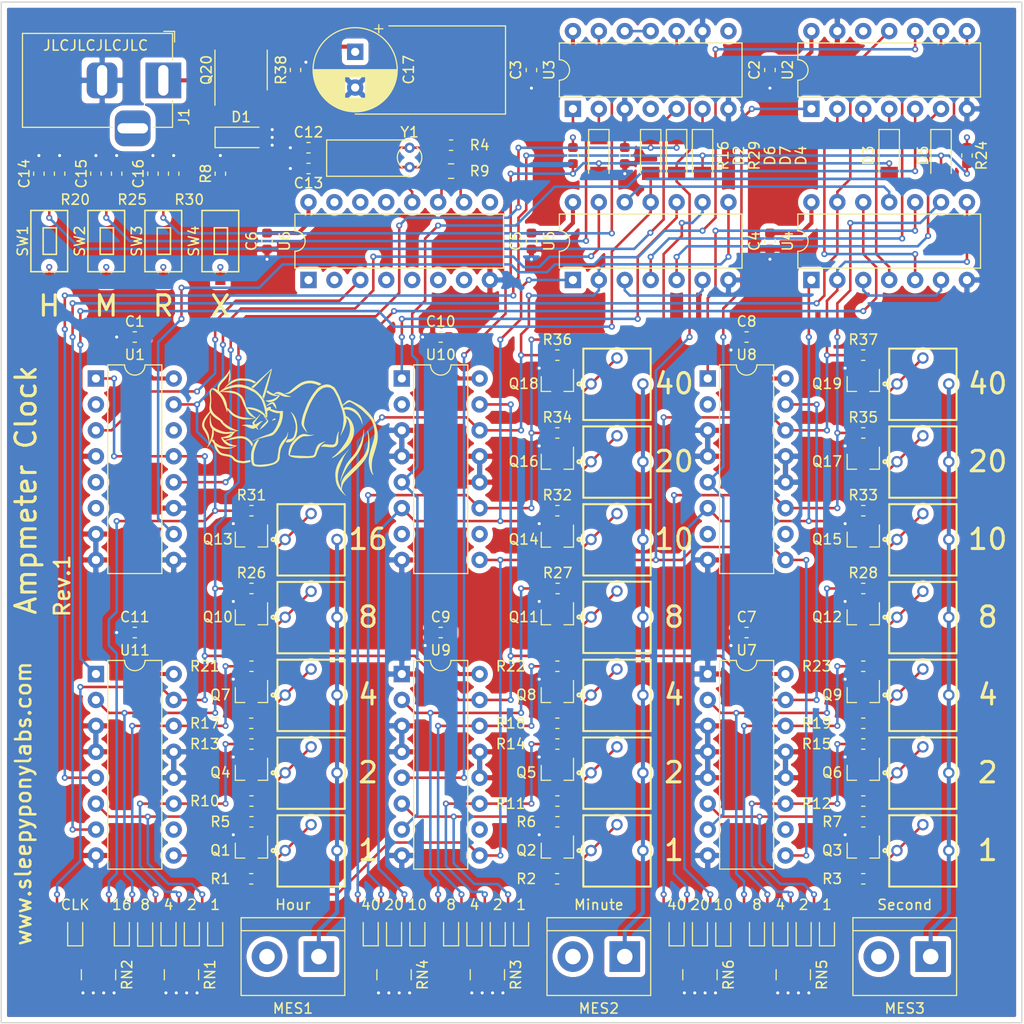
<source format=kicad_pcb>
(kicad_pcb (version 20171130) (host pcbnew "(5.1.10)-1")
  (title_block (title "Ampmeter Clock") (date 2021-06-20) (rev 1) (company "Sleepy Pony Labs"))
  (layers (0 F.Cu signal) (1 In1.Cu power) (2 In2.Cu power) (31 B.Cu signal) (34 B.Paste user) (35 F.Paste user) (36 B.SilkS user) (37 F.SilkS user) (38 B.Mask user) (39 F.Mask user) (44 Edge.Cuts user))
  (net 0 "")
  (net 1 GND)
  (net 2 +5V)
  (net 3 "Net-(C12-Pad1)")
  (net 4 "Net-(C13-Pad1)")
  (net 5 "Net-(C14-Pad1)")
  (net 6 "Net-(C15-Pad1)")
  (net 7 "Net-(C16-Pad1)")
  (net 8 ~CI_STAGE2)
  (net 9 "Net-(D2-Pad1)")
  (net 10 ~CO_STAGE1)
  (net 11 ~CI_STAGE3)
  (net 12 "Net-(D4-Pad1)")
  (net 13 ~CO_STAGE2)
  (net 14 RST_STAGE3)
  (net 15 "Net-(D6-Pad1)")
  (net 16 RST)
  (net 17 HOUR_0)
  (net 18 "Net-(D8-Pad1)")
  (net 19 HOUR_1)
  (net 20 "Net-(D9-Pad1)")
  (net 21 HOUR_2)
  (net 22 "Net-(D10-Pad1)")
  (net 23 HOUR_3)
  (net 24 "Net-(D11-Pad1)")
  (net 25 HOUR_4)
  (net 26 "Net-(D12-Pad1)")
  (net 27 CLK)
  (net 28 "Net-(D13-Pad1)")
  (net 29 MIN_0)
  (net 30 "Net-(D14-Pad1)")
  (net 31 MIN_1)
  (net 32 "Net-(D15-Pad1)")
  (net 33 MIN_2)
  (net 34 "Net-(D16-Pad1)")
  (net 35 MIN_3)
  (net 36 "Net-(D17-Pad1)")
  (net 37 MIN_4)
  (net 38 "Net-(D18-Pad1)")
  (net 39 MIN_5)
  (net 40 "Net-(D19-Pad1)")
  (net 41 MIN_6)
  (net 42 "Net-(D20-Pad1)")
  (net 43 SEC_0)
  (net 44 "Net-(D21-Pad1)")
  (net 45 SEC_1)
  (net 46 "Net-(D22-Pad1)")
  (net 47 SEC_2)
  (net 48 "Net-(D23-Pad1)")
  (net 49 SEC_3)
  (net 50 "Net-(D24-Pad1)")
  (net 51 SEC_4)
  (net 52 "Net-(D25-Pad1)")
  (net 53 SEC_5)
  (net 54 "Net-(D26-Pad1)")
  (net 55 SEC_6)
  (net 56 "Net-(D27-Pad1)")
  (net 57 "Net-(J1-Pad3)")
  (net 58 "Net-(J1-Pad1)")
  (net 59 "Net-(MES1-Pad1)")
  (net 60 "Net-(MES2-Pad1)")
  (net 61 "Net-(MES3-Pad1)")
  (net 62 "Net-(Q1-Pad3)")
  (net 63 "Net-(Q1-Pad1)")
  (net 64 "Net-(Q2-Pad3)")
  (net 65 "Net-(Q2-Pad1)")
  (net 66 "Net-(Q3-Pad3)")
  (net 67 "Net-(Q3-Pad1)")
  (net 68 "Net-(Q4-Pad3)")
  (net 69 "Net-(Q4-Pad1)")
  (net 70 "Net-(Q5-Pad3)")
  (net 71 "Net-(Q5-Pad1)")
  (net 72 "Net-(Q6-Pad3)")
  (net 73 "Net-(Q6-Pad1)")
  (net 74 "Net-(Q7-Pad3)")
  (net 75 "Net-(Q7-Pad1)")
  (net 76 "Net-(Q8-Pad3)")
  (net 77 "Net-(Q8-Pad1)")
  (net 78 "Net-(Q9-Pad3)")
  (net 79 "Net-(Q9-Pad1)")
  (net 80 "Net-(Q10-Pad3)")
  (net 81 "Net-(Q10-Pad1)")
  (net 82 "Net-(Q11-Pad3)")
  (net 83 "Net-(Q11-Pad1)")
  (net 84 "Net-(Q12-Pad3)")
  (net 85 "Net-(Q12-Pad1)")
  (net 86 "Net-(Q13-Pad3)")
  (net 87 "Net-(Q13-Pad1)")
  (net 88 "Net-(Q14-Pad3)")
  (net 89 "Net-(Q14-Pad1)")
  (net 90 "Net-(Q15-Pad3)")
  (net 91 "Net-(Q15-Pad1)")
  (net 92 "Net-(Q16-Pad3)")
  (net 93 "Net-(Q16-Pad1)")
  (net 94 "Net-(Q17-Pad3)")
  (net 95 "Net-(Q17-Pad1)")
  (net 96 "Net-(Q18-Pad3)")
  (net 97 "Net-(Q18-Pad1)")
  (net 98 "Net-(Q19-Pad3)")
  (net 99 "Net-(Q19-Pad1)")
  (net 100 "Net-(Q20-Pad4)")
  (net 101 "Net-(R4-Pad1)")
  (net 102 "Net-(R8-Pad1)")
  (net 103 "Net-(RN2-Pad2)")
  (net 104 "Net-(RN2-Pad3)")
  (net 105 "Net-(RN4-Pad4)")
  (net 106 "Net-(RN6-Pad4)")
  (net 107 "Net-(U1-Pad14)")
  (net 108 "Net-(U1-Pad3)")
  (net 109 "Net-(U1-Pad10)")
  (net 110 "Net-(U1-Pad2)")
  (net 111 "Net-(U2-Pad6)")
  (net 112 "Net-(U2-Pad12)")
  (net 113 "Net-(U10-Pad5)")
  (net 114 "Net-(U11-Pad7)")
  (net 115 "Net-(U2-Pad3)")
  (net 116 "Net-(U2-Pad9)")
  (net 117 "Net-(U2-Pad2)")
  (net 118 "Net-(U2-Pad1)")
  (net 119 "Net-(U3-Pad11)")
  (net 120 "Net-(U3-Pad4)")
  (net 121 "Net-(U3-Pad8)")
  (net 122 "Net-(U4-Pad3)")
  (net 123 "Net-(U4-Pad11)")
  (net 124 RST_STAGE1)
  (net 125 "Net-(U5-Pad3)")
  (net 126 RST_STAGE2)
  (net 127 "Net-(U6-Pad15)")
  (net 128 "Net-(U6-Pad7)")
  (net 129 "Net-(U6-Pad14)")
  (net 130 "Net-(U6-Pad6)")
  (net 131 "Net-(U6-Pad13)")
  (net 132 "Net-(U6-Pad5)")
  (net 133 "Net-(U6-Pad4)")
  (net 134 "Net-(U6-Pad2)")
  (net 135 "Net-(U6-Pad9)")
  (net 136 "Net-(U6-Pad1)")
  (net 137 "Net-(U8-Pad7)")
  (net 138 "Net-(U8-Pad2)")
  (net 139 "Net-(U10-Pad7)")
  (net 140 "Net-(U10-Pad2)")
  (net 141 "Net-(R1-Pad1)")
  (net 142 "Net-(R2-Pad1)")
  (net 143 "Net-(R3-Pad1)")
  (net 144 "Net-(R10-Pad1)")
  (net 145 "Net-(R11-Pad1)")
  (net 146 "Net-(R12-Pad1)")
  (net 147 "Net-(R17-Pad1)")
  (net 148 "Net-(R18-Pad1)")
  (net 149 "Net-(R19-Pad1)")
  (module sleepyLogo:sleepylogo_20mm (layer F.Cu) (at 68.58 76.454)
    (fp_text reference G*** hide)
    (fp_text value LOGO hide)
  )
  (module TS-1101:TS-1101 (layer F.Cu) (at 61.468 58.42 90)
    (fp_text reference SW4 (at 0 -2.6 90) (layer F.SilkS))
    (fp_text value CLK_HALT)
    (pad 1 smd rect (at -3.7 0 90) (size 1.2 1) (layers F.Cu F.Paste F.Mask) (net 2 +5V))
    (pad 2 smd rect (at 3.7 0 90) (size 1.2 1) (layers F.Cu F.Paste F.Mask) (net 102 "Net-(R8-Pad1)"))
  )
  (module TS-1101:TS-1101 (layer F.Cu) (at 55.88 58.42 90)
    (fp_text reference SW3 (at 0 -2.6 90) (layer F.SilkS))
    (fp_text value RESET)
    (pad 1 smd rect (at -3.7 0 90) (size 1.2 1) (layers F.Cu F.Paste F.Mask) (net 2 +5V))
    (pad 2 smd rect (at 3.7 0 90) (size 1.2 1) (layers F.Cu F.Paste F.Mask) (net 7 "Net-(C16-Pad1)"))
  )
  (module TS-1101:TS-1101 (layer F.Cu) (at 50.292 58.42 90)
    (fp_text reference SW2 (at 0 -2.6 90) (layer F.SilkS))
    (fp_text value SET_MIN)
    (pad 1 smd rect (at -3.7 0 90) (size 1.2 1) (layers F.Cu F.Paste F.Mask) (net 2 +5V))
    (pad 2 smd rect (at 3.7 0 90) (size 1.2 1) (layers F.Cu F.Paste F.Mask) (net 6 "Net-(C15-Pad1)"))
  )
  (module TS-1101:TS-1101 (layer F.Cu) (at 44.704 58.42 90)
    (fp_text reference SW1 (at 0 -2.6 90) (layer F.SilkS))
    (fp_text value SET_HOUR)
    (pad 1 smd rect (at -3.7 0 90) (size 1.2 1) (layers F.Cu F.Paste F.Mask) (net 2 +5V))
    (pad 2 smd rect (at 3.7 0 90) (size 1.2 1) (layers F.Cu F.Paste F.Mask) (net 5 "Net-(C14-Pad1)"))
  )
  (module Capacitor_THT:CP_Radial_D8.0mm_P3.50mm (layer F.Cu) (at 74.676 39.878 270)
    (fp_text reference C17 (at 1.75 -5.25 90) (layer F.SilkS))
    (fp_text value 470uF)
    (pad 2 thru_hole circle (at 3.5 0 270) (size 1.6 1.6) (drill 0.8) (layers *.Cu *.Mask) (net 1 GND))
    (pad 1 thru_hole rect (at 0 0 270) (size 1.6 1.6) (drill 0.8) (layers *.Cu *.Mask) (net 2 +5V))
  )
  (module Crystal:Crystal_Round_D2.0mm_Vertical (layer F.Cu) (at 80.01 49.276 270)
    (fp_text reference Y1 (at -1.524 0 180) (layer F.SilkS))
    (fp_text value 32.768kHz)
    (pad 1 thru_hole circle (at 0 0 270) (size 1 1) (drill 0.5) (layers *.Cu *.Mask) (net 3 "Net-(C12-Pad1)"))
    (pad 2 thru_hole circle (at 1.9 0 270) (size 1 1) (drill 0.5) (layers *.Cu *.Mask) (net 4 "Net-(C13-Pad1)"))
  )
  (module Package_DIP:DIP-16_W7.62mm (layer F.Cu) (at 49.276 100.838)
    (fp_text reference U11 (at 3.81 -2.33) (layer F.SilkS))
    (fp_text value 4516)
    (pad 16 thru_hole oval (at 7.62 0) (size 1.6 1.6) (drill 0.8) (layers *.Cu *.Mask) (net 2 +5V))
    (pad 8 thru_hole oval (at 0 17.78) (size 1.6 1.6) (drill 0.8) (layers *.Cu *.Mask) (net 1 GND))
    (pad 15 thru_hole oval (at 7.62 2.54) (size 1.6 1.6) (drill 0.8) (layers *.Cu *.Mask) (net 27 CLK))
    (pad 7 thru_hole oval (at 0 15.24) (size 1.6 1.6) (drill 0.8) (layers *.Cu *.Mask) (net 114 "Net-(U11-Pad7)"))
    (pad 14 thru_hole oval (at 7.62 5.08) (size 1.6 1.6) (drill 0.8) (layers *.Cu *.Mask) (net 21 HOUR_2))
    (pad 6 thru_hole oval (at 0 12.7) (size 1.6 1.6) (drill 0.8) (layers *.Cu *.Mask) (net 17 HOUR_0))
    (pad 13 thru_hole oval (at 7.62 7.62) (size 1.6 1.6) (drill 0.8) (layers *.Cu *.Mask) (net 1 GND))
    (pad 5 thru_hole oval (at 0 10.16) (size 1.6 1.6) (drill 0.8) (layers *.Cu *.Mask) (net 11 ~CI_STAGE3))
    (pad 12 thru_hole oval (at 7.62 10.16) (size 1.6 1.6) (drill 0.8) (layers *.Cu *.Mask) (net 1 GND))
    (pad 4 thru_hole oval (at 0 7.62) (size 1.6 1.6) (drill 0.8) (layers *.Cu *.Mask) (net 1 GND))
    (pad 11 thru_hole oval (at 7.62 12.7) (size 1.6 1.6) (drill 0.8) (layers *.Cu *.Mask) (net 19 HOUR_1))
    (pad 3 thru_hole oval (at 0 5.08) (size 1.6 1.6) (drill 0.8) (layers *.Cu *.Mask) (net 1 GND))
    (pad 10 thru_hole oval (at 7.62 15.24) (size 1.6 1.6) (drill 0.8) (layers *.Cu *.Mask) (net 2 +5V))
    (pad 2 thru_hole oval (at 0 2.54) (size 1.6 1.6) (drill 0.8) (layers *.Cu *.Mask) (net 23 HOUR_3))
    (pad 9 thru_hole oval (at 7.62 17.78) (size 1.6 1.6) (drill 0.8) (layers *.Cu *.Mask) (net 16 RST))
    (pad 1 thru_hole rect (at 0 0) (size 1.6 1.6) (drill 0.8) (layers *.Cu *.Mask) (net 14 RST_STAGE3))
  )
  (module Package_DIP:DIP-16_W7.62mm (layer F.Cu) (at 79.248 71.882)
    (fp_text reference U10 (at 3.81 -2.33) (layer F.SilkS))
    (fp_text value 4516)
    (pad 1 thru_hole rect (at 0 0) (size 1.6 1.6) (drill 0.8) (layers *.Cu *.Mask) (net 126 RST_STAGE2))
    (pad 9 thru_hole oval (at 7.62 17.78) (size 1.6 1.6) (drill 0.8) (layers *.Cu *.Mask) (net 16 RST))
    (pad 2 thru_hole oval (at 0 2.54) (size 1.6 1.6) (drill 0.8) (layers *.Cu *.Mask) (net 140 "Net-(U10-Pad2)"))
    (pad 10 thru_hole oval (at 7.62 15.24) (size 1.6 1.6) (drill 0.8) (layers *.Cu *.Mask) (net 2 +5V))
    (pad 3 thru_hole oval (at 0 5.08) (size 1.6 1.6) (drill 0.8) (layers *.Cu *.Mask) (net 1 GND))
    (pad 11 thru_hole oval (at 7.62 12.7) (size 1.6 1.6) (drill 0.8) (layers *.Cu *.Mask) (net 39 MIN_5))
    (pad 4 thru_hole oval (at 0 7.62) (size 1.6 1.6) (drill 0.8) (layers *.Cu *.Mask) (net 1 GND))
    (pad 12 thru_hole oval (at 7.62 10.16) (size 1.6 1.6) (drill 0.8) (layers *.Cu *.Mask) (net 1 GND))
    (pad 5 thru_hole oval (at 0 10.16) (size 1.6 1.6) (drill 0.8) (layers *.Cu *.Mask) (net 113 "Net-(U10-Pad5)"))
    (pad 13 thru_hole oval (at 7.62 7.62) (size 1.6 1.6) (drill 0.8) (layers *.Cu *.Mask) (net 1 GND))
    (pad 6 thru_hole oval (at 0 12.7) (size 1.6 1.6) (drill 0.8) (layers *.Cu *.Mask) (net 37 MIN_4))
    (pad 14 thru_hole oval (at 7.62 5.08) (size 1.6 1.6) (drill 0.8) (layers *.Cu *.Mask) (net 41 MIN_6))
    (pad 7 thru_hole oval (at 0 15.24) (size 1.6 1.6) (drill 0.8) (layers *.Cu *.Mask) (net 139 "Net-(U10-Pad7)"))
    (pad 15 thru_hole oval (at 7.62 2.54) (size 1.6 1.6) (drill 0.8) (layers *.Cu *.Mask) (net 27 CLK))
    (pad 8 thru_hole oval (at 0 17.78) (size 1.6 1.6) (drill 0.8) (layers *.Cu *.Mask) (net 1 GND))
    (pad 16 thru_hole oval (at 7.62 0) (size 1.6 1.6) (drill 0.8) (layers *.Cu *.Mask) (net 2 +5V))
  )
  (module Package_DIP:DIP-16_W7.62mm (layer F.Cu) (at 79.248 100.838)
    (fp_text reference U9 (at 3.81 -2.33) (layer F.SilkS))
    (fp_text value 4510)
    (pad 1 thru_hole rect (at 0 0) (size 1.6 1.6) (drill 0.8) (layers *.Cu *.Mask) (net 1 GND))
    (pad 9 thru_hole oval (at 7.62 17.78) (size 1.6 1.6) (drill 0.8) (layers *.Cu *.Mask) (net 16 RST))
    (pad 2 thru_hole oval (at 0 2.54) (size 1.6 1.6) (drill 0.8) (layers *.Cu *.Mask) (net 35 MIN_3))
    (pad 10 thru_hole oval (at 7.62 15.24) (size 1.6 1.6) (drill 0.8) (layers *.Cu *.Mask) (net 2 +5V))
    (pad 3 thru_hole oval (at 0 5.08) (size 1.6 1.6) (drill 0.8) (layers *.Cu *.Mask) (net 1 GND))
    (pad 11 thru_hole oval (at 7.62 12.7) (size 1.6 1.6) (drill 0.8) (layers *.Cu *.Mask) (net 31 MIN_1))
    (pad 4 thru_hole oval (at 0 7.62) (size 1.6 1.6) (drill 0.8) (layers *.Cu *.Mask) (net 1 GND))
    (pad 12 thru_hole oval (at 7.62 10.16) (size 1.6 1.6) (drill 0.8) (layers *.Cu *.Mask) (net 1 GND))
    (pad 5 thru_hole oval (at 0 10.16) (size 1.6 1.6) (drill 0.8) (layers *.Cu *.Mask) (net 8 ~CI_STAGE2))
    (pad 13 thru_hole oval (at 7.62 7.62) (size 1.6 1.6) (drill 0.8) (layers *.Cu *.Mask) (net 1 GND))
    (pad 6 thru_hole oval (at 0 12.7) (size 1.6 1.6) (drill 0.8) (layers *.Cu *.Mask) (net 29 MIN_0))
    (pad 14 thru_hole oval (at 7.62 5.08) (size 1.6 1.6) (drill 0.8) (layers *.Cu *.Mask) (net 33 MIN_2))
    (pad 7 thru_hole oval (at 0 15.24) (size 1.6 1.6) (drill 0.8) (layers *.Cu *.Mask) (net 113 "Net-(U10-Pad5)"))
    (pad 15 thru_hole oval (at 7.62 2.54) (size 1.6 1.6) (drill 0.8) (layers *.Cu *.Mask) (net 27 CLK))
    (pad 8 thru_hole oval (at 0 17.78) (size 1.6 1.6) (drill 0.8) (layers *.Cu *.Mask) (net 1 GND))
    (pad 16 thru_hole oval (at 7.62 0) (size 1.6 1.6) (drill 0.8) (layers *.Cu *.Mask) (net 2 +5V))
  )
  (module Package_DIP:DIP-16_W7.62mm (layer F.Cu) (at 109.22 71.882)
    (fp_text reference U8 (at 3.81 -2.33) (layer F.SilkS))
    (fp_text value 4516)
    (pad 16 thru_hole oval (at 7.62 0) (size 1.6 1.6) (drill 0.8) (layers *.Cu *.Mask) (net 2 +5V))
    (pad 8 thru_hole oval (at 0 17.78) (size 1.6 1.6) (drill 0.8) (layers *.Cu *.Mask) (net 1 GND))
    (pad 15 thru_hole oval (at 7.62 2.54) (size 1.6 1.6) (drill 0.8) (layers *.Cu *.Mask) (net 27 CLK))
    (pad 7 thru_hole oval (at 0 15.24) (size 1.6 1.6) (drill 0.8) (layers *.Cu *.Mask) (net 137 "Net-(U8-Pad7)"))
    (pad 14 thru_hole oval (at 7.62 5.08) (size 1.6 1.6) (drill 0.8) (layers *.Cu *.Mask) (net 55 SEC_6))
    (pad 6 thru_hole oval (at 0 12.7) (size 1.6 1.6) (drill 0.8) (layers *.Cu *.Mask) (net 51 SEC_4))
    (pad 13 thru_hole oval (at 7.62 7.62) (size 1.6 1.6) (drill 0.8) (layers *.Cu *.Mask) (net 1 GND))
    (pad 5 thru_hole oval (at 0 10.16) (size 1.6 1.6) (drill 0.8) (layers *.Cu *.Mask) (net 118 "Net-(U2-Pad1)"))
    (pad 12 thru_hole oval (at 7.62 10.16) (size 1.6 1.6) (drill 0.8) (layers *.Cu *.Mask) (net 1 GND))
    (pad 4 thru_hole oval (at 0 7.62) (size 1.6 1.6) (drill 0.8) (layers *.Cu *.Mask) (net 1 GND))
    (pad 11 thru_hole oval (at 7.62 12.7) (size 1.6 1.6) (drill 0.8) (layers *.Cu *.Mask) (net 53 SEC_5))
    (pad 3 thru_hole oval (at 0 5.08) (size 1.6 1.6) (drill 0.8) (layers *.Cu *.Mask) (net 1 GND))
    (pad 10 thru_hole oval (at 7.62 15.24) (size 1.6 1.6) (drill 0.8) (layers *.Cu *.Mask) (net 2 +5V))
    (pad 2 thru_hole oval (at 0 2.54) (size 1.6 1.6) (drill 0.8) (layers *.Cu *.Mask) (net 138 "Net-(U8-Pad2)"))
    (pad 9 thru_hole oval (at 7.62 17.78) (size 1.6 1.6) (drill 0.8) (layers *.Cu *.Mask) (net 16 RST))
    (pad 1 thru_hole rect (at 0 0) (size 1.6 1.6) (drill 0.8) (layers *.Cu *.Mask) (net 124 RST_STAGE1))
  )
  (module Package_DIP:DIP-16_W7.62mm (layer F.Cu) (at 109.22 100.838)
    (fp_text reference U7 (at 3.81 -2.33) (layer F.SilkS))
    (fp_text value 4510)
    (pad 16 thru_hole oval (at 7.62 0) (size 1.6 1.6) (drill 0.8) (layers *.Cu *.Mask) (net 2 +5V))
    (pad 8 thru_hole oval (at 0 17.78) (size 1.6 1.6) (drill 0.8) (layers *.Cu *.Mask) (net 1 GND))
    (pad 15 thru_hole oval (at 7.62 2.54) (size 1.6 1.6) (drill 0.8) (layers *.Cu *.Mask) (net 27 CLK))
    (pad 7 thru_hole oval (at 0 15.24) (size 1.6 1.6) (drill 0.8) (layers *.Cu *.Mask) (net 118 "Net-(U2-Pad1)"))
    (pad 14 thru_hole oval (at 7.62 5.08) (size 1.6 1.6) (drill 0.8) (layers *.Cu *.Mask) (net 47 SEC_2))
    (pad 6 thru_hole oval (at 0 12.7) (size 1.6 1.6) (drill 0.8) (layers *.Cu *.Mask) (net 43 SEC_0))
    (pad 13 thru_hole oval (at 7.62 7.62) (size 1.6 1.6) (drill 0.8) (layers *.Cu *.Mask) (net 1 GND))
    (pad 5 thru_hole oval (at 0 10.16) (size 1.6 1.6) (drill 0.8) (layers *.Cu *.Mask) (net 1 GND))
    (pad 12 thru_hole oval (at 7.62 10.16) (size 1.6 1.6) (drill 0.8) (layers *.Cu *.Mask) (net 1 GND))
    (pad 4 thru_hole oval (at 0 7.62) (size 1.6 1.6) (drill 0.8) (layers *.Cu *.Mask) (net 1 GND))
    (pad 11 thru_hole oval (at 7.62 12.7) (size 1.6 1.6) (drill 0.8) (layers *.Cu *.Mask) (net 45 SEC_1))
    (pad 3 thru_hole oval (at 0 5.08) (size 1.6 1.6) (drill 0.8) (layers *.Cu *.Mask) (net 1 GND))
    (pad 10 thru_hole oval (at 7.62 15.24) (size 1.6 1.6) (drill 0.8) (layers *.Cu *.Mask) (net 2 +5V))
    (pad 2 thru_hole oval (at 0 2.54) (size 1.6 1.6) (drill 0.8) (layers *.Cu *.Mask) (net 49 SEC_3))
    (pad 9 thru_hole oval (at 7.62 17.78) (size 1.6 1.6) (drill 0.8) (layers *.Cu *.Mask) (net 16 RST))
    (pad 1 thru_hole rect (at 0 0) (size 1.6 1.6) (drill 0.8) (layers *.Cu *.Mask) (net 1 GND))
  )
  (module Package_DIP:DIP-16_W7.62mm (layer F.Cu) (at 70.104 62.23 90)
    (fp_text reference U6 (at 3.81 -2.33 90) (layer F.SilkS))
    (fp_text value 4060)
    (pad 1 thru_hole rect (at 0 0 90) (size 1.6 1.6) (drill 0.8) (layers *.Cu *.Mask) (net 136 "Net-(U6-Pad1)"))
    (pad 9 thru_hole oval (at 7.62 17.78 90) (size 1.6 1.6) (drill 0.8) (layers *.Cu *.Mask) (net 135 "Net-(U6-Pad9)"))
    (pad 2 thru_hole oval (at 0 2.54 90) (size 1.6 1.6) (drill 0.8) (layers *.Cu *.Mask) (net 134 "Net-(U6-Pad2)"))
    (pad 10 thru_hole oval (at 7.62 15.24 90) (size 1.6 1.6) (drill 0.8) (layers *.Cu *.Mask) (net 101 "Net-(R4-Pad1)"))
    (pad 3 thru_hole oval (at 0 5.08 90) (size 1.6 1.6) (drill 0.8) (layers *.Cu *.Mask) (net 108 "Net-(U1-Pad3)"))
    (pad 11 thru_hole oval (at 7.62 12.7 90) (size 1.6 1.6) (drill 0.8) (layers *.Cu *.Mask) (net 4 "Net-(C13-Pad1)"))
    (pad 4 thru_hole oval (at 0 7.62 90) (size 1.6 1.6) (drill 0.8) (layers *.Cu *.Mask) (net 133 "Net-(U6-Pad4)"))
    (pad 12 thru_hole oval (at 7.62 10.16 90) (size 1.6 1.6) (drill 0.8) (layers *.Cu *.Mask) (net 102 "Net-(R8-Pad1)"))
    (pad 5 thru_hole oval (at 0 10.16 90) (size 1.6 1.6) (drill 0.8) (layers *.Cu *.Mask) (net 132 "Net-(U6-Pad5)"))
    (pad 13 thru_hole oval (at 7.62 7.62 90) (size 1.6 1.6) (drill 0.8) (layers *.Cu *.Mask) (net 131 "Net-(U6-Pad13)"))
    (pad 6 thru_hole oval (at 0 12.7 90) (size 1.6 1.6) (drill 0.8) (layers *.Cu *.Mask) (net 130 "Net-(U6-Pad6)"))
    (pad 14 thru_hole oval (at 7.62 5.08 90) (size 1.6 1.6) (drill 0.8) (layers *.Cu *.Mask) (net 129 "Net-(U6-Pad14)"))
    (pad 7 thru_hole oval (at 0 15.24 90) (size 1.6 1.6) (drill 0.8) (layers *.Cu *.Mask) (net 128 "Net-(U6-Pad7)"))
    (pad 15 thru_hole oval (at 7.62 2.54 90) (size 1.6 1.6) (drill 0.8) (layers *.Cu *.Mask) (net 127 "Net-(U6-Pad15)"))
    (pad 8 thru_hole oval (at 0 17.78 90) (size 1.6 1.6) (drill 0.8) (layers *.Cu *.Mask) (net 1 GND))
    (pad 16 thru_hole oval (at 7.62 0 90) (size 1.6 1.6) (drill 0.8) (layers *.Cu *.Mask) (net 2 +5V))
  )
  (module Package_DIP:DIP-14_W7.62mm (layer F.Cu) (at 96.012 62.23 90)
    (fp_text reference U5 (at 3.81 -2.33 90) (layer F.SilkS))
    (fp_text value 4081)
    (pad 14 thru_hole oval (at 7.62 0 90) (size 1.6 1.6) (drill 0.8) (layers *.Cu *.Mask) (net 2 +5V))
    (pad 7 thru_hole oval (at 0 15.24 90) (size 1.6 1.6) (drill 0.8) (layers *.Cu *.Mask) (net 1 GND))
    (pad 13 thru_hole oval (at 7.62 2.54 90) (size 1.6 1.6) (drill 0.8) (layers *.Cu *.Mask) (net 25 HOUR_4))
    (pad 6 thru_hole oval (at 0 12.7 90) (size 1.6 1.6) (drill 0.8) (layers *.Cu *.Mask) (net 125 "Net-(U5-Pad3)"))
    (pad 12 thru_hole oval (at 7.62 5.08 90) (size 1.6 1.6) (drill 0.8) (layers *.Cu *.Mask) (net 123 "Net-(U4-Pad11)"))
    (pad 5 thru_hole oval (at 0 10.16 90) (size 1.6 1.6) (drill 0.8) (layers *.Cu *.Mask) (net 111 "Net-(U2-Pad6)"))
    (pad 11 thru_hole oval (at 7.62 7.62 90) (size 1.6 1.6) (drill 0.8) (layers *.Cu *.Mask) (net 14 RST_STAGE3))
    (pad 4 thru_hole oval (at 0 7.62 90) (size 1.6 1.6) (drill 0.8) (layers *.Cu *.Mask) (net 116 "Net-(U2-Pad9)"))
    (pad 10 thru_hole oval (at 7.62 10.16 90) (size 1.6 1.6) (drill 0.8) (layers *.Cu *.Mask) (net 126 RST_STAGE2))
    (pad 3 thru_hole oval (at 0 5.08 90) (size 1.6 1.6) (drill 0.8) (layers *.Cu *.Mask) (net 125 "Net-(U5-Pad3)"))
    (pad 9 thru_hole oval (at 7.62 12.7 90) (size 1.6 1.6) (drill 0.8) (layers *.Cu *.Mask) (net 39 MIN_5))
    (pad 2 thru_hole oval (at 0 2.54 90) (size 1.6 1.6) (drill 0.8) (layers *.Cu *.Mask) (net 41 MIN_6))
    (pad 8 thru_hole oval (at 7.62 15.24 90) (size 1.6 1.6) (drill 0.8) (layers *.Cu *.Mask) (net 41 MIN_6))
    (pad 1 thru_hole rect (at 0 0 90) (size 1.6 1.6) (drill 0.8) (layers *.Cu *.Mask) (net 37 MIN_4))
  )
  (module Package_DIP:DIP-14_W7.62mm (layer F.Cu) (at 119.38 62.23 90)
    (fp_text reference U4 (at 3.81 -2.33 90) (layer F.SilkS))
    (fp_text value 4081)
    (pad 14 thru_hole oval (at 7.62 0 90) (size 1.6 1.6) (drill 0.8) (layers *.Cu *.Mask) (net 2 +5V))
    (pad 7 thru_hole oval (at 0 15.24 90) (size 1.6 1.6) (drill 0.8) (layers *.Cu *.Mask) (net 1 GND))
    (pad 13 thru_hole oval (at 7.62 2.54 90) (size 1.6 1.6) (drill 0.8) (layers *.Cu *.Mask) (net 114 "Net-(U11-Pad7)"))
    (pad 6 thru_hole oval (at 0 12.7 90) (size 1.6 1.6) (drill 0.8) (layers *.Cu *.Mask) (net 122 "Net-(U4-Pad3)"))
    (pad 12 thru_hole oval (at 7.62 5.08 90) (size 1.6 1.6) (drill 0.8) (layers *.Cu *.Mask) (net 23 HOUR_3))
    (pad 5 thru_hole oval (at 0 10.16 90) (size 1.6 1.6) (drill 0.8) (layers *.Cu *.Mask) (net 117 "Net-(U2-Pad2)"))
    (pad 11 thru_hole oval (at 7.62 7.62 90) (size 1.6 1.6) (drill 0.8) (layers *.Cu *.Mask) (net 123 "Net-(U4-Pad11)"))
    (pad 4 thru_hole oval (at 0 7.62 90) (size 1.6 1.6) (drill 0.8) (layers *.Cu *.Mask) (net 115 "Net-(U2-Pad3)"))
    (pad 10 thru_hole oval (at 7.62 10.16 90) (size 1.6 1.6) (drill 0.8) (layers *.Cu *.Mask) (net 124 RST_STAGE1))
    (pad 3 thru_hole oval (at 0 5.08 90) (size 1.6 1.6) (drill 0.8) (layers *.Cu *.Mask) (net 122 "Net-(U4-Pad3)"))
    (pad 9 thru_hole oval (at 7.62 12.7 90) (size 1.6 1.6) (drill 0.8) (layers *.Cu *.Mask) (net 53 SEC_5))
    (pad 2 thru_hole oval (at 0 2.54 90) (size 1.6 1.6) (drill 0.8) (layers *.Cu *.Mask) (net 55 SEC_6))
    (pad 8 thru_hole oval (at 7.62 15.24 90) (size 1.6 1.6) (drill 0.8) (layers *.Cu *.Mask) (net 55 SEC_6))
    (pad 1 thru_hole rect (at 0 0 90) (size 1.6 1.6) (drill 0.8) (layers *.Cu *.Mask) (net 51 SEC_4))
  )
  (module Package_DIP:DIP-14_W7.62mm (layer F.Cu) (at 96.012 45.466 90)
    (fp_text reference U3 (at 3.81 -2.33 90) (layer F.SilkS))
    (fp_text value 40106)
    (pad 14 thru_hole oval (at 7.62 0 90) (size 1.6 1.6) (drill 0.8) (layers *.Cu *.Mask) (net 2 +5V))
    (pad 7 thru_hole oval (at 0 15.24 90) (size 1.6 1.6) (drill 0.8) (layers *.Cu *.Mask) (net 1 GND))
    (pad 13 thru_hole oval (at 7.62 2.54 90) (size 1.6 1.6) (drill 0.8) (layers *.Cu *.Mask) (net 7 "Net-(C16-Pad1)"))
    (pad 6 thru_hole oval (at 0 12.7 90) (size 1.6 1.6) (drill 0.8) (layers *.Cu *.Mask) (net 12 "Net-(D4-Pad1)"))
    (pad 12 thru_hole oval (at 7.62 5.08 90) (size 1.6 1.6) (drill 0.8) (layers *.Cu *.Mask) (net 119 "Net-(U3-Pad11)"))
    (pad 5 thru_hole oval (at 0 10.16 90) (size 1.6 1.6) (drill 0.8) (layers *.Cu *.Mask) (net 5 "Net-(C14-Pad1)"))
    (pad 11 thru_hole oval (at 7.62 7.62 90) (size 1.6 1.6) (drill 0.8) (layers *.Cu *.Mask) (net 119 "Net-(U3-Pad11)"))
    (pad 4 thru_hole oval (at 0 7.62 90) (size 1.6 1.6) (drill 0.8) (layers *.Cu *.Mask) (net 120 "Net-(U3-Pad4)"))
    (pad 10 thru_hole oval (at 7.62 10.16 90) (size 1.6 1.6) (drill 0.8) (layers *.Cu *.Mask) (net 16 RST))
    (pad 3 thru_hole oval (at 0 5.08 90) (size 1.6 1.6) (drill 0.8) (layers *.Cu *.Mask) (net 1 GND))
    (pad 9 thru_hole oval (at 7.62 12.7 90) (size 1.6 1.6) (drill 0.8) (layers *.Cu *.Mask) (net 1 GND))
    (pad 2 thru_hole oval (at 0 2.54 90) (size 1.6 1.6) (drill 0.8) (layers *.Cu *.Mask) (net 9 "Net-(D2-Pad1)"))
    (pad 8 thru_hole oval (at 7.62 15.24 90) (size 1.6 1.6) (drill 0.8) (layers *.Cu *.Mask) (net 121 "Net-(U3-Pad8)"))
    (pad 1 thru_hole rect (at 0 0 90) (size 1.6 1.6) (drill 0.8) (layers *.Cu *.Mask) (net 6 "Net-(C15-Pad1)"))
  )
  (module Package_DIP:DIP-14_W7.62mm (layer F.Cu) (at 119.38 45.466 90)
    (fp_text reference U2 (at 3.81 -2.33 90) (layer F.SilkS))
    (fp_text value 40106)
    (pad 14 thru_hole oval (at 7.62 0 90) (size 1.6 1.6) (drill 0.8) (layers *.Cu *.Mask) (net 2 +5V))
    (pad 7 thru_hole oval (at 0 15.24 90) (size 1.6 1.6) (drill 0.8) (layers *.Cu *.Mask) (net 1 GND))
    (pad 13 thru_hole oval (at 7.62 2.54 90) (size 1.6 1.6) (drill 0.8) (layers *.Cu *.Mask) (net 1 GND))
    (pad 6 thru_hole oval (at 0 12.7 90) (size 1.6 1.6) (drill 0.8) (layers *.Cu *.Mask) (net 111 "Net-(U2-Pad6)"))
    (pad 12 thru_hole oval (at 7.62 5.08 90) (size 1.6 1.6) (drill 0.8) (layers *.Cu *.Mask) (net 112 "Net-(U2-Pad12)"))
    (pad 5 thru_hole oval (at 0 10.16 90) (size 1.6 1.6) (drill 0.8) (layers *.Cu *.Mask) (net 113 "Net-(U10-Pad5)"))
    (pad 11 thru_hole oval (at 7.62 7.62 90) (size 1.6 1.6) (drill 0.8) (layers *.Cu *.Mask) (net 114 "Net-(U11-Pad7)"))
    (pad 4 thru_hole oval (at 0 7.62 90) (size 1.6 1.6) (drill 0.8) (layers *.Cu *.Mask) (net 10 ~CO_STAGE1))
    (pad 10 thru_hole oval (at 7.62 10.16 90) (size 1.6 1.6) (drill 0.8) (layers *.Cu *.Mask) (net 109 "Net-(U1-Pad10)"))
    (pad 3 thru_hole oval (at 0 5.08 90) (size 1.6 1.6) (drill 0.8) (layers *.Cu *.Mask) (net 115 "Net-(U2-Pad3)"))
    (pad 9 thru_hole oval (at 7.62 12.7 90) (size 1.6 1.6) (drill 0.8) (layers *.Cu *.Mask) (net 116 "Net-(U2-Pad9)"))
    (pad 2 thru_hole oval (at 0 2.54 90) (size 1.6 1.6) (drill 0.8) (layers *.Cu *.Mask) (net 117 "Net-(U2-Pad2)"))
    (pad 8 thru_hole oval (at 7.62 15.24 90) (size 1.6 1.6) (drill 0.8) (layers *.Cu *.Mask) (net 13 ~CO_STAGE2))
    (pad 1 thru_hole rect (at 0 0 90) (size 1.6 1.6) (drill 0.8) (layers *.Cu *.Mask) (net 118 "Net-(U2-Pad1)"))
  )
  (module Package_DIP:DIP-16_W7.62mm (layer F.Cu) (at 49.276 71.882)
    (fp_text reference U1 (at 3.81 -2.33) (layer F.SilkS))
    (fp_text value 4027)
    (pad 16 thru_hole oval (at 7.62 0) (size 1.6 1.6) (drill 0.8) (layers *.Cu *.Mask) (net 2 +5V))
    (pad 8 thru_hole oval (at 0 17.78) (size 1.6 1.6) (drill 0.8) (layers *.Cu *.Mask) (net 1 GND))
    (pad 15 thru_hole oval (at 7.62 2.54) (size 1.6 1.6) (drill 0.8) (layers *.Cu *.Mask) (net 25 HOUR_4))
    (pad 7 thru_hole oval (at 0 15.24) (size 1.6 1.6) (drill 0.8) (layers *.Cu *.Mask) (net 1 GND))
    (pad 14 thru_hole oval (at 7.62 5.08) (size 1.6 1.6) (drill 0.8) (layers *.Cu *.Mask) (net 107 "Net-(U1-Pad14)"))
    (pad 6 thru_hole oval (at 0 12.7) (size 1.6 1.6) (drill 0.8) (layers *.Cu *.Mask) (net 2 +5V))
    (pad 13 thru_hole oval (at 7.62 7.62) (size 1.6 1.6) (drill 0.8) (layers *.Cu *.Mask) (net 27 CLK))
    (pad 5 thru_hole oval (at 0 10.16) (size 1.6 1.6) (drill 0.8) (layers *.Cu *.Mask) (net 2 +5V))
    (pad 12 thru_hole oval (at 7.62 10.16) (size 1.6 1.6) (drill 0.8) (layers *.Cu *.Mask) (net 15 "Net-(D6-Pad1)"))
    (pad 4 thru_hole oval (at 0 7.62) (size 1.6 1.6) (drill 0.8) (layers *.Cu *.Mask) (net 1 GND))
    (pad 11 thru_hole oval (at 7.62 12.7) (size 1.6 1.6) (drill 0.8) (layers *.Cu *.Mask) (net 1 GND))
    (pad 3 thru_hole oval (at 0 5.08) (size 1.6 1.6) (drill 0.8) (layers *.Cu *.Mask) (net 108 "Net-(U1-Pad3)"))
    (pad 10 thru_hole oval (at 7.62 15.24) (size 1.6 1.6) (drill 0.8) (layers *.Cu *.Mask) (net 109 "Net-(U1-Pad10)"))
    (pad 2 thru_hole oval (at 0 2.54) (size 1.6 1.6) (drill 0.8) (layers *.Cu *.Mask) (net 110 "Net-(U1-Pad2)"))
    (pad 9 thru_hole oval (at 7.62 17.78) (size 1.6 1.6) (drill 0.8) (layers *.Cu *.Mask) (net 1 GND))
    (pad 1 thru_hole rect (at 0 0) (size 1.6 1.6) (drill 0.8) (layers *.Cu *.Mask) (net 27 CLK))
  )
  (module 3362P:3362P_1 (layer F.Cu) (at 130.302 75.946)
    (fp_text reference RV19 hide)
    (fp_text value 1k hide)
    (pad 3 thru_hole circle (at 2.54 -3.53) (size 1.12 1.12) (drill 0.69) (layers *.Cu *.Mask) (net 61 "Net-(MES3-Pad1)"))
    (pad 2 thru_hole circle (at 0 -6.07) (size 1.12 1.12) (drill 0.69) (layers *.Cu *.Mask) (net 98 "Net-(Q19-Pad3)"))
    (pad 1 thru_hole circle (at -2.54 -3.53) (size 1.12 1.12) (drill 0.69) (layers *.Cu *.Mask) (net 98 "Net-(Q19-Pad3)"))
  )
  (module 3362P:3362P_1 (layer F.Cu) (at 100.33 75.946)
    (fp_text reference RV18 hide)
    (fp_text value 1k hide)
    (pad 3 thru_hole circle (at 2.54 -3.53) (size 1.12 1.12) (drill 0.69) (layers *.Cu *.Mask) (net 60 "Net-(MES2-Pad1)"))
    (pad 2 thru_hole circle (at 0 -6.07) (size 1.12 1.12) (drill 0.69) (layers *.Cu *.Mask) (net 96 "Net-(Q18-Pad3)"))
    (pad 1 thru_hole circle (at -2.54 -3.53) (size 1.12 1.12) (drill 0.69) (layers *.Cu *.Mask) (net 96 "Net-(Q18-Pad3)"))
  )
  (module 3362P:3362P_1 (layer F.Cu) (at 130.302 83.566)
    (fp_text reference RV17 hide)
    (fp_text value 1k hide)
    (pad 3 thru_hole circle (at 2.54 -3.53) (size 1.12 1.12) (drill 0.69) (layers *.Cu *.Mask) (net 61 "Net-(MES3-Pad1)"))
    (pad 2 thru_hole circle (at 0 -6.07) (size 1.12 1.12) (drill 0.69) (layers *.Cu *.Mask) (net 94 "Net-(Q17-Pad3)"))
    (pad 1 thru_hole circle (at -2.54 -3.53) (size 1.12 1.12) (drill 0.69) (layers *.Cu *.Mask) (net 94 "Net-(Q17-Pad3)"))
  )
  (module 3362P:3362P_1 (layer F.Cu) (at 100.33 83.566)
    (fp_text reference RV16 hide)
    (fp_text value 1k hide)
    (pad 3 thru_hole circle (at 2.54 -3.53) (size 1.12 1.12) (drill 0.69) (layers *.Cu *.Mask) (net 60 "Net-(MES2-Pad1)"))
    (pad 2 thru_hole circle (at 0 -6.07) (size 1.12 1.12) (drill 0.69) (layers *.Cu *.Mask) (net 92 "Net-(Q16-Pad3)"))
    (pad 1 thru_hole circle (at -2.54 -3.53) (size 1.12 1.12) (drill 0.69) (layers *.Cu *.Mask) (net 92 "Net-(Q16-Pad3)"))
  )
  (module 3362P:3362P_1 (layer F.Cu) (at 130.302 91.186)
    (fp_text reference RV15 hide)
    (fp_text value 1k hide)
    (pad 3 thru_hole circle (at 2.54 -3.53) (size 1.12 1.12) (drill 0.69) (layers *.Cu *.Mask) (net 61 "Net-(MES3-Pad1)"))
    (pad 2 thru_hole circle (at 0 -6.07) (size 1.12 1.12) (drill 0.69) (layers *.Cu *.Mask) (net 90 "Net-(Q15-Pad3)"))
    (pad 1 thru_hole circle (at -2.54 -3.53) (size 1.12 1.12) (drill 0.69) (layers *.Cu *.Mask) (net 90 "Net-(Q15-Pad3)"))
  )
  (module 3362P:3362P_1 (layer F.Cu) (at 100.33 91.186)
    (fp_text reference RV14 hide)
    (fp_text value 1k hide)
    (pad 3 thru_hole circle (at 2.54 -3.53) (size 1.12 1.12) (drill 0.69) (layers *.Cu *.Mask) (net 60 "Net-(MES2-Pad1)"))
    (pad 2 thru_hole circle (at 0 -6.07) (size 1.12 1.12) (drill 0.69) (layers *.Cu *.Mask) (net 88 "Net-(Q14-Pad3)"))
    (pad 1 thru_hole circle (at -2.54 -3.53) (size 1.12 1.12) (drill 0.69) (layers *.Cu *.Mask) (net 88 "Net-(Q14-Pad3)"))
  )
  (module 3362P:3362P_1 (layer F.Cu) (at 70.358 91.186)
    (fp_text reference RV13 hide)
    (fp_text value 1k hide)
    (pad 3 thru_hole circle (at 2.54 -3.53) (size 1.12 1.12) (drill 0.69) (layers *.Cu *.Mask) (net 59 "Net-(MES1-Pad1)"))
    (pad 2 thru_hole circle (at 0 -6.07) (size 1.12 1.12) (drill 0.69) (layers *.Cu *.Mask) (net 86 "Net-(Q13-Pad3)"))
    (pad 1 thru_hole circle (at -2.54 -3.53) (size 1.12 1.12) (drill 0.69) (layers *.Cu *.Mask) (net 86 "Net-(Q13-Pad3)"))
  )
  (module 3362P:3362P_1 (layer F.Cu) (at 130.302 98.806)
    (fp_text reference RV12 hide)
    (fp_text value 1k hide)
    (pad 3 thru_hole circle (at 2.54 -3.53) (size 1.12 1.12) (drill 0.69) (layers *.Cu *.Mask) (net 61 "Net-(MES3-Pad1)"))
    (pad 2 thru_hole circle (at 0 -6.07) (size 1.12 1.12) (drill 0.69) (layers *.Cu *.Mask) (net 84 "Net-(Q12-Pad3)"))
    (pad 1 thru_hole circle (at -2.54 -3.53) (size 1.12 1.12) (drill 0.69) (layers *.Cu *.Mask) (net 84 "Net-(Q12-Pad3)"))
  )
  (module 3362P:3362P_1 (layer F.Cu) (at 100.33 98.78)
    (fp_text reference RV11 hide)
    (fp_text value 1k hide)
    (pad 3 thru_hole circle (at 2.54 -3.53) (size 1.12 1.12) (drill 0.69) (layers *.Cu *.Mask) (net 60 "Net-(MES2-Pad1)"))
    (pad 2 thru_hole circle (at 0 -6.07) (size 1.12 1.12) (drill 0.69) (layers *.Cu *.Mask) (net 82 "Net-(Q11-Pad3)"))
    (pad 1 thru_hole circle (at -2.54 -3.53) (size 1.12 1.12) (drill 0.69) (layers *.Cu *.Mask) (net 82 "Net-(Q11-Pad3)"))
  )
  (module 3362P:3362P_1 (layer F.Cu) (at 70.358 98.806)
    (fp_text reference RV10 hide)
    (fp_text value 1k hide)
    (pad 3 thru_hole circle (at 2.54 -3.53) (size 1.12 1.12) (drill 0.69) (layers *.Cu *.Mask) (net 59 "Net-(MES1-Pad1)"))
    (pad 2 thru_hole circle (at 0 -6.07) (size 1.12 1.12) (drill 0.69) (layers *.Cu *.Mask) (net 80 "Net-(Q10-Pad3)"))
    (pad 1 thru_hole circle (at -2.54 -3.53) (size 1.12 1.12) (drill 0.69) (layers *.Cu *.Mask) (net 80 "Net-(Q10-Pad3)"))
  )
  (module 3362P:3362P_1 (layer F.Cu) (at 130.302 106.426)
    (fp_text reference RV9 hide)
    (fp_text value 1k hide)
    (pad 3 thru_hole circle (at 2.54 -3.53) (size 1.12 1.12) (drill 0.69) (layers *.Cu *.Mask) (net 61 "Net-(MES3-Pad1)"))
    (pad 2 thru_hole circle (at 0 -6.07) (size 1.12 1.12) (drill 0.69) (layers *.Cu *.Mask) (net 149 "Net-(R19-Pad1)"))
    (pad 1 thru_hole circle (at -2.54 -3.53) (size 1.12 1.12) (drill 0.69) (layers *.Cu *.Mask) (net 149 "Net-(R19-Pad1)"))
  )
  (module 3362P:3362P_1 (layer F.Cu) (at 100.33 106.426)
    (fp_text reference RV8 hide)
    (fp_text value 1k hide)
    (pad 3 thru_hole circle (at 2.54 -3.53) (size 1.12 1.12) (drill 0.69) (layers *.Cu *.Mask) (net 60 "Net-(MES2-Pad1)"))
    (pad 2 thru_hole circle (at 0 -6.07) (size 1.12 1.12) (drill 0.69) (layers *.Cu *.Mask) (net 148 "Net-(R18-Pad1)"))
    (pad 1 thru_hole circle (at -2.54 -3.53) (size 1.12 1.12) (drill 0.69) (layers *.Cu *.Mask) (net 148 "Net-(R18-Pad1)"))
  )
  (module 3362P:3362P_1 (layer F.Cu) (at 70.358 106.426)
    (fp_text reference RV7 hide)
    (fp_text value 1k hide)
    (pad 3 thru_hole circle (at 2.54 -3.53) (size 1.12 1.12) (drill 0.69) (layers *.Cu *.Mask) (net 59 "Net-(MES1-Pad1)"))
    (pad 2 thru_hole circle (at 0 -6.07) (size 1.12 1.12) (drill 0.69) (layers *.Cu *.Mask) (net 147 "Net-(R17-Pad1)"))
    (pad 1 thru_hole circle (at -2.54 -3.53) (size 1.12 1.12) (drill 0.69) (layers *.Cu *.Mask) (net 147 "Net-(R17-Pad1)"))
  )
  (module 3362P:3362P_1 (layer F.Cu) (at 130.302 114.046)
    (fp_text reference RV6 hide)
    (fp_text value 1k hide)
    (pad 3 thru_hole circle (at 2.54 -3.53) (size 1.12 1.12) (drill 0.69) (layers *.Cu *.Mask) (net 61 "Net-(MES3-Pad1)"))
    (pad 2 thru_hole circle (at 0 -6.07) (size 1.12 1.12) (drill 0.69) (layers *.Cu *.Mask) (net 146 "Net-(R12-Pad1)"))
    (pad 1 thru_hole circle (at -2.54 -3.53) (size 1.12 1.12) (drill 0.69) (layers *.Cu *.Mask) (net 146 "Net-(R12-Pad1)"))
  )
  (module 3362P:3362P_1 (layer F.Cu) (at 100.33 114.046)
    (fp_text reference RV5 hide)
    (fp_text value 1k hide)
    (pad 3 thru_hole circle (at 2.54 -3.53) (size 1.12 1.12) (drill 0.69) (layers *.Cu *.Mask) (net 60 "Net-(MES2-Pad1)"))
    (pad 2 thru_hole circle (at 0 -6.07) (size 1.12 1.12) (drill 0.69) (layers *.Cu *.Mask) (net 145 "Net-(R11-Pad1)"))
    (pad 1 thru_hole circle (at -2.54 -3.53) (size 1.12 1.12) (drill 0.69) (layers *.Cu *.Mask) (net 145 "Net-(R11-Pad1)"))
  )
  (module 3362P:3362P_1 (layer F.Cu) (at 70.358 114.046)
    (fp_text reference RV4 hide)
    (fp_text value 1k hide)
    (pad 3 thru_hole circle (at 2.54 -3.53) (size 1.12 1.12) (drill 0.69) (layers *.Cu *.Mask) (net 59 "Net-(MES1-Pad1)"))
    (pad 2 thru_hole circle (at 0 -6.07) (size 1.12 1.12) (drill 0.69) (layers *.Cu *.Mask) (net 144 "Net-(R10-Pad1)"))
    (pad 1 thru_hole circle (at -2.54 -3.53) (size 1.12 1.12) (drill 0.69) (layers *.Cu *.Mask) (net 144 "Net-(R10-Pad1)"))
  )
  (module 3362P:3362P_1 (layer F.Cu) (at 130.302 121.666)
    (fp_text reference RV3 hide)
    (fp_text value 1k hide)
    (pad 3 thru_hole circle (at 2.54 -3.53) (size 1.12 1.12) (drill 0.69) (layers *.Cu *.Mask) (net 61 "Net-(MES3-Pad1)"))
    (pad 2 thru_hole circle (at 0 -6.07) (size 1.12 1.12) (drill 0.69) (layers *.Cu *.Mask) (net 143 "Net-(R3-Pad1)"))
    (pad 1 thru_hole circle (at -2.54 -3.53) (size 1.12 1.12) (drill 0.69) (layers *.Cu *.Mask) (net 143 "Net-(R3-Pad1)"))
  )
  (module 3362P:3362P_1 (layer F.Cu) (at 100.33 121.666)
    (fp_text reference RV2 hide)
    (fp_text value 1k hide)
    (pad 3 thru_hole circle (at 2.54 -3.53) (size 1.12 1.12) (drill 0.69) (layers *.Cu *.Mask) (net 60 "Net-(MES2-Pad1)"))
    (pad 2 thru_hole circle (at 0 -6.07) (size 1.12 1.12) (drill 0.69) (layers *.Cu *.Mask) (net 142 "Net-(R2-Pad1)"))
    (pad 1 thru_hole circle (at -2.54 -3.53) (size 1.12 1.12) (drill 0.69) (layers *.Cu *.Mask) (net 142 "Net-(R2-Pad1)"))
  )
  (module 3362P:3362P_1 (layer F.Cu) (at 70.358 121.666)
    (fp_text reference RV1 hide)
    (fp_text value 1k hide)
    (pad 3 thru_hole circle (at 2.54 -3.53) (size 1.12 1.12) (drill 0.69) (layers *.Cu *.Mask) (net 59 "Net-(MES1-Pad1)"))
    (pad 2 thru_hole circle (at 0 -6.07) (size 1.12 1.12) (drill 0.69) (layers *.Cu *.Mask) (net 141 "Net-(R1-Pad1)"))
    (pad 1 thru_hole circle (at -2.54 -3.53) (size 1.12 1.12) (drill 0.69) (layers *.Cu *.Mask) (net 141 "Net-(R1-Pad1)"))
  )
  (module Resistor_SMD:R_Array_Convex_4x0603 (layer F.Cu) (at 108.458 130.302 270)
    (fp_text reference RN6 (at 0 -2.8 90) (layer F.SilkS))
    (fp_text value 4k7)
    (pad 5 smd rect (at 0.9 1.2 270) (size 0.8 0.5) (layers F.Cu F.Paste F.Mask) (net 1 GND))
    (pad 6 smd rect (at 0.9 0.4 270) (size 0.8 0.4) (layers F.Cu F.Paste F.Mask) (net 1 GND))
    (pad 8 smd rect (at 0.9 -1.2 270) (size 0.8 0.5) (layers F.Cu F.Paste F.Mask) (net 1 GND))
    (pad 7 smd rect (at 0.9 -0.4 270) (size 0.8 0.4) (layers F.Cu F.Paste F.Mask) (net 1 GND))
    (pad 4 smd rect (at -0.9 1.2 270) (size 0.8 0.5) (layers F.Cu F.Paste F.Mask) (net 106 "Net-(RN6-Pad4)"))
    (pad 2 smd rect (at -0.9 -0.4 270) (size 0.8 0.4) (layers F.Cu F.Paste F.Mask) (net 54 "Net-(D26-Pad1)"))
    (pad 3 smd rect (at -0.9 0.4 270) (size 0.8 0.4) (layers F.Cu F.Paste F.Mask) (net 56 "Net-(D27-Pad1)"))
    (pad 1 smd rect (at -0.9 -1.2 270) (size 0.8 0.5) (layers F.Cu F.Paste F.Mask) (net 52 "Net-(D25-Pad1)"))
  )
  (module Resistor_SMD:R_Array_Convex_4x0603 (layer F.Cu) (at 117.602 130.302 270)
    (fp_text reference RN5 (at 0 -2.8 90) (layer F.SilkS))
    (fp_text value 4k7)
    (pad 5 smd rect (at 0.9 1.2 270) (size 0.8 0.5) (layers F.Cu F.Paste F.Mask) (net 1 GND))
    (pad 6 smd rect (at 0.9 0.4 270) (size 0.8 0.4) (layers F.Cu F.Paste F.Mask) (net 1 GND))
    (pad 8 smd rect (at 0.9 -1.2 270) (size 0.8 0.5) (layers F.Cu F.Paste F.Mask) (net 1 GND))
    (pad 7 smd rect (at 0.9 -0.4 270) (size 0.8 0.4) (layers F.Cu F.Paste F.Mask) (net 1 GND))
    (pad 4 smd rect (at -0.9 1.2 270) (size 0.8 0.5) (layers F.Cu F.Paste F.Mask) (net 50 "Net-(D24-Pad1)"))
    (pad 2 smd rect (at -0.9 -0.4 270) (size 0.8 0.4) (layers F.Cu F.Paste F.Mask) (net 46 "Net-(D22-Pad1)"))
    (pad 3 smd rect (at -0.9 0.4 270) (size 0.8 0.4) (layers F.Cu F.Paste F.Mask) (net 48 "Net-(D23-Pad1)"))
    (pad 1 smd rect (at -0.9 -1.2 270) (size 0.8 0.5) (layers F.Cu F.Paste F.Mask) (net 44 "Net-(D21-Pad1)"))
  )
  (module Resistor_SMD:R_Array_Convex_4x0603 (layer F.Cu) (at 78.486 130.302 270)
    (fp_text reference RN4 (at 0 -2.8 90) (layer F.SilkS))
    (fp_text value 4k7)
    (pad 5 smd rect (at 0.9 1.2 270) (size 0.8 0.5) (layers F.Cu F.Paste F.Mask) (net 1 GND))
    (pad 6 smd rect (at 0.9 0.4 270) (size 0.8 0.4) (layers F.Cu F.Paste F.Mask) (net 1 GND))
    (pad 8 smd rect (at 0.9 -1.2 270) (size 0.8 0.5) (layers F.Cu F.Paste F.Mask) (net 1 GND))
    (pad 7 smd rect (at 0.9 -0.4 270) (size 0.8 0.4) (layers F.Cu F.Paste F.Mask) (net 1 GND))
    (pad 4 smd rect (at -0.9 1.2 270) (size 0.8 0.5) (layers F.Cu F.Paste F.Mask) (net 105 "Net-(RN4-Pad4)"))
    (pad 2 smd rect (at -0.9 -0.4 270) (size 0.8 0.4) (layers F.Cu F.Paste F.Mask) (net 40 "Net-(D19-Pad1)"))
    (pad 3 smd rect (at -0.9 0.4 270) (size 0.8 0.4) (layers F.Cu F.Paste F.Mask) (net 42 "Net-(D20-Pad1)"))
    (pad 1 smd rect (at -0.9 -1.2 270) (size 0.8 0.5) (layers F.Cu F.Paste F.Mask) (net 38 "Net-(D18-Pad1)"))
  )
  (module Resistor_SMD:R_Array_Convex_4x0603 (layer F.Cu) (at 87.63 130.302 270)
    (fp_text reference RN3 (at 0 -2.8 90) (layer F.SilkS))
    (fp_text value 4k7)
    (pad 5 smd rect (at 0.9 1.2 270) (size 0.8 0.5) (layers F.Cu F.Paste F.Mask) (net 1 GND))
    (pad 6 smd rect (at 0.9 0.4 270) (size 0.8 0.4) (layers F.Cu F.Paste F.Mask) (net 1 GND))
    (pad 8 smd rect (at 0.9 -1.2 270) (size 0.8 0.5) (layers F.Cu F.Paste F.Mask) (net 1 GND))
    (pad 7 smd rect (at 0.9 -0.4 270) (size 0.8 0.4) (layers F.Cu F.Paste F.Mask) (net 1 GND))
    (pad 4 smd rect (at -0.9 1.2 270) (size 0.8 0.5) (layers F.Cu F.Paste F.Mask) (net 36 "Net-(D17-Pad1)"))
    (pad 2 smd rect (at -0.9 -0.4 270) (size 0.8 0.4) (layers F.Cu F.Paste F.Mask) (net 32 "Net-(D15-Pad1)"))
    (pad 3 smd rect (at -0.9 0.4 270) (size 0.8 0.4) (layers F.Cu F.Paste F.Mask) (net 34 "Net-(D16-Pad1)"))
    (pad 1 smd rect (at -0.9 -1.2 270) (size 0.8 0.5) (layers F.Cu F.Paste F.Mask) (net 30 "Net-(D14-Pad1)"))
  )
  (module Resistor_SMD:R_Array_Convex_4x0603 (layer F.Cu) (at 49.53 130.302 270)
    (fp_text reference RN2 (at 0 -2.8 90) (layer F.SilkS))
    (fp_text value 4k7)
    (pad 5 smd rect (at 0.9 1.2 270) (size 0.8 0.5) (layers F.Cu F.Paste F.Mask) (net 1 GND))
    (pad 6 smd rect (at 0.9 0.4 270) (size 0.8 0.4) (layers F.Cu F.Paste F.Mask) (net 1 GND))
    (pad 8 smd rect (at 0.9 -1.2 270) (size 0.8 0.5) (layers F.Cu F.Paste F.Mask) (net 1 GND))
    (pad 7 smd rect (at 0.9 -0.4 270) (size 0.8 0.4) (layers F.Cu F.Paste F.Mask) (net 1 GND))
    (pad 4 smd rect (at -0.9 1.2 270) (size 0.8 0.5) (layers F.Cu F.Paste F.Mask) (net 28 "Net-(D13-Pad1)"))
    (pad 2 smd rect (at -0.9 -0.4 270) (size 0.8 0.4) (layers F.Cu F.Paste F.Mask) (net 103 "Net-(RN2-Pad2)"))
    (pad 3 smd rect (at -0.9 0.4 270) (size 0.8 0.4) (layers F.Cu F.Paste F.Mask) (net 104 "Net-(RN2-Pad3)"))
    (pad 1 smd rect (at -0.9 -1.2 270) (size 0.8 0.5) (layers F.Cu F.Paste F.Mask) (net 26 "Net-(D12-Pad1)"))
  )
  (module Resistor_SMD:R_Array_Convex_4x0603 (layer F.Cu) (at 57.658 130.302 270)
    (fp_text reference RN1 (at 0 -2.8 90) (layer F.SilkS))
    (fp_text value 4k7)
    (pad 5 smd rect (at 0.9 1.2 270) (size 0.8 0.5) (layers F.Cu F.Paste F.Mask) (net 1 GND))
    (pad 6 smd rect (at 0.9 0.4 270) (size 0.8 0.4) (layers F.Cu F.Paste F.Mask) (net 1 GND))
    (pad 8 smd rect (at 0.9 -1.2 270) (size 0.8 0.5) (layers F.Cu F.Paste F.Mask) (net 1 GND))
    (pad 7 smd rect (at 0.9 -0.4 270) (size 0.8 0.4) (layers F.Cu F.Paste F.Mask) (net 1 GND))
    (pad 4 smd rect (at -0.9 1.2 270) (size 0.8 0.5) (layers F.Cu F.Paste F.Mask) (net 24 "Net-(D11-Pad1)"))
    (pad 2 smd rect (at -0.9 -0.4 270) (size 0.8 0.4) (layers F.Cu F.Paste F.Mask) (net 20 "Net-(D9-Pad1)"))
    (pad 3 smd rect (at -0.9 0.4 270) (size 0.8 0.4) (layers F.Cu F.Paste F.Mask) (net 22 "Net-(D10-Pad1)"))
    (pad 1 smd rect (at -0.9 -1.2 270) (size 0.8 0.5) (layers F.Cu F.Paste F.Mask) (net 18 "Net-(D8-Pad1)"))
  )
  (module Resistor_SMD:R_0603_1608Metric (layer F.Cu) (at 68.834 41.656 90)
    (fp_text reference R38 (at 0 -1.43 90) (layer F.SilkS))
    (fp_text value 100k)
    (pad 2 smd roundrect (at 0.7875 0 90) (size 0.875 0.95) (layers F.Cu F.Paste F.Mask) (net 1 GND))
    (pad 1 smd roundrect (at -0.7875 0 90) (size 0.875 0.95) (layers F.Cu F.Paste F.Mask) (net 100 "Net-(Q20-Pad4)"))
  )
  (module Resistor_SMD:R_0603_1608Metric (layer F.Cu) (at 124.46 69.596 180)
    (fp_text reference R37 (at 0 1.524) (layer F.SilkS))
    (fp_text value 100R)
    (pad 2 smd roundrect (at 0.7875 0 180) (size 0.875 0.95) (layers F.Cu F.Paste F.Mask) (net 55 SEC_6))
    (pad 1 smd roundrect (at -0.7875 0 180) (size 0.875 0.95) (layers F.Cu F.Paste F.Mask) (net 99 "Net-(Q19-Pad1)"))
  )
  (module Resistor_SMD:R_0603_1608Metric (layer F.Cu) (at 94.488 69.596 180)
    (fp_text reference R36 (at 0 1.524) (layer F.SilkS))
    (fp_text value 100R)
    (pad 2 smd roundrect (at 0.7875 0 180) (size 0.875 0.95) (layers F.Cu F.Paste F.Mask) (net 41 MIN_6))
    (pad 1 smd roundrect (at -0.7875 0 180) (size 0.875 0.95) (layers F.Cu F.Paste F.Mask) (net 97 "Net-(Q18-Pad1)"))
  )
  (module Resistor_SMD:R_0603_1608Metric (layer F.Cu) (at 124.46 77.216 180)
    (fp_text reference R35 (at 0 1.524) (layer F.SilkS))
    (fp_text value 100R)
    (pad 2 smd roundrect (at 0.7875 0 180) (size 0.875 0.95) (layers F.Cu F.Paste F.Mask) (net 53 SEC_5))
    (pad 1 smd roundrect (at -0.7875 0 180) (size 0.875 0.95) (layers F.Cu F.Paste F.Mask) (net 95 "Net-(Q17-Pad1)"))
  )
  (module Resistor_SMD:R_0603_1608Metric (layer F.Cu) (at 94.488 77.216 180)
    (fp_text reference R34 (at 0 1.524) (layer F.SilkS))
    (fp_text value 100R)
    (pad 2 smd roundrect (at 0.7875 0 180) (size 0.875 0.95) (layers F.Cu F.Paste F.Mask) (net 39 MIN_5))
    (pad 1 smd roundrect (at -0.7875 0 180) (size 0.875 0.95) (layers F.Cu F.Paste F.Mask) (net 93 "Net-(Q16-Pad1)"))
  )
  (module Resistor_SMD:R_0603_1608Metric (layer F.Cu) (at 124.46 84.836 180)
    (fp_text reference R33 (at 0 1.524) (layer F.SilkS))
    (fp_text value 100R)
    (pad 2 smd roundrect (at 0.7875 0 180) (size 0.875 0.95) (layers F.Cu F.Paste F.Mask) (net 51 SEC_4))
    (pad 1 smd roundrect (at -0.7875 0 180) (size 0.875 0.95) (layers F.Cu F.Paste F.Mask) (net 91 "Net-(Q15-Pad1)"))
  )
  (module Resistor_SMD:R_0603_1608Metric (layer F.Cu) (at 94.488 84.836 180)
    (fp_text reference R32 (at 0 1.524) (layer F.SilkS))
    (fp_text value 100R)
    (pad 2 smd roundrect (at 0.7875 0 180) (size 0.875 0.95) (layers F.Cu F.Paste F.Mask) (net 37 MIN_4))
    (pad 1 smd roundrect (at -0.7875 0 180) (size 0.875 0.95) (layers F.Cu F.Paste F.Mask) (net 89 "Net-(Q14-Pad1)"))
  )
  (module Resistor_SMD:R_0603_1608Metric (layer F.Cu) (at 64.516 84.836 180)
    (fp_text reference R31 (at 0 1.524) (layer F.SilkS))
    (fp_text value 100R)
    (pad 2 smd roundrect (at 0.7875 0 180) (size 0.875 0.95) (layers F.Cu F.Paste F.Mask) (net 25 HOUR_4))
    (pad 1 smd roundrect (at -0.7875 0 180) (size 0.875 0.95) (layers F.Cu F.Paste F.Mask) (net 87 "Net-(Q13-Pad1)"))
  )
  (module Resistor_SMD:R_0603_1608Metric (layer F.Cu) (at 56.896 51.816 90)
    (fp_text reference R30 (at -2.54 1.524 180) (layer F.SilkS))
    (fp_text value 4k7)
    (pad 2 smd roundrect (at 0.7875 0 90) (size 0.875 0.95) (layers F.Cu F.Paste F.Mask) (net 1 GND))
    (pad 1 smd roundrect (at -0.7875 0 90) (size 0.875 0.95) (layers F.Cu F.Paste F.Mask) (net 7 "Net-(C16-Pad1)"))
  )
  (module Resistor_SMD:R_0603_1608Metric (layer F.Cu) (at 101.092 50.038 270)
    (fp_text reference R29 (at 0 -12.7 90) (layer F.SilkS))
    (fp_text value 4K7)
    (pad 2 smd roundrect (at 0.7875 0 270) (size 0.875 0.95) (layers F.Cu F.Paste F.Mask) (net 1 GND))
    (pad 1 smd roundrect (at -0.7875 0 270) (size 0.875 0.95) (layers F.Cu F.Paste F.Mask) (net 15 "Net-(D6-Pad1)"))
  )
  (module Resistor_SMD:R_0603_1608Metric (layer F.Cu) (at 124.46 92.456 180)
    (fp_text reference R28 (at 0 1.524) (layer F.SilkS))
    (fp_text value 100R)
    (pad 2 smd roundrect (at 0.7875 0 180) (size 0.875 0.95) (layers F.Cu F.Paste F.Mask) (net 49 SEC_3))
    (pad 1 smd roundrect (at -0.7875 0 180) (size 0.875 0.95) (layers F.Cu F.Paste F.Mask) (net 85 "Net-(Q12-Pad1)"))
  )
  (module Resistor_SMD:R_0603_1608Metric (layer F.Cu) (at 94.5135 92.456 180)
    (fp_text reference R27 (at 0 1.524) (layer F.SilkS))
    (fp_text value 100R)
    (pad 2 smd roundrect (at 0.7875 0 180) (size 0.875 0.95) (layers F.Cu F.Paste F.Mask) (net 35 MIN_3))
    (pad 1 smd roundrect (at -0.7875 0 180) (size 0.875 0.95) (layers F.Cu F.Paste F.Mask) (net 83 "Net-(Q11-Pad1)"))
  )
  (module Resistor_SMD:R_0603_1608Metric (layer F.Cu) (at 64.516 92.456 180)
    (fp_text reference R26 (at 0 1.524) (layer F.SilkS))
    (fp_text value 100R)
    (pad 2 smd roundrect (at 0.7875 0 180) (size 0.875 0.95) (layers F.Cu F.Paste F.Mask) (net 23 HOUR_3))
    (pad 1 smd roundrect (at -0.7875 0 180) (size 0.875 0.95) (layers F.Cu F.Paste F.Mask) (net 81 "Net-(Q10-Pad1)"))
  )
  (module Resistor_SMD:R_0603_1608Metric (layer F.Cu) (at 51.308 51.816 90)
    (fp_text reference R25 (at -2.54 1.524 180) (layer F.SilkS))
    (fp_text value 4k7)
    (pad 2 smd roundrect (at 0.7875 0 90) (size 0.875 0.95) (layers F.Cu F.Paste F.Mask) (net 1 GND))
    (pad 1 smd roundrect (at -0.7875 0 90) (size 0.875 0.95) (layers F.Cu F.Paste F.Mask) (net 6 "Net-(C15-Pad1)"))
  )
  (module Resistor_SMD:R_0603_1608Metric (layer F.Cu) (at 134.62 50.038 270)
    (fp_text reference R24 (at 0 -1.43 90) (layer F.SilkS))
    (fp_text value 4k7)
    (pad 2 smd roundrect (at 0.7875 0 270) (size 0.875 0.95) (layers F.Cu F.Paste F.Mask) (net 11 ~CI_STAGE3))
    (pad 1 smd roundrect (at -0.7875 0 270) (size 0.875 0.95) (layers F.Cu F.Paste F.Mask) (net 2 +5V))
  )
  (module Resistor_SMD:R_0603_1608Metric (layer F.Cu) (at 124.46 100.076 180)
    (fp_text reference R23 (at 4.572 0) (layer F.SilkS))
    (fp_text value 100R)
    (pad 2 smd roundrect (at 0.7875 0 180) (size 0.875 0.95) (layers F.Cu F.Paste F.Mask) (net 47 SEC_2))
    (pad 1 smd roundrect (at -0.7875 0 180) (size 0.875 0.95) (layers F.Cu F.Paste F.Mask) (net 79 "Net-(Q9-Pad1)"))
  )
  (module Resistor_SMD:R_0603_1608Metric (layer F.Cu) (at 94.488 100.076 180)
    (fp_text reference R22 (at 4.572 0) (layer F.SilkS))
    (fp_text value 100R)
    (pad 2 smd roundrect (at 0.7875 0 180) (size 0.875 0.95) (layers F.Cu F.Paste F.Mask) (net 33 MIN_2))
    (pad 1 smd roundrect (at -0.7875 0 180) (size 0.875 0.95) (layers F.Cu F.Paste F.Mask) (net 77 "Net-(Q8-Pad1)"))
  )
  (module Resistor_SMD:R_0603_1608Metric (layer F.Cu) (at 64.516 100.076 180)
    (fp_text reference R21 (at 4.572 0) (layer F.SilkS))
    (fp_text value 100R)
    (pad 2 smd roundrect (at 0.7875 0 180) (size 0.875 0.95) (layers F.Cu F.Paste F.Mask) (net 21 HOUR_2))
    (pad 1 smd roundrect (at -0.7875 0 180) (size 0.875 0.95) (layers F.Cu F.Paste F.Mask) (net 75 "Net-(Q7-Pad1)"))
  )
  (module Resistor_SMD:R_0603_1608Metric (layer F.Cu) (at 45.72 51.816 90)
    (fp_text reference R20 (at -2.54 1.524 180) (layer F.SilkS))
    (fp_text value 4k7)
    (pad 2 smd roundrect (at 0.7875 0 90) (size 0.875 0.95) (layers F.Cu F.Paste F.Mask) (net 1 GND))
    (pad 1 smd roundrect (at -0.7875 0 90) (size 0.875 0.95) (layers F.Cu F.Paste F.Mask) (net 5 "Net-(C14-Pad1)"))
  )
  (module Resistor_SMD:R_0603_1608Metric (layer F.Cu) (at 124.46 105.664 180)
    (fp_text reference R19 (at 4.572 0) (layer F.SilkS))
    (fp_text value 1k)
    (pad 2 smd roundrect (at 0.7875 0 180) (size 0.875 0.95) (layers F.Cu F.Paste F.Mask) (net 78 "Net-(Q9-Pad3)"))
    (pad 1 smd roundrect (at -0.7875 0 180) (size 0.875 0.95) (layers F.Cu F.Paste F.Mask) (net 149 "Net-(R19-Pad1)"))
  )
  (module Resistor_SMD:R_0603_1608Metric (layer F.Cu) (at 94.488 105.664 180)
    (fp_text reference R18 (at 4.572 0) (layer F.SilkS))
    (fp_text value 1k)
    (pad 2 smd roundrect (at 0.7875 0 180) (size 0.875 0.95) (layers F.Cu F.Paste F.Mask) (net 76 "Net-(Q8-Pad3)"))
    (pad 1 smd roundrect (at -0.7875 0 180) (size 0.875 0.95) (layers F.Cu F.Paste F.Mask) (net 148 "Net-(R18-Pad1)"))
  )
  (module Resistor_SMD:R_0603_1608Metric (layer F.Cu) (at 64.4905 105.664 180)
    (fp_text reference R17 (at 4.5465 0) (layer F.SilkS))
    (fp_text value 1k)
    (pad 2 smd roundrect (at 0.7875 0 180) (size 0.875 0.95) (layers F.Cu F.Paste F.Mask) (net 74 "Net-(Q7-Pad3)"))
    (pad 1 smd roundrect (at -0.7875 0 180) (size 0.875 0.95) (layers F.Cu F.Paste F.Mask) (net 147 "Net-(R17-Pad1)"))
  )
  (module Resistor_SMD:R_0603_1608Metric (layer F.Cu) (at 96.012 50.038 270)
    (fp_text reference R16 (at 0 -14.732 90) (layer F.SilkS))
    (fp_text value 4k7)
    (pad 2 smd roundrect (at 0.7875 0 270) (size 0.875 0.95) (layers F.Cu F.Paste F.Mask) (net 8 ~CI_STAGE2))
    (pad 1 smd roundrect (at -0.7875 0 270) (size 0.875 0.95) (layers F.Cu F.Paste F.Mask) (net 2 +5V))
  )
  (module Resistor_SMD:R_0603_1608Metric (layer F.Cu) (at 124.46 107.696 180)
    (fp_text reference R15 (at 4.572 0) (layer F.SilkS))
    (fp_text value 100R)
    (pad 2 smd roundrect (at 0.7875 0 180) (size 0.875 0.95) (layers F.Cu F.Paste F.Mask) (net 45 SEC_1))
    (pad 1 smd roundrect (at -0.7875 0 180) (size 0.875 0.95) (layers F.Cu F.Paste F.Mask) (net 73 "Net-(Q6-Pad1)"))
  )
  (module Resistor_SMD:R_0603_1608Metric (layer F.Cu) (at 94.488 107.696 180)
    (fp_text reference R14 (at 4.572 0) (layer F.SilkS))
    (fp_text value 100R)
    (pad 2 smd roundrect (at 0.7875 0 180) (size 0.875 0.95) (layers F.Cu F.Paste F.Mask) (net 31 MIN_1))
    (pad 1 smd roundrect (at -0.7875 0 180) (size 0.875 0.95) (layers F.Cu F.Paste F.Mask) (net 71 "Net-(Q5-Pad1)"))
  )
  (module Resistor_SMD:R_0603_1608Metric (layer F.Cu) (at 64.516 107.696 180)
    (fp_text reference R13 (at 4.572 0) (layer F.SilkS))
    (fp_text value 100R)
    (pad 2 smd roundrect (at 0.7875 0 180) (size 0.875 0.95) (layers F.Cu F.Paste F.Mask) (net 19 HOUR_1))
    (pad 1 smd roundrect (at -0.7875 0 180) (size 0.875 0.95) (layers F.Cu F.Paste F.Mask) (net 69 "Net-(Q4-Pad1)"))
  )
  (module Resistor_SMD:R_0603_1608Metric (layer F.Cu) (at 124.46 113.284 180)
    (fp_text reference R12 (at 4.572 -0.254) (layer F.SilkS))
    (fp_text value 2k2)
    (pad 2 smd roundrect (at 0.7875 0 180) (size 0.875 0.95) (layers F.Cu F.Paste F.Mask) (net 72 "Net-(Q6-Pad3)"))
    (pad 1 smd roundrect (at -0.7875 0 180) (size 0.875 0.95) (layers F.Cu F.Paste F.Mask) (net 146 "Net-(R12-Pad1)"))
  )
  (module Resistor_SMD:R_0603_1608Metric (layer F.Cu) (at 94.488 113.284 180)
    (fp_text reference R11 (at 4.572 -0.254) (layer F.SilkS))
    (fp_text value 2k2)
    (pad 1 smd roundrect (at -0.7875 0 180) (size 0.875 0.95) (layers F.Cu F.Paste F.Mask) (net 145 "Net-(R11-Pad1)"))
    (pad 2 smd roundrect (at 0.7875 0 180) (size 0.875 0.95) (layers F.Cu F.Paste F.Mask) (net 70 "Net-(Q5-Pad3)"))
  )
  (module Resistor_SMD:R_0603_1608Metric (layer F.Cu) (at 64.516 113.284 180)
    (fp_text reference R10 (at 4.572 0) (layer F.SilkS))
    (fp_text value 2k2)
    (pad 2 smd roundrect (at 0.7875 0 180) (size 0.875 0.95) (layers F.Cu F.Paste F.Mask) (net 68 "Net-(Q4-Pad3)"))
    (pad 1 smd roundrect (at -0.7875 0 180) (size 0.875 0.95) (layers F.Cu F.Paste F.Mask) (net 144 "Net-(R10-Pad1)"))
  )
  (module Resistor_SMD:R_0805_2012Metric (layer F.Cu) (at 84.074 51.562 180)
    (fp_text reference R9 (at -2.794 0) (layer F.SilkS))
    (fp_text value 10M)
    (pad 2 smd roundrect (at 0.9375 0 180) (size 0.975 1.4) (layers F.Cu F.Paste F.Mask) (net 4 "Net-(C13-Pad1)"))
    (pad 1 smd roundrect (at -0.9375 0 180) (size 0.975 1.4) (layers F.Cu F.Paste F.Mask) (net 101 "Net-(R4-Pad1)"))
  )
  (module Resistor_SMD:R_0603_1608Metric (layer F.Cu) (at 61.468 51.816 90)
    (fp_text reference R8 (at 0 -1.43 90) (layer F.SilkS))
    (fp_text value 4k7)
    (pad 2 smd roundrect (at 0.7875 0 90) (size 0.875 0.95) (layers F.Cu F.Paste F.Mask) (net 1 GND))
    (pad 1 smd roundrect (at -0.7875 0 90) (size 0.875 0.95) (layers F.Cu F.Paste F.Mask) (net 102 "Net-(R8-Pad1)"))
  )
  (module Resistor_SMD:R_0603_1608Metric (layer F.Cu) (at 124.46 115.316 180)
    (fp_text reference R7 (at 3.048 0) (layer F.SilkS))
    (fp_text value 100R)
    (pad 2 smd roundrect (at 0.7875 0 180) (size 0.875 0.95) (layers F.Cu F.Paste F.Mask) (net 43 SEC_0))
    (pad 1 smd roundrect (at -0.7875 0 180) (size 0.875 0.95) (layers F.Cu F.Paste F.Mask) (net 67 "Net-(Q3-Pad1)"))
  )
  (module Resistor_SMD:R_0603_1608Metric (layer F.Cu) (at 94.488 115.316 180)
    (fp_text reference R6 (at 3.048 0) (layer F.SilkS))
    (fp_text value 100R)
    (pad 2 smd roundrect (at 0.7875 0 180) (size 0.875 0.95) (layers F.Cu F.Paste F.Mask) (net 29 MIN_0))
    (pad 1 smd roundrect (at -0.7875 0 180) (size 0.875 0.95) (layers F.Cu F.Paste F.Mask) (net 65 "Net-(Q2-Pad1)"))
  )
  (module Resistor_SMD:R_0603_1608Metric (layer F.Cu) (at 64.516 115.316 180)
    (fp_text reference R5 (at 3.048 0 180) (layer F.SilkS))
    (fp_text value 100R)
    (pad 2 smd roundrect (at 0.7875 0 180) (size 0.875 0.95) (layers F.Cu F.Paste F.Mask) (net 17 HOUR_0))
    (pad 1 smd roundrect (at -0.7875 0 180) (size 0.875 0.95) (layers F.Cu F.Paste F.Mask) (net 63 "Net-(Q1-Pad1)"))
  )
  (module Resistor_SMD:R_0603_1608Metric (layer F.Cu) (at 84.074 49.022 180)
    (fp_text reference R4 (at -2.794 0) (layer F.SilkS))
    (fp_text value 470k)
    (pad 2 smd roundrect (at 0.7875 0 180) (size 0.875 0.95) (layers F.Cu F.Paste F.Mask) (net 3 "Net-(C12-Pad1)"))
    (pad 1 smd roundrect (at -0.7875 0 180) (size 0.875 0.95) (layers F.Cu F.Paste F.Mask) (net 101 "Net-(R4-Pad1)"))
  )
  (module Resistor_SMD:R_0603_1608Metric (layer F.Cu) (at 124.46 120.904 180)
    (fp_text reference R3 (at 3.048 0) (layer F.SilkS))
    (fp_text value 4k7)
    (pad 2 smd roundrect (at 0.7875 0 180) (size 0.875 0.95) (layers F.Cu F.Paste F.Mask) (net 66 "Net-(Q3-Pad3)"))
    (pad 1 smd roundrect (at -0.7875 0 180) (size 0.875 0.95) (layers F.Cu F.Paste F.Mask) (net 143 "Net-(R3-Pad1)"))
  )
  (module Resistor_SMD:R_0603_1608Metric (layer F.Cu) (at 94.4625 120.904 180)
    (fp_text reference R2 (at 3.0225 0) (layer F.SilkS))
    (fp_text value 4k7)
    (pad 2 smd roundrect (at 0.7875 0 180) (size 0.875 0.95) (layers F.Cu F.Paste F.Mask) (net 64 "Net-(Q2-Pad3)"))
    (pad 1 smd roundrect (at -0.7875 0 180) (size 0.875 0.95) (layers F.Cu F.Paste F.Mask) (net 142 "Net-(R2-Pad1)"))
  )
  (module Resistor_SMD:R_0603_1608Metric (layer F.Cu) (at 64.4905 120.904 180)
    (fp_text reference R1 (at 3.0225 0) (layer F.SilkS))
    (fp_text value 4k7)
    (pad 2 smd roundrect (at 0.7875 0 180) (size 0.875 0.95) (layers F.Cu F.Paste F.Mask) (net 62 "Net-(Q1-Pad3)"))
    (pad 1 smd roundrect (at -0.7875 0 180) (size 0.875 0.95) (layers F.Cu F.Paste F.Mask) (net 141 "Net-(R1-Pad1)"))
  )
  (module Package_SO:SOIC-8_3.9x4.9mm_P1.27mm (layer F.Cu) (at 63.5 41.656 90)
    (fp_text reference Q20 (at 0 -3.4 90) (layer F.SilkS))
    (fp_text value NCE30P12S)
    (pad 8 smd roundrect (at 2.475 -1.905 90) (size 1.95 0.6) (layers F.Cu F.Paste F.Mask) (net 58 "Net-(J1-Pad1)"))
    (pad 7 smd roundrect (at 2.475 -0.635 90) (size 1.95 0.6) (layers F.Cu F.Paste F.Mask) (net 58 "Net-(J1-Pad1)"))
    (pad 6 smd roundrect (at 2.475 0.635 90) (size 1.95 0.6) (layers F.Cu F.Paste F.Mask) (net 58 "Net-(J1-Pad1)"))
    (pad 5 smd roundrect (at 2.475 1.905 90) (size 1.95 0.6) (layers F.Cu F.Paste F.Mask) (net 58 "Net-(J1-Pad1)"))
    (pad 4 smd roundrect (at -2.475 1.905 90) (size 1.95 0.6) (layers F.Cu F.Paste F.Mask) (net 100 "Net-(Q20-Pad4)"))
    (pad 3 smd roundrect (at -2.475 0.635 90) (size 1.95 0.6) (layers F.Cu F.Paste F.Mask) (net 2 +5V))
    (pad 2 smd roundrect (at -2.475 -0.635 90) (size 1.95 0.6) (layers F.Cu F.Paste F.Mask) (net 2 +5V))
    (pad 1 smd roundrect (at -2.475 -1.905 90) (size 1.95 0.6) (layers F.Cu F.Paste F.Mask) (net 2 +5V))
  )
  (module Package_TO_SOT_SMD:SOT-23 (layer F.Cu) (at 124.46 72.39 270)
    (fp_text reference Q19 (at 0 3.556 180) (layer F.SilkS))
    (fp_text value 2N7002)
    (pad 3 smd rect (at 1 0 270) (size 0.9 0.8) (layers F.Cu F.Paste F.Mask) (net 98 "Net-(Q19-Pad3)"))
    (pad 2 smd rect (at -1 0.95 270) (size 0.9 0.8) (layers F.Cu F.Paste F.Mask) (net 1 GND))
    (pad 1 smd rect (at -1 -0.95 270) (size 0.9 0.8) (layers F.Cu F.Paste F.Mask) (net 99 "Net-(Q19-Pad1)"))
  )
  (module Package_TO_SOT_SMD:SOT-23 (layer F.Cu) (at 94.488 72.39 270)
    (fp_text reference Q18 (at 0 3.302 180) (layer F.SilkS))
    (fp_text value 2N7002)
    (pad 3 smd rect (at 1 0 270) (size 0.9 0.8) (layers F.Cu F.Paste F.Mask) (net 96 "Net-(Q18-Pad3)"))
    (pad 2 smd rect (at -1 0.95 270) (size 0.9 0.8) (layers F.Cu F.Paste F.Mask) (net 1 GND))
    (pad 1 smd rect (at -1 -0.95 270) (size 0.9 0.8) (layers F.Cu F.Paste F.Mask) (net 97 "Net-(Q18-Pad1)"))
  )
  (module Package_TO_SOT_SMD:SOT-23 (layer F.Cu) (at 124.46 80.01 270)
    (fp_text reference Q17 (at 0 3.556 180) (layer F.SilkS))
    (fp_text value 2N7002)
    (pad 3 smd rect (at 1 0 270) (size 0.9 0.8) (layers F.Cu F.Paste F.Mask) (net 94 "Net-(Q17-Pad3)"))
    (pad 2 smd rect (at -1 0.95 270) (size 0.9 0.8) (layers F.Cu F.Paste F.Mask) (net 1 GND))
    (pad 1 smd rect (at -1 -0.95 270) (size 0.9 0.8) (layers F.Cu F.Paste F.Mask) (net 95 "Net-(Q17-Pad1)"))
  )
  (module Package_TO_SOT_SMD:SOT-23 (layer F.Cu) (at 94.488 80.01 270)
    (fp_text reference Q16 (at 0 3.302 180) (layer F.SilkS))
    (fp_text value 2N7002)
    (pad 3 smd rect (at 1 0 270) (size 0.9 0.8) (layers F.Cu F.Paste F.Mask) (net 92 "Net-(Q16-Pad3)"))
    (pad 2 smd rect (at -1 0.95 270) (size 0.9 0.8) (layers F.Cu F.Paste F.Mask) (net 1 GND))
    (pad 1 smd rect (at -1 -0.95 270) (size 0.9 0.8) (layers F.Cu F.Paste F.Mask) (net 93 "Net-(Q16-Pad1)"))
  )
  (module Package_TO_SOT_SMD:SOT-23 (layer F.Cu) (at 124.46 87.63 270)
    (fp_text reference Q15 (at 0 3.556 180) (layer F.SilkS))
    (fp_text value 2N7002)
    (pad 3 smd rect (at 1 0 270) (size 0.9 0.8) (layers F.Cu F.Paste F.Mask) (net 90 "Net-(Q15-Pad3)"))
    (pad 2 smd rect (at -1 0.95 270) (size 0.9 0.8) (layers F.Cu F.Paste F.Mask) (net 1 GND))
    (pad 1 smd rect (at -1 -0.95 270) (size 0.9 0.8) (layers F.Cu F.Paste F.Mask) (net 91 "Net-(Q15-Pad1)"))
  )
  (module Package_TO_SOT_SMD:SOT-23 (layer F.Cu) (at 94.488 87.646 270)
    (fp_text reference Q14 (at 0 3.302 180) (layer F.SilkS))
    (fp_text value 2N7002)
    (pad 3 smd rect (at 1 0 270) (size 0.9 0.8) (layers F.Cu F.Paste F.Mask) (net 88 "Net-(Q14-Pad3)"))
    (pad 2 smd rect (at -1 0.95 270) (size 0.9 0.8) (layers F.Cu F.Paste F.Mask) (net 1 GND))
    (pad 1 smd rect (at -1 -0.95 270) (size 0.9 0.8) (layers F.Cu F.Paste F.Mask) (net 89 "Net-(Q14-Pad1)"))
  )
  (module Package_TO_SOT_SMD:SOT-23 (layer F.Cu) (at 64.516 87.63 270)
    (fp_text reference Q13 (at 0 3.302 180) (layer F.SilkS))
    (fp_text value 2N7002)
    (pad 1 smd rect (at -1 -0.95 270) (size 0.9 0.8) (layers F.Cu F.Paste F.Mask) (net 87 "Net-(Q13-Pad1)"))
    (pad 2 smd rect (at -1 0.95 270) (size 0.9 0.8) (layers F.Cu F.Paste F.Mask) (net 1 GND))
    (pad 3 smd rect (at 1 0 270) (size 0.9 0.8) (layers F.Cu F.Paste F.Mask) (net 86 "Net-(Q13-Pad3)"))
  )
  (module Package_TO_SOT_SMD:SOT-23 (layer F.Cu) (at 124.46 95.25 270)
    (fp_text reference Q12 (at 0 3.556 180) (layer F.SilkS))
    (fp_text value 2N7002)
    (pad 3 smd rect (at 1 0 270) (size 0.9 0.8) (layers F.Cu F.Paste F.Mask) (net 84 "Net-(Q12-Pad3)"))
    (pad 2 smd rect (at -1 0.95 270) (size 0.9 0.8) (layers F.Cu F.Paste F.Mask) (net 1 GND))
    (pad 1 smd rect (at -1 -0.95 270) (size 0.9 0.8) (layers F.Cu F.Paste F.Mask) (net 85 "Net-(Q12-Pad1)"))
  )
  (module Package_TO_SOT_SMD:SOT-23 (layer F.Cu) (at 94.488 95.25 270)
    (fp_text reference Q11 (at 0 3.302 180) (layer F.SilkS))
    (fp_text value 2N7002)
    (pad 3 smd rect (at 1 0 270) (size 0.9 0.8) (layers F.Cu F.Paste F.Mask) (net 82 "Net-(Q11-Pad3)"))
    (pad 2 smd rect (at -1 0.95 270) (size 0.9 0.8) (layers F.Cu F.Paste F.Mask) (net 1 GND))
    (pad 1 smd rect (at -1 -0.95 270) (size 0.9 0.8) (layers F.Cu F.Paste F.Mask) (net 83 "Net-(Q11-Pad1)"))
  )
  (module Package_TO_SOT_SMD:SOT-23 (layer F.Cu) (at 64.516 95.25 270)
    (fp_text reference Q10 (at 0 3.302 180) (layer F.SilkS))
    (fp_text value 2N7002)
    (pad 3 smd rect (at 1 0 270) (size 0.9 0.8) (layers F.Cu F.Paste F.Mask) (net 80 "Net-(Q10-Pad3)"))
    (pad 2 smd rect (at -1 0.95 270) (size 0.9 0.8) (layers F.Cu F.Paste F.Mask) (net 1 GND))
    (pad 1 smd rect (at -1 -0.95 270) (size 0.9 0.8) (layers F.Cu F.Paste F.Mask) (net 81 "Net-(Q10-Pad1)"))
  )
  (module Package_TO_SOT_SMD:SOT-23 (layer F.Cu) (at 124.46 102.87 270)
    (fp_text reference Q9 (at 0 3.048 180) (layer F.SilkS))
    (fp_text value 2N7002)
    (pad 3 smd rect (at 1 0 270) (size 0.9 0.8) (layers F.Cu F.Paste F.Mask) (net 78 "Net-(Q9-Pad3)"))
    (pad 2 smd rect (at -1 0.95 270) (size 0.9 0.8) (layers F.Cu F.Paste F.Mask) (net 1 GND))
    (pad 1 smd rect (at -1 -0.95 270) (size 0.9 0.8) (layers F.Cu F.Paste F.Mask) (net 79 "Net-(Q9-Pad1)"))
  )
  (module Package_TO_SOT_SMD:SOT-23 (layer F.Cu) (at 94.488 102.87 270)
    (fp_text reference Q8 (at 0 3.048 180) (layer F.SilkS))
    (fp_text value 2N7002)
    (pad 3 smd rect (at 1 0 270) (size 0.9 0.8) (layers F.Cu F.Paste F.Mask) (net 76 "Net-(Q8-Pad3)"))
    (pad 2 smd rect (at -1 0.95 270) (size 0.9 0.8) (layers F.Cu F.Paste F.Mask) (net 1 GND))
    (pad 1 smd rect (at -1 -0.95 270) (size 0.9 0.8) (layers F.Cu F.Paste F.Mask) (net 77 "Net-(Q8-Pad1)"))
  )
  (module Package_TO_SOT_SMD:SOT-23 (layer F.Cu) (at 64.516 102.87 270)
    (fp_text reference Q7 (at 0 3.048 180) (layer F.SilkS))
    (fp_text value 2N7002)
    (pad 3 smd rect (at 1 0 270) (size 0.9 0.8) (layers F.Cu F.Paste F.Mask) (net 74 "Net-(Q7-Pad3)"))
    (pad 2 smd rect (at -1 0.95 270) (size 0.9 0.8) (layers F.Cu F.Paste F.Mask) (net 1 GND))
    (pad 1 smd rect (at -1 -0.95 270) (size 0.9 0.8) (layers F.Cu F.Paste F.Mask) (net 75 "Net-(Q7-Pad1)"))
  )
  (module Package_TO_SOT_SMD:SOT-23 (layer F.Cu) (at 124.46 110.49 270)
    (fp_text reference Q6 (at 0 3.048 180) (layer F.SilkS))
    (fp_text value 2N7002)
    (pad 3 smd rect (at 1 0 270) (size 0.9 0.8) (layers F.Cu F.Paste F.Mask) (net 72 "Net-(Q6-Pad3)"))
    (pad 2 smd rect (at -1 0.95 270) (size 0.9 0.8) (layers F.Cu F.Paste F.Mask) (net 1 GND))
    (pad 1 smd rect (at -1 -0.95 270) (size 0.9 0.8) (layers F.Cu F.Paste F.Mask) (net 73 "Net-(Q6-Pad1)"))
  )
  (module Package_TO_SOT_SMD:SOT-23 (layer F.Cu) (at 94.488 110.49 270)
    (fp_text reference Q5 (at 0 3.048 180) (layer F.SilkS))
    (fp_text value 2N7002)
    (pad 3 smd rect (at 1 0 270) (size 0.9 0.8) (layers F.Cu F.Paste F.Mask) (net 70 "Net-(Q5-Pad3)"))
    (pad 2 smd rect (at -1 0.95 270) (size 0.9 0.8) (layers F.Cu F.Paste F.Mask) (net 1 GND))
    (pad 1 smd rect (at -1 -0.95 270) (size 0.9 0.8) (layers F.Cu F.Paste F.Mask) (net 71 "Net-(Q5-Pad1)"))
  )
  (module Package_TO_SOT_SMD:SOT-23 (layer F.Cu) (at 64.516 110.49 270)
    (fp_text reference Q4 (at 0 3.048 180) (layer F.SilkS))
    (fp_text value 2N7002)
    (pad 3 smd rect (at 1 0 270) (size 0.9 0.8) (layers F.Cu F.Paste F.Mask) (net 68 "Net-(Q4-Pad3)"))
    (pad 2 smd rect (at -1 0.95 270) (size 0.9 0.8) (layers F.Cu F.Paste F.Mask) (net 1 GND))
    (pad 1 smd rect (at -1 -0.95 270) (size 0.9 0.8) (layers F.Cu F.Paste F.Mask) (net 69 "Net-(Q4-Pad1)"))
  )
  (module Package_TO_SOT_SMD:SOT-23 (layer F.Cu) (at 124.46 118.11 270)
    (fp_text reference Q3 (at 0 3.048 180) (layer F.SilkS))
    (fp_text value 2N7002)
    (pad 3 smd rect (at 1 0 270) (size 0.9 0.8) (layers F.Cu F.Paste F.Mask) (net 66 "Net-(Q3-Pad3)"))
    (pad 2 smd rect (at -1 0.95 270) (size 0.9 0.8) (layers F.Cu F.Paste F.Mask) (net 1 GND))
    (pad 1 smd rect (at -1 -0.95 270) (size 0.9 0.8) (layers F.Cu F.Paste F.Mask) (net 67 "Net-(Q3-Pad1)"))
  )
  (module Package_TO_SOT_SMD:SOT-23 (layer F.Cu) (at 94.488 118.11 270)
    (fp_text reference Q2 (at 0 3.048 180) (layer F.SilkS))
    (fp_text value 2N7002)
    (pad 3 smd rect (at 1 0 270) (size 0.9 0.8) (layers F.Cu F.Paste F.Mask) (net 64 "Net-(Q2-Pad3)"))
    (pad 2 smd rect (at -1 0.95 270) (size 0.9 0.8) (layers F.Cu F.Paste F.Mask) (net 1 GND))
    (pad 1 smd rect (at -1 -0.95 270) (size 0.9 0.8) (layers F.Cu F.Paste F.Mask) (net 65 "Net-(Q2-Pad1)"))
  )
  (module Package_TO_SOT_SMD:SOT-23 (layer F.Cu) (at 64.516 118.11 270)
    (fp_text reference Q1 (at 0 3.048 180) (layer F.SilkS))
    (fp_text value 2N7002)
    (pad 3 smd rect (at 1 0 270) (size 0.9 0.8) (layers F.Cu F.Paste F.Mask) (net 62 "Net-(Q1-Pad3)"))
    (pad 2 smd rect (at -1 0.95 270) (size 0.9 0.8) (layers F.Cu F.Paste F.Mask) (net 1 GND))
    (pad 1 smd rect (at -1 -0.95 270) (size 0.9 0.8) (layers F.Cu F.Paste F.Mask) (net 63 "Net-(Q1-Pad1)"))
  )
  (module TerminalBlock:TerminalBlock_bornier-2_P5.08mm (layer F.Cu) (at 131.064 128.524 180)
    (fp_text reference MES3 (at 2.54 -5.08) (layer F.SilkS))
    (fp_text value SECOND)
    (pad 2 thru_hole circle (at 5.08 0 180) (size 3 3) (drill 1.52) (layers *.Cu *.Mask) (net 2 +5V))
    (pad 1 thru_hole rect (at 0 0 180) (size 3 3) (drill 1.52) (layers *.Cu *.Mask) (net 61 "Net-(MES3-Pad1)"))
  )
  (module TerminalBlock:TerminalBlock_bornier-2_P5.08mm (layer F.Cu) (at 101.092 128.524 180)
    (fp_text reference MES2 (at 2.54 -5.08) (layer F.SilkS))
    (fp_text value MINUTE)
    (pad 2 thru_hole circle (at 5.08 0 180) (size 3 3) (drill 1.52) (layers *.Cu *.Mask) (net 2 +5V))
    (pad 1 thru_hole rect (at 0 0 180) (size 3 3) (drill 1.52) (layers *.Cu *.Mask) (net 60 "Net-(MES2-Pad1)"))
  )
  (module TerminalBlock:TerminalBlock_bornier-2_P5.08mm (layer F.Cu) (at 71.12 128.524 180)
    (fp_text reference MES1 (at 2.54 -5.08) (layer F.SilkS))
    (fp_text value HOUR)
    (pad 2 thru_hole circle (at 5.08 0 180) (size 3 3) (drill 1.52) (layers *.Cu *.Mask) (net 2 +5V))
    (pad 1 thru_hole rect (at 0 0 180) (size 3 3) (drill 1.52) (layers *.Cu *.Mask) (net 59 "Net-(MES1-Pad1)"))
  )
  (module Connector_BarrelJack:BarrelJack_Horizontal (layer F.Cu) (at 55.88 42.672)
    (fp_text reference J1 (at 2.032 3.556 90) (layer F.SilkS))
    (fp_text value Barrel_Jack_Switch)
    (pad 3 thru_hole roundrect (at -3 4.7) (size 3.5 3.5) (drill oval 3 1) (layers *.Cu *.Mask) (net 57 "Net-(J1-Pad3)"))
    (pad 2 thru_hole roundrect (at -6 0) (size 3 3.5) (drill oval 1 3) (layers *.Cu *.Mask) (net 1 GND))
    (pad 1 thru_hole rect (at 0 0) (size 3.5 3.5) (drill oval 1 3) (layers *.Cu *.Mask) (net 58 "Net-(J1-Pad1)"))
  )
  (module LED_SMD:LED_0603_1608Metric (layer F.Cu) (at 106.172 125.984 90)
    (fp_text reference D27 hide)
    (fp_text value LED)
    (pad 2 smd roundrect (at 0.7875 0 90) (size 0.875 0.95) (layers F.Cu F.Paste F.Mask) (net 55 SEC_6))
    (pad 1 smd roundrect (at -0.7875 0 90) (size 0.875 0.95) (layers F.Cu F.Paste F.Mask) (net 56 "Net-(D27-Pad1)"))
  )
  (module LED_SMD:LED_0603_1608Metric (layer F.Cu) (at 108.458 125.984 90)
    (fp_text reference D26 hide)
    (fp_text value LED)
    (pad 2 smd roundrect (at 0.7875 0 90) (size 0.875 0.95) (layers F.Cu F.Paste F.Mask) (net 53 SEC_5))
    (pad 1 smd roundrect (at -0.7875 0 90) (size 0.875 0.95) (layers F.Cu F.Paste F.Mask) (net 54 "Net-(D26-Pad1)"))
  )
  (module LED_SMD:LED_0603_1608Metric (layer F.Cu) (at 110.744 126.0095 90)
    (fp_text reference D25 hide)
    (fp_text value LED)
    (pad 2 smd roundrect (at 0.7875 0 90) (size 0.875 0.95) (layers F.Cu F.Paste F.Mask) (net 51 SEC_4))
    (pad 1 smd roundrect (at -0.7875 0 90) (size 0.875 0.95) (layers F.Cu F.Paste F.Mask) (net 52 "Net-(D25-Pad1)"))
  )
  (module LED_SMD:LED_0603_1608Metric (layer F.Cu) (at 114.046 125.984 90)
    (fp_text reference D24 hide)
    (fp_text value LED)
    (pad 2 smd roundrect (at 0.7875 0 90) (size 0.875 0.95) (layers F.Cu F.Paste F.Mask) (net 49 SEC_3))
    (pad 1 smd roundrect (at -0.7875 0 90) (size 0.875 0.95) (layers F.Cu F.Paste F.Mask) (net 50 "Net-(D24-Pad1)"))
  )
  (module LED_SMD:LED_0603_1608Metric (layer F.Cu) (at 116.332 125.984 90)
    (fp_text reference D23 hide)
    (fp_text value LED)
    (pad 2 smd roundrect (at 0.7875 0 90) (size 0.875 0.95) (layers F.Cu F.Paste F.Mask) (net 47 SEC_2))
    (pad 1 smd roundrect (at -0.7875 0 90) (size 0.875 0.95) (layers F.Cu F.Paste F.Mask) (net 48 "Net-(D23-Pad1)"))
  )
  (module LED_SMD:LED_0603_1608Metric (layer F.Cu) (at 118.618 125.984 90)
    (fp_text reference D22 hide)
    (fp_text value LED)
    (pad 2 smd roundrect (at 0.7875 0 90) (size 0.875 0.95) (layers F.Cu F.Paste F.Mask) (net 45 SEC_1))
    (pad 1 smd roundrect (at -0.7875 0 90) (size 0.875 0.95) (layers F.Cu F.Paste F.Mask) (net 46 "Net-(D22-Pad1)"))
  )
  (module LED_SMD:LED_0603_1608Metric (layer F.Cu) (at 120.904 125.984 90)
    (fp_text reference D21 hide)
    (fp_text value LED)
    (pad 2 smd roundrect (at 0.7875 0 90) (size 0.875 0.95) (layers F.Cu F.Paste F.Mask) (net 43 SEC_0))
    (pad 1 smd roundrect (at -0.7875 0 90) (size 0.875 0.95) (layers F.Cu F.Paste F.Mask) (net 44 "Net-(D21-Pad1)"))
  )
  (module LED_SMD:LED_0603_1608Metric (layer F.Cu) (at 76.2 125.984 90)
    (fp_text reference D20 hide)
    (fp_text value LED)
    (pad 2 smd roundrect (at 0.7875 0 90) (size 0.875 0.95) (layers F.Cu F.Paste F.Mask) (net 41 MIN_6))
    (pad 1 smd roundrect (at -0.7875 0 90) (size 0.875 0.95) (layers F.Cu F.Paste F.Mask) (net 42 "Net-(D20-Pad1)"))
  )
  (module LED_SMD:LED_0603_1608Metric (layer F.Cu) (at 78.486 125.984 90)
    (fp_text reference D19 hide)
    (fp_text value LED)
    (pad 2 smd roundrect (at 0.7875 0 90) (size 0.875 0.95) (layers F.Cu F.Paste F.Mask) (net 39 MIN_5))
    (pad 1 smd roundrect (at -0.7875 0 90) (size 0.875 0.95) (layers F.Cu F.Paste F.Mask) (net 40 "Net-(D19-Pad1)"))
  )
  (module LED_SMD:LED_0603_1608Metric (layer F.Cu) (at 80.772 125.984 90)
    (fp_text reference D18 hide)
    (fp_text value LED)
    (pad 2 smd roundrect (at 0.7875 0 90) (size 0.875 0.95) (layers F.Cu F.Paste F.Mask) (net 37 MIN_4))
    (pad 1 smd roundrect (at -0.7875 0 90) (size 0.875 0.95) (layers F.Cu F.Paste F.Mask) (net 38 "Net-(D18-Pad1)"))
  )
  (module LED_SMD:LED_0603_1608Metric (layer F.Cu) (at 84.074 125.984 90)
    (fp_text reference D17 hide)
    (fp_text value LED)
    (pad 2 smd roundrect (at 0.7875 0 90) (size 0.875 0.95) (layers F.Cu F.Paste F.Mask) (net 35 MIN_3))
    (pad 1 smd roundrect (at -0.7875 0 90) (size 0.875 0.95) (layers F.Cu F.Paste F.Mask) (net 36 "Net-(D17-Pad1)"))
  )
  (module LED_SMD:LED_0603_1608Metric (layer F.Cu) (at 86.36 125.984 90)
    (fp_text reference D16 hide)
    (fp_text value LED)
    (pad 2 smd roundrect (at 0.7875 0 90) (size 0.875 0.95) (layers F.Cu F.Paste F.Mask) (net 33 MIN_2))
    (pad 1 smd roundrect (at -0.7875 0 90) (size 0.875 0.95) (layers F.Cu F.Paste F.Mask) (net 34 "Net-(D16-Pad1)"))
  )
  (module LED_SMD:LED_0603_1608Metric (layer F.Cu) (at 88.646 125.984 90)
    (fp_text reference D15 hide)
    (fp_text value LED)
    (pad 2 smd roundrect (at 0.7875 0 90) (size 0.875 0.95) (layers F.Cu F.Paste F.Mask) (net 31 MIN_1))
    (pad 1 smd roundrect (at -0.7875 0 90) (size 0.875 0.95) (layers F.Cu F.Paste F.Mask) (net 32 "Net-(D15-Pad1)"))
  )
  (module LED_SMD:LED_0603_1608Metric (layer F.Cu) (at 90.932 125.984 90)
    (fp_text reference D14 hide)
    (fp_text value LED)
    (pad 2 smd roundrect (at 0.7875 0 90) (size 0.875 0.95) (layers F.Cu F.Paste F.Mask) (net 29 MIN_0))
    (pad 1 smd roundrect (at -0.7875 0 90) (size 0.875 0.95) (layers F.Cu F.Paste F.Mask) (net 30 "Net-(D14-Pad1)"))
  )
  (module LED_SMD:LED_0603_1608Metric (layer F.Cu) (at 47.244 125.984 90)
    (fp_text reference D13 hide)
    (fp_text value LED)
    (pad 2 smd roundrect (at 0.7875 0 90) (size 0.875 0.95) (layers F.Cu F.Paste F.Mask) (net 27 CLK))
    (pad 1 smd roundrect (at -0.7875 0 90) (size 0.875 0.95) (layers F.Cu F.Paste F.Mask) (net 28 "Net-(D13-Pad1)"))
  )
  (module LED_SMD:LED_0603_1608Metric (layer F.Cu) (at 51.816 125.984 90)
    (fp_text reference D12 hide)
    (fp_text value LED)
    (pad 2 smd roundrect (at 0.7875 0 90) (size 0.875 0.95) (layers F.Cu F.Paste F.Mask) (net 25 HOUR_4))
    (pad 1 smd roundrect (at -0.7875 0 90) (size 0.875 0.95) (layers F.Cu F.Paste F.Mask) (net 26 "Net-(D12-Pad1)"))
  )
  (module LED_SMD:LED_0603_1608Metric (layer F.Cu) (at 54.102 126.0095 90)
    (fp_text reference D11 hide)
    (fp_text value LED)
    (pad 2 smd roundrect (at 0.7875 0 90) (size 0.875 0.95) (layers F.Cu F.Paste F.Mask) (net 23 HOUR_3))
    (pad 1 smd roundrect (at -0.7875 0 90) (size 0.875 0.95) (layers F.Cu F.Paste F.Mask) (net 24 "Net-(D11-Pad1)"))
  )
  (module LED_SMD:LED_0603_1608Metric (layer F.Cu) (at 56.388 125.984 90)
    (fp_text reference D10 hide)
    (fp_text value LED)
    (pad 2 smd roundrect (at 0.7875 0 90) (size 0.875 0.95) (layers F.Cu F.Paste F.Mask) (net 21 HOUR_2))
    (pad 1 smd roundrect (at -0.7875 0 90) (size 0.875 0.95) (layers F.Cu F.Paste F.Mask) (net 22 "Net-(D10-Pad1)"))
  )
  (module LED_SMD:LED_0603_1608Metric (layer F.Cu) (at 58.674 125.984 90)
    (fp_text reference D9 hide)
    (fp_text value LED)
    (pad 2 smd roundrect (at 0.7875 0 90) (size 0.875 0.95) (layers F.Cu F.Paste F.Mask) (net 19 HOUR_1))
    (pad 1 smd roundrect (at -0.7875 0 90) (size 0.875 0.95) (layers F.Cu F.Paste F.Mask) (net 20 "Net-(D9-Pad1)"))
  )
  (module LED_SMD:LED_0603_1608Metric (layer F.Cu) (at 60.96 125.984 90)
    (fp_text reference D8 hide)
    (fp_text value LED)
    (pad 2 smd roundrect (at 0.7875 0 90) (size 0.875 0.95) (layers F.Cu F.Paste F.Mask) (net 17 HOUR_0))
    (pad 1 smd roundrect (at -0.7875 0 90) (size 0.875 0.95) (layers F.Cu F.Paste F.Mask) (net 18 "Net-(D8-Pad1)"))
  )
  (module Diode_SMD:D_MiniMELF (layer F.Cu) (at 106.172 50.038 270)
    (fp_text reference D7 (at 0 -10.668 90) (layer F.SilkS))
    (fp_text value 1N4148)
    (pad 2 smd rect (at 1.75 0 270) (size 1.3 1.7) (layers F.Cu F.Paste F.Mask) (net 16 RST))
    (pad 1 smd rect (at -1.75 0 270) (size 1.3 1.7) (layers F.Cu F.Paste F.Mask) (net 15 "Net-(D6-Pad1)"))
  )
  (module Diode_SMD:D_MiniMELF (layer F.Cu) (at 103.632 50.038 270)
    (fp_text reference D6 (at 0 -11.684 90) (layer F.SilkS))
    (fp_text value 1N4148)
    (pad 2 smd rect (at 1.75 0 270) (size 1.3 1.7) (layers F.Cu F.Paste F.Mask) (net 14 RST_STAGE3))
    (pad 1 smd rect (at -1.75 0 270) (size 1.3 1.7) (layers F.Cu F.Paste F.Mask) (net 15 "Net-(D6-Pad1)"))
  )
  (module Diode_SMD:D_MiniMELF (layer F.Cu) (at 132.08 50.038 270)
    (fp_text reference D5 (at 0 1.778 90) (layer F.SilkS))
    (fp_text value 1N4148)
    (pad 2 smd rect (at 1.75 0 270) (size 1.3 1.7) (layers F.Cu F.Paste F.Mask) (net 11 ~CI_STAGE3))
    (pad 1 smd rect (at -1.75 0 270) (size 1.3 1.7) (layers F.Cu F.Paste F.Mask) (net 13 ~CO_STAGE2))
  )
  (module Diode_SMD:D_MiniMELF (layer F.Cu) (at 108.712 50.038 270)
    (fp_text reference D4 (at 0 -9.652 90) (layer F.SilkS))
    (fp_text value 1N4148)
    (pad 2 smd rect (at 1.75 0 270) (size 1.3 1.7) (layers F.Cu F.Paste F.Mask) (net 11 ~CI_STAGE3))
    (pad 1 smd rect (at -1.75 0 270) (size 1.3 1.7) (layers F.Cu F.Paste F.Mask) (net 12 "Net-(D4-Pad1)"))
  )
  (module Diode_SMD:D_MiniMELF (layer F.Cu) (at 127 50.038 270)
    (fp_text reference D3 (at 0 2.032 90) (layer F.SilkS))
    (fp_text value 1N4148)
    (pad 2 smd rect (at 1.75 0 270) (size 1.3 1.7) (layers F.Cu F.Paste F.Mask) (net 8 ~CI_STAGE2))
    (pad 1 smd rect (at -1.75 0 270) (size 1.3 1.7) (layers F.Cu F.Paste F.Mask) (net 10 ~CO_STAGE1))
  )
  (module Diode_SMD:D_MiniMELF (layer F.Cu) (at 98.552 50.038 270)
    (fp_text reference D2 (at 0 -13.716 90) (layer F.SilkS))
    (fp_text value 1N4148)
    (pad 2 smd rect (at 1.75 0 270) (size 1.3 1.7) (layers F.Cu F.Paste F.Mask) (net 8 ~CI_STAGE2))
    (pad 1 smd rect (at -1.75 0 270) (size 1.3 1.7) (layers F.Cu F.Paste F.Mask) (net 9 "Net-(D2-Pad1)"))
  )
  (module Diode_SMD:D_MiniMELF (layer F.Cu) (at 63.5 48.26)
    (fp_text reference D1 (at 0 -2) (layer F.SilkS))
    (fp_text value ZMM6V2)
    (pad 2 smd rect (at 1.75 0) (size 1.3 1.7) (layers F.Cu F.Paste F.Mask) (net 1 GND))
    (pad 1 smd rect (at -1.75 0) (size 1.3 1.7) (layers F.Cu F.Paste F.Mask) (net 2 +5V))
  )
  (module Capacitor_SMD:C_0603_1608Metric (layer F.Cu) (at 54.864 51.816 90)
    (fp_text reference C16 (at 0 -1.43 90) (layer F.SilkS))
    (fp_text value 1uF)
    (pad 2 smd roundrect (at 0.7875 0 90) (size 0.875 0.95) (layers F.Cu F.Paste F.Mask) (net 1 GND))
    (pad 1 smd roundrect (at -0.7875 0 90) (size 0.875 0.95) (layers F.Cu F.Paste F.Mask) (net 7 "Net-(C16-Pad1)"))
  )
  (module Capacitor_SMD:C_0603_1608Metric (layer F.Cu) (at 49.276 51.816 90)
    (fp_text reference C15 (at 0 -1.43 90) (layer F.SilkS))
    (fp_text value 1uF)
    (pad 2 smd roundrect (at 0.7875 0 90) (size 0.875 0.95) (layers F.Cu F.Paste F.Mask) (net 1 GND))
    (pad 1 smd roundrect (at -0.7875 0 90) (size 0.875 0.95) (layers F.Cu F.Paste F.Mask) (net 6 "Net-(C15-Pad1)"))
  )
  (module Capacitor_SMD:C_0603_1608Metric (layer F.Cu) (at 43.688 51.816 90)
    (fp_text reference C14 (at 0 -1.43 90) (layer F.SilkS))
    (fp_text value 1uF)
    (pad 2 smd roundrect (at 0.7875 0 90) (size 0.875 0.95) (layers F.Cu F.Paste F.Mask) (net 1 GND))
    (pad 1 smd roundrect (at -0.7875 0 90) (size 0.875 0.95) (layers F.Cu F.Paste F.Mask) (net 5 "Net-(C14-Pad1)"))
  )
  (module Capacitor_SMD:C_0603_1608Metric (layer F.Cu) (at 70.104 51.308 180)
    (fp_text reference C13 (at 0 -1.43) (layer F.SilkS))
    (fp_text value 22pF)
    (pad 2 smd roundrect (at 0.7875 0 180) (size 0.875 0.95) (layers F.Cu F.Paste F.Mask) (net 1 GND))
    (pad 1 smd roundrect (at -0.7875 0 180) (size 0.875 0.95) (layers F.Cu F.Paste F.Mask) (net 4 "Net-(C13-Pad1)"))
  )
  (module Capacitor_SMD:C_0603_1608Metric (layer F.Cu) (at 70.104 49.276 180)
    (fp_text reference C12 (at 0 1.524) (layer F.SilkS))
    (fp_text value 22pF)
    (pad 2 smd roundrect (at 0.7875 0 180) (size 0.875 0.95) (layers F.Cu F.Paste F.Mask) (net 1 GND))
    (pad 1 smd roundrect (at -0.7875 0 180) (size 0.875 0.95) (layers F.Cu F.Paste F.Mask) (net 3 "Net-(C12-Pad1)"))
  )
  (module Capacitor_SMD:C_0603_1608Metric (layer F.Cu) (at 53.086 96.774 180)
    (fp_text reference C11 (at 0 1.524) (layer F.SilkS))
    (fp_text value 100nF)
    (pad 2 smd roundrect (at 0.7875 0 180) (size 0.875 0.95) (layers F.Cu F.Paste F.Mask) (net 1 GND))
    (pad 1 smd roundrect (at -0.7875 0 180) (size 0.875 0.95) (layers F.Cu F.Paste F.Mask) (net 2 +5V))
  )
  (module Capacitor_SMD:C_0603_1608Metric (layer F.Cu) (at 83.058 67.818 180)
    (fp_text reference C10 (at 0 1.524) (layer F.SilkS))
    (fp_text value 100nF)
    (pad 2 smd roundrect (at 0.7875 0 180) (size 0.875 0.95) (layers F.Cu F.Paste F.Mask) (net 1 GND))
    (pad 1 smd roundrect (at -0.7875 0 180) (size 0.875 0.95) (layers F.Cu F.Paste F.Mask) (net 2 +5V))
  )
  (module Capacitor_SMD:C_0603_1608Metric (layer F.Cu) (at 83.058 96.774 180)
    (fp_text reference C9 (at 0 1.524) (layer F.SilkS))
    (fp_text value 100nF)
    (pad 2 smd roundrect (at 0.7875 0 180) (size 0.875 0.95) (layers F.Cu F.Paste F.Mask) (net 1 GND))
    (pad 1 smd roundrect (at -0.7875 0 180) (size 0.875 0.95) (layers F.Cu F.Paste F.Mask) (net 2 +5V))
  )
  (module Capacitor_SMD:C_0603_1608Metric (layer F.Cu) (at 113.03 67.818 180)
    (fp_text reference C8 (at 0 1.524) (layer F.SilkS))
    (fp_text value 100nF)
    (pad 2 smd roundrect (at 0.7875 0 180) (size 0.875 0.95) (layers F.Cu F.Paste F.Mask) (net 1 GND))
    (pad 1 smd roundrect (at -0.7875 0 180) (size 0.875 0.95) (layers F.Cu F.Paste F.Mask) (net 2 +5V))
  )
  (module Capacitor_SMD:C_0603_1608Metric (layer F.Cu) (at 113.03 96.774 180)
    (fp_text reference C7 (at 0 1.524) (layer F.SilkS))
    (fp_text value 100nF)
    (pad 2 smd roundrect (at 0.7875 0 180) (size 0.875 0.95) (layers F.Cu F.Paste F.Mask) (net 1 GND))
    (pad 1 smd roundrect (at -0.7875 0 180) (size 0.875 0.95) (layers F.Cu F.Paste F.Mask) (net 2 +5V))
  )
  (module Capacitor_SMD:C_0603_1608Metric (layer F.Cu) (at 66.04 58.42 270)
    (fp_text reference C6 (at 0 1.524 90) (layer F.SilkS))
    (fp_text value 100nF)
    (pad 1 smd roundrect (at -0.7875 0 270) (size 0.875 0.95) (layers F.Cu F.Paste F.Mask) (net 2 +5V))
    (pad 2 smd roundrect (at 0.7875 0 270) (size 0.875 0.95) (layers F.Cu F.Paste F.Mask) (net 1 GND))
  )
  (module Capacitor_SMD:C_0603_1608Metric (layer F.Cu) (at 91.948 58.42 270)
    (fp_text reference C5 (at 0 1.524 90) (layer F.SilkS))
    (fp_text value 100nF)
    (pad 2 smd roundrect (at 0.7875 0 270) (size 0.875 0.95) (layers F.Cu F.Paste F.Mask) (net 1 GND))
    (pad 1 smd roundrect (at -0.7875 0 270) (size 0.875 0.95) (layers F.Cu F.Paste F.Mask) (net 2 +5V))
  )
  (module Capacitor_SMD:C_0603_1608Metric (layer F.Cu) (at 115.316 58.42 270)
    (fp_text reference C4 (at 0 1.524 90) (layer F.SilkS))
    (fp_text value 100nF)
    (pad 2 smd roundrect (at 0.7875 0 270) (size 0.875 0.95) (layers F.Cu F.Paste F.Mask) (net 1 GND))
    (pad 1 smd roundrect (at -0.7875 0 270) (size 0.875 0.95) (layers F.Cu F.Paste F.Mask) (net 2 +5V))
  )
  (module Capacitor_SMD:C_0603_1608Metric (layer F.Cu) (at 91.948 41.656 270)
    (fp_text reference C3 (at 0 1.524 90) (layer F.SilkS))
    (fp_text value 100nF)
    (pad 2 smd roundrect (at 0.7875 0 270) (size 0.875 0.95) (layers F.Cu F.Paste F.Mask) (net 1 GND))
    (pad 1 smd roundrect (at -0.7875 0 270) (size 0.875 0.95) (layers F.Cu F.Paste F.Mask) (net 2 +5V))
  )
  (module Capacitor_SMD:C_0603_1608Metric (layer F.Cu) (at 115.316 41.656 270)
    (fp_text reference C2 (at 0 1.524 90) (layer F.SilkS))
    (fp_text value 100nF)
    (pad 2 smd roundrect (at 0.7875 0 270) (size 0.875 0.95) (layers F.Cu F.Paste F.Mask) (net 1 GND))
    (pad 1 smd roundrect (at -0.7875 0 270) (size 0.875 0.95) (layers F.Cu F.Paste F.Mask) (net 2 +5V))
  )
  (module Capacitor_SMD:C_0603_1608Metric (layer F.Cu) (at 53.086 67.818 180)
    (fp_text reference C1 (at 0 1.524) (layer F.SilkS))
    (fp_text value 100nF)
    (pad 2 smd roundrect (at 0.7875 0 180) (size 0.875 0.95) (layers F.Cu F.Paste F.Mask) (net 1 GND))
    (pad 1 smd roundrect (at -0.7875 0 180) (size 0.875 0.95) (layers F.Cu F.Paste F.Mask) (net 2 +5V))
  )
  (gr_text JLCJLCJLCJLC (at 49.25 39.25) (layer F.SilkS) (effects (font (size 1 1))))
  (gr_text www.sleepyponylabs.com (at 42.164 113.538 90) (layer F.SilkS) (effects (font (size 1.5 1.5) (thickness 0.25))))
  (gr_text Rev.1 (at 45.974 92.202 90) (layer F.SilkS) (effects (font (size 1.5 1.5) (thickness 0.25))))
  (gr_text "Ampmeter Clock" (at 42.418 82.804 90) (layer F.SilkS) (effects (font (size 2 2) (thickness 0.3))))
  (gr_text X (at 61.468 64.77) (layer F.SilkS) (effects (font (size 2 2) (thickness 0.3))))
  (gr_text R (at 55.88 64.77) (layer F.SilkS) (effects (font (size 2 2) (thickness 0.3))))
  (gr_text M (at 50.292 64.77) (layer F.SilkS) (effects (font (size 2 2) (thickness 0.3))))
  (gr_text H (at 44.704 64.77) (layer F.SilkS) (effects (font (size 2 2) (thickness 0.3))))
  (gr_text 20 (at 136.652 80.01) (layer F.SilkS) (effects (font (size 2 2) (thickness 0.3))))
  (gr_text 40 (at 136.652 72.39) (layer F.SilkS) (effects (font (size 2 2) (thickness 0.3))))
  (gr_text 4 (at 136.652 102.87) (layer F.SilkS) (effects (font (size 2 2) (thickness 0.3))))
  (gr_text 2 (at 136.652 110.49) (layer F.SilkS) (effects (font (size 2 2) (thickness 0.3))))
  (gr_text 8 (at 136.652 95.25) (layer F.SilkS) (effects (font (size 2 2) (thickness 0.3))))
  (gr_text 10 (at 136.652 87.63) (layer F.SilkS) (effects (font (size 2 2) (thickness 0.3))))
  (gr_text 1 (at 136.652 118.11) (layer F.SilkS) (effects (font (size 2 2) (thickness 0.3))))
  (gr_text 40 (at 105.918 72.39) (layer F.SilkS) (effects (font (size 2 2) (thickness 0.3))))
  (gr_text 20 (at 105.918 80.01) (layer F.SilkS) (effects (font (size 2 2) (thickness 0.3))))
  (gr_text 10 (at 105.918 87.63) (layer F.SilkS) (effects (font (size 2 2) (thickness 0.3))))
  (gr_text 8 (at 105.918 95.25) (layer F.SilkS) (effects (font (size 2 2) (thickness 0.3))))
  (gr_text 4 (at 105.918 102.87) (layer F.SilkS) (effects (font (size 2 2) (thickness 0.3))))
  (gr_text 2 (at 105.918 110.49) (layer F.SilkS) (effects (font (size 2 2) (thickness 0.3))))
  (gr_text 1 (at 105.918 118.11) (layer F.SilkS) (effects (font (size 2 2) (thickness 0.3))))
  (gr_text 16 (at 75.946 87.63) (layer F.SilkS) (effects (font (size 2 2) (thickness 0.3))))
  (gr_text 8 (at 75.946 95.25) (layer F.SilkS) (effects (font (size 2 2) (thickness 0.3))))
  (gr_text 4 (at 75.946 102.87) (layer F.SilkS) (effects (font (size 2 2) (thickness 0.3))))
  (gr_text 2 (at 75.946 110.49) (layer F.SilkS) (effects (font (size 2 2) (thickness 0.3))))
  (gr_text 1 (at 75.946 118.11) (layer F.SilkS) (effects (font (size 2 2) (thickness 0.3))))
  (gr_line (start 71.882 52.07) (end 80.01 52.07) (layer F.SilkS) (width 0.12))
  (gr_line (start 71.882 48.514) (end 71.882 52.07) (layer F.SilkS) (width 0.12))
  (gr_line (start 80.01 48.514) (end 71.882 48.514) (layer F.SilkS) (width 0.12))
  (gr_line (start 74.676 45.974) (end 89.408 45.974) (layer F.SilkS) (width 0.12))
  (gr_line (start 89.408 37.338) (end 77.978 37.338) (layer F.SilkS) (width 0.12))
  (gr_line (start 89.408 45.974) (end 89.408 37.338) (layer F.SilkS) (width 0.12))
  (gr_text Second (at 128.524 123.444) (layer F.SilkS) (effects (font (size 1 1))))
  (gr_text Minute (at 98.552 123.444) (layer F.SilkS) (effects (font (size 1 1))))
  (gr_text Hour (at 68.58 123.444) (layer F.SilkS) (effects (font (size 1 1))))
  (gr_text 1 (at 60.96 123.444) (layer F.SilkS) (effects (font (size 1 1))))
  (gr_text 2 (at 58.674 123.444) (layer F.SilkS) (effects (font (size 1 1))))
  (gr_text 4 (at 56.388 123.444) (layer F.SilkS) (effects (font (size 1 1))))
  (gr_text 8 (at 54.102 123.444) (layer F.SilkS) (effects (font (size 1 1))))
  (gr_text 16 (at 51.816 123.444) (layer F.SilkS) (effects (font (size 1 1))))
  (gr_text CLK (at 47.244 123.444) (layer F.SilkS) (effects (font (size 1 1))))
  (gr_text 1 (at 120.904 123.444) (layer F.SilkS) (effects (font (size 1 1))))
  (gr_text 2 (at 118.618 123.444) (layer F.SilkS) (effects (font (size 1 1))))
  (gr_text 40 (at 106.172 123.444) (layer F.SilkS) (effects (font (size 1 1))))
  (gr_text 4 (at 116.332 123.444) (layer F.SilkS) (effects (font (size 1 1))))
  (gr_text 10 (at 110.744 123.444) (layer F.SilkS) (effects (font (size 1 1))))
  (gr_text 20 (at 108.458 123.444) (layer F.SilkS) (effects (font (size 1 1))))
  (gr_text 8 (at 114.046 123.444) (layer F.SilkS) (effects (font (size 1 1))))
  (gr_text 1 (at 90.932 123.444) (layer F.SilkS) (effects (font (size 1 1))))
  (gr_text 2 (at 88.646 123.444) (layer F.SilkS) (effects (font (size 1 1))))
  (gr_text 4 (at 86.36 123.444) (layer F.SilkS) (effects (font (size 1 1))))
  (gr_text 8 (at 84.074 123.444) (layer F.SilkS) (effects (font (size 1 1))))
  (gr_text 10 (at 80.772 123.444) (layer F.SilkS) (effects (font (size 1 1))))
  (gr_text 20 (at 78.486 123.444) (layer F.SilkS) (effects (font (size 1 1))))
  (gr_text 40 (at 76.2 123.444) (layer F.SilkS) (effects (font (size 1 1))))
  (gr_line (start 40 135) (end 40 35) (layer Edge.Cuts) (width 0.12))
  (gr_line (start 140 135) (end 40 135) (layer Edge.Cuts) (width 0.12))
  (gr_line (start 140 35) (end 140 135) (layer Edge.Cuts) (width 0.12))
  (gr_line (start 40 35) (end 140 35) (layer Edge.Cuts) (width 0.12))
  (via (at 101.092 51.816) (size 0.6) (drill 0.3) (layers F.Cu B.Cu) (net 1))
  (via (at 68.326 49.276) (size 0.6) (drill 0.3) (layers F.Cu B.Cu) (net 1))
  (via (at 68.326 51.308) (size 0.6) (drill 0.3) (layers F.Cu B.Cu) (net 1))
  (segment (start 69.3165 49.276) (end 68.326 49.276) (width 0.25) (layer F.Cu) (net 1))
  (segment (start 69.3165 51.308) (end 68.326 51.308) (width 0.25) (layer F.Cu) (net 1))
  (via (at 66.548 47.498) (size 0.6) (drill 0.3) (layers F.Cu B.Cu) (net 1))
  (via (at 66.548 48.26) (size 0.6) (drill 0.3) (layers F.Cu B.Cu) (net 1))
  (via (at 66.548 49.022) (size 0.6) (drill 0.3) (layers F.Cu B.Cu) (net 1))
  (via (at 69.85 40.894) (size 0.6) (drill 0.3) (layers F.Cu B.Cu) (net 1))
  (segment (start 69.8245 40.8685) (end 69.85 40.894) (width 0.4) (layer F.Cu) (net 1))
  (segment (start 68.834 40.8685) (end 69.8245 40.8685) (width 0.4) (layer F.Cu) (net 1))
  (via (at 66.04 60.198) (size 0.6) (drill 0.3) (layers F.Cu B.Cu) (net 1))
  (via (at 91.948 60.198) (size 0.6) (drill 0.3) (layers F.Cu B.Cu) (net 1))
  (via (at 115.316 43.434) (size 0.6) (drill 0.3) (layers F.Cu B.Cu) (net 1))
  (via (at 91.948 43.434) (size 0.6) (drill 0.3) (layers F.Cu B.Cu) (net 1))
  (via (at 115.316 60.198) (size 0.6) (drill 0.3) (layers F.Cu B.Cu) (net 1))
  (via (at 51.308 67.818) (size 0.6) (drill 0.3) (layers F.Cu B.Cu) (net 1))
  (via (at 51.308 96.774) (size 0.6) (drill 0.3) (layers F.Cu B.Cu) (net 1))
  (segment (start 115.316 42.4435) (end 115.316 43.434) (width 0.4) (layer F.Cu) (net 1))
  (segment (start 91.948 42.4435) (end 91.948 43.434) (width 0.4) (layer F.Cu) (net 1))
  (segment (start 115.316 59.2075) (end 115.316 60.198) (width 0.4) (layer F.Cu) (net 1))
  (segment (start 91.948 59.2075) (end 91.948 60.198) (width 0.4) (layer F.Cu) (net 1))
  (segment (start 66.04 59.2075) (end 66.04 60.198) (width 0.4) (layer F.Cu) (net 1))
  (segment (start 52.2985 67.818) (end 51.308 67.818) (width 0.4) (layer F.Cu) (net 1))
  (segment (start 52.2985 96.774) (end 51.308 96.774) (width 0.4) (layer F.Cu) (net 1))
  (via (at 43.688 50.038) (size 0.6) (drill 0.3) (layers F.Cu B.Cu) (net 1))
  (via (at 45.72 50.038) (size 0.6) (drill 0.3) (layers F.Cu B.Cu) (net 1))
  (via (at 49.276 50.038) (size 0.6) (drill 0.3) (layers F.Cu B.Cu) (net 1))
  (via (at 51.308 50.038) (size 0.6) (drill 0.3) (layers F.Cu B.Cu) (net 1))
  (via (at 54.864 50.038) (size 0.6) (drill 0.3) (layers F.Cu B.Cu) (net 1))
  (via (at 56.896 50.038) (size 0.6) (drill 0.3) (layers F.Cu B.Cu) (net 1))
  (via (at 61.468 50.038) (size 0.6) (drill 0.3) (layers F.Cu B.Cu) (net 1))
  (segment (start 61.468 51.0285) (end 61.468 50.038) (width 0.4) (layer F.Cu) (net 1))
  (segment (start 54.864 51.0285) (end 54.864 50.038) (width 0.4) (layer F.Cu) (net 1))
  (segment (start 56.896 51.0285) (end 56.896 50.038) (width 0.4) (layer F.Cu) (net 1))
  (segment (start 51.308 51.0285) (end 51.308 50.038) (width 0.4) (layer F.Cu) (net 1))
  (segment (start 49.276 51.0285) (end 49.276 50.038) (width 0.4) (layer F.Cu) (net 1))
  (segment (start 45.72 51.0285) (end 45.72 50.038) (width 0.4) (layer F.Cu) (net 1))
  (segment (start 43.688 51.0285) (end 43.688 50.038) (width 0.4) (layer F.Cu) (net 1))
  (segment (start 101.092 50.8255) (end 101.092 51.816) (width 0.25) (layer F.Cu) (net 1))
  (via (at 48.006 132.08) (size 0.6) (drill 0.3) (layers F.Cu B.Cu) (net 1))
  (via (at 49.022 132.08) (size 0.6) (drill 0.3) (layers F.Cu B.Cu) (net 1))
  (via (at 50.038 132.08) (size 0.6) (drill 0.3) (layers F.Cu B.Cu) (net 1))
  (via (at 51.054 132.08) (size 0.6) (drill 0.3) (layers F.Cu B.Cu) (net 1))
  (via (at 56.134 132.08) (size 0.6) (drill 0.3) (layers F.Cu B.Cu) (net 1))
  (via (at 57.15 132.08) (size 0.6) (drill 0.3) (layers F.Cu B.Cu) (net 1))
  (via (at 58.166 132.08) (size 0.6) (drill 0.3) (layers F.Cu B.Cu) (net 1))
  (via (at 59.182 132.08) (size 0.6) (drill 0.3) (layers F.Cu B.Cu) (net 1))
  (via (at 76.962 132.08) (size 0.6) (drill 0.3) (layers F.Cu B.Cu) (net 1))
  (via (at 77.978 132.08) (size 0.6) (drill 0.3) (layers F.Cu B.Cu) (net 1))
  (via (at 78.994 132.08) (size 0.6) (drill 0.3) (layers F.Cu B.Cu) (net 1))
  (via (at 80.01 132.08) (size 0.6) (drill 0.3) (layers F.Cu B.Cu) (net 1))
  (via (at 86.106 132.08) (size 0.6) (drill 0.3) (layers F.Cu B.Cu) (net 1))
  (via (at 87.122 132.08) (size 0.6) (drill 0.3) (layers F.Cu B.Cu) (net 1))
  (via (at 88.138 132.08) (size 0.6) (drill 0.3) (layers F.Cu B.Cu) (net 1))
  (via (at 89.154 132.08) (size 0.6) (drill 0.3) (layers F.Cu B.Cu) (net 1))
  (via (at 106.934 132.08) (size 0.6) (drill 0.3) (layers F.Cu B.Cu) (net 1))
  (via (at 107.95 132.08) (size 0.6) (drill 0.3) (layers F.Cu B.Cu) (net 1))
  (via (at 108.966 132.08) (size 0.6) (drill 0.3) (layers F.Cu B.Cu) (net 1))
  (via (at 109.982 132.08) (size 0.6) (drill 0.3) (layers F.Cu B.Cu) (net 1))
  (via (at 116.078 132.08) (size 0.6) (drill 0.3) (layers F.Cu B.Cu) (net 1))
  (via (at 117.094 132.08) (size 0.6) (drill 0.3) (layers F.Cu B.Cu) (net 1))
  (via (at 118.11 132.08) (size 0.6) (drill 0.3) (layers F.Cu B.Cu) (net 1))
  (via (at 119.126 132.08) (size 0.6) (drill 0.3) (layers F.Cu B.Cu) (net 1))
  (via (at 62.738 116.586) (size 0.6) (drill 0.3) (layers F.Cu B.Cu) (net 1))
  (via (at 62.738 108.966) (size 0.6) (drill 0.3) (layers F.Cu B.Cu) (net 1))
  (via (at 62.738 101.346) (size 0.6) (drill 0.3) (layers F.Cu B.Cu) (net 1))
  (via (at 62.738 93.726) (size 0.6) (drill 0.3) (layers F.Cu B.Cu) (net 1))
  (via (at 62.738 86.106) (size 0.6) (drill 0.3) (layers F.Cu B.Cu) (net 1))
  (via (at 92.71 70.866) (size 0.6) (drill 0.3) (layers F.Cu B.Cu) (net 1))
  (via (at 92.71 78.486) (size 0.6) (drill 0.3) (layers F.Cu B.Cu) (net 1))
  (via (at 92.71 86.106) (size 0.6) (drill 0.3) (layers F.Cu B.Cu) (net 1))
  (via (at 92.71 93.726) (size 0.6) (drill 0.3) (layers F.Cu B.Cu) (net 1))
  (via (at 92.71 101.346) (size 0.6) (drill 0.3) (layers F.Cu B.Cu) (net 1))
  (via (at 92.71 108.966) (size 0.6) (drill 0.3) (layers F.Cu B.Cu) (net 1))
  (via (at 92.71 116.586) (size 0.6) (drill 0.3) (layers F.Cu B.Cu) (net 1))
  (via (at 122.682 116.586) (size 0.6) (drill 0.3) (layers F.Cu B.Cu) (net 1))
  (via (at 122.682 108.966) (size 0.6) (drill 0.3) (layers F.Cu B.Cu) (net 1))
  (via (at 122.682 101.346) (size 0.6) (drill 0.3) (layers F.Cu B.Cu) (net 1))
  (via (at 122.682 93.726) (size 0.6) (drill 0.3) (layers F.Cu B.Cu) (net 1))
  (via (at 122.682 86.106) (size 0.6) (drill 0.3) (layers F.Cu B.Cu) (net 1))
  (via (at 122.682 78.486) (size 0.6) (drill 0.3) (layers F.Cu B.Cu) (net 1))
  (via (at 122.682 70.866) (size 0.6) (drill 0.3) (layers F.Cu B.Cu) (net 1))
  (segment (start 63.262 117.11) (end 62.738 116.586) (width 0.25) (layer F.Cu) (net 1))
  (segment (start 63.566 117.11) (end 63.262 117.11) (width 0.25) (layer F.Cu) (net 1))
  (segment (start 63.262 109.49) (end 62.738 108.966) (width 0.25) (layer F.Cu) (net 1))
  (segment (start 63.566 109.49) (end 63.262 109.49) (width 0.25) (layer F.Cu) (net 1))
  (segment (start 63.262 101.87) (end 62.738 101.346) (width 0.25) (layer F.Cu) (net 1))
  (segment (start 63.566 101.87) (end 63.262 101.87) (width 0.25) (layer F.Cu) (net 1))
  (segment (start 63.262 94.25) (end 62.738 93.726) (width 0.25) (layer F.Cu) (net 1))
  (segment (start 63.566 94.25) (end 63.262 94.25) (width 0.25) (layer F.Cu) (net 1))
  (segment (start 63.262 86.63) (end 62.738 86.106) (width 0.25) (layer F.Cu) (net 1))
  (segment (start 63.566 86.63) (end 63.262 86.63) (width 0.25) (layer F.Cu) (net 1))
  (segment (start 93.234 71.39) (end 92.71 70.866) (width 0.25) (layer F.Cu) (net 1))
  (segment (start 93.538 71.39) (end 93.234 71.39) (width 0.25) (layer F.Cu) (net 1))
  (segment (start 93.234 79.01) (end 92.71 78.486) (width 0.25) (layer F.Cu) (net 1))
  (segment (start 93.538 79.01) (end 93.234 79.01) (width 0.25) (layer F.Cu) (net 1))
  (segment (start 93.25 86.646) (end 92.71 86.106) (width 0.25) (layer F.Cu) (net 1))
  (segment (start 93.538 86.646) (end 93.25 86.646) (width 0.25) (layer F.Cu) (net 1))
  (segment (start 93.234 94.25) (end 92.71 93.726) (width 0.25) (layer F.Cu) (net 1))
  (segment (start 93.538 94.25) (end 93.234 94.25) (width 0.25) (layer F.Cu) (net 1))
  (segment (start 93.234 101.87) (end 92.71 101.346) (width 0.25) (layer F.Cu) (net 1))
  (segment (start 93.538 101.87) (end 93.234 101.87) (width 0.25) (layer F.Cu) (net 1))
  (segment (start 93.234 109.49) (end 92.71 108.966) (width 0.25) (layer F.Cu) (net 1))
  (segment (start 93.538 109.49) (end 93.234 109.49) (width 0.25) (layer F.Cu) (net 1))
  (segment (start 93.234 117.11) (end 92.71 116.586) (width 0.25) (layer F.Cu) (net 1))
  (segment (start 93.538 117.11) (end 93.234 117.11) (width 0.25) (layer F.Cu) (net 1))
  (segment (start 123.206 117.11) (end 122.682 116.586) (width 0.25) (layer F.Cu) (net 1))
  (segment (start 123.51 117.11) (end 123.206 117.11) (width 0.25) (layer F.Cu) (net 1))
  (segment (start 123.206 109.49) (end 122.682 108.966) (width 0.25) (layer F.Cu) (net 1))
  (segment (start 123.51 109.49) (end 123.206 109.49) (width 0.25) (layer F.Cu) (net 1))
  (segment (start 123.206 101.87) (end 122.682 101.346) (width 0.25) (layer F.Cu) (net 1))
  (segment (start 123.51 101.87) (end 123.206 101.87) (width 0.25) (layer F.Cu) (net 1))
  (segment (start 123.206 94.25) (end 122.682 93.726) (width 0.25) (layer F.Cu) (net 1))
  (segment (start 123.51 94.25) (end 123.206 94.25) (width 0.25) (layer F.Cu) (net 1))
  (segment (start 123.206 86.63) (end 122.682 86.106) (width 0.25) (layer F.Cu) (net 1))
  (segment (start 123.51 86.63) (end 123.206 86.63) (width 0.25) (layer F.Cu) (net 1))
  (segment (start 123.206 79.01) (end 122.682 78.486) (width 0.25) (layer F.Cu) (net 1))
  (segment (start 123.51 79.01) (end 123.206 79.01) (width 0.25) (layer F.Cu) (net 1))
  (segment (start 123.206 71.39) (end 122.682 70.866) (width 0.25) (layer F.Cu) (net 1))
  (segment (start 123.51 71.39) (end 123.206 71.39) (width 0.25) (layer F.Cu) (net 1))
  (segment (start 65.25 48.26) (end 66.548 48.26) (width 0.4) (layer F.Cu) (net 1))
  (segment (start 66.548 47.498) (end 66.548 48.26) (width 0.4) (layer F.Cu) (net 1))
  (segment (start 66.548 49.022) (end 66.548 48.26) (width 0.4) (layer F.Cu) (net 1))
  (segment (start 48.33 131.756) (end 48.006 132.08) (width 0.4) (layer F.Cu) (net 1))
  (segment (start 48.33 131.202) (end 48.33 131.756) (width 0.4) (layer F.Cu) (net 1))
  (segment (start 49.13 131.972) (end 49.022 132.08) (width 0.4) (layer F.Cu) (net 1))
  (segment (start 49.13 131.202) (end 49.13 131.972) (width 0.4) (layer F.Cu) (net 1))
  (segment (start 49.93 131.972) (end 50.038 132.08) (width 0.4) (layer F.Cu) (net 1))
  (segment (start 49.93 131.202) (end 49.93 131.972) (width 0.4) (layer F.Cu) (net 1))
  (segment (start 50.73 131.756) (end 51.054 132.08) (width 0.4) (layer F.Cu) (net 1))
  (segment (start 50.73 131.202) (end 50.73 131.756) (width 0.4) (layer F.Cu) (net 1))
  (segment (start 56.458 131.756) (end 56.134 132.08) (width 0.4) (layer F.Cu) (net 1))
  (segment (start 56.458 131.202) (end 56.458 131.756) (width 0.4) (layer F.Cu) (net 1))
  (segment (start 57.258 131.972) (end 57.15 132.08) (width 0.4) (layer F.Cu) (net 1))
  (segment (start 57.258 131.202) (end 57.258 131.972) (width 0.4) (layer F.Cu) (net 1))
  (segment (start 58.058 131.972) (end 58.166 132.08) (width 0.4) (layer F.Cu) (net 1))
  (segment (start 58.058 131.202) (end 58.058 131.972) (width 0.4) (layer F.Cu) (net 1))
  (segment (start 58.858 131.756) (end 59.182 132.08) (width 0.4) (layer F.Cu) (net 1))
  (segment (start 58.858 131.202) (end 58.858 131.756) (width 0.4) (layer F.Cu) (net 1))
  (segment (start 77.286 131.756) (end 76.962 132.08) (width 0.4) (layer F.Cu) (net 1))
  (segment (start 77.286 131.202) (end 77.286 131.756) (width 0.4) (layer F.Cu) (net 1))
  (segment (start 78.086 131.972) (end 77.978 132.08) (width 0.4) (layer F.Cu) (net 1))
  (segment (start 78.086 131.202) (end 78.086 131.972) (width 0.4) (layer F.Cu) (net 1))
  (segment (start 78.886 131.972) (end 78.994 132.08) (width 0.4) (layer F.Cu) (net 1))
  (segment (start 78.886 131.202) (end 78.886 131.972) (width 0.4) (layer F.Cu) (net 1))
  (segment (start 79.686 131.756) (end 80.01 132.08) (width 0.4) (layer F.Cu) (net 1))
  (segment (start 79.686 131.202) (end 79.686 131.756) (width 0.4) (layer F.Cu) (net 1))
  (segment (start 86.43 131.756) (end 86.106 132.08) (width 0.4) (layer F.Cu) (net 1))
  (segment (start 86.43 131.202) (end 86.43 131.756) (width 0.4) (layer F.Cu) (net 1))
  (segment (start 87.23 131.972) (end 87.122 132.08) (width 0.4) (layer F.Cu) (net 1))
  (segment (start 87.23 131.202) (end 87.23 131.972) (width 0.4) (layer F.Cu) (net 1))
  (segment (start 88.03 131.972) (end 88.138 132.08) (width 0.4) (layer F.Cu) (net 1))
  (segment (start 88.03 131.202) (end 88.03 131.972) (width 0.4) (layer F.Cu) (net 1))
  (segment (start 88.83 131.756) (end 89.154 132.08) (width 0.4) (layer F.Cu) (net 1))
  (segment (start 88.83 131.202) (end 88.83 131.756) (width 0.4) (layer F.Cu) (net 1))
  (segment (start 107.258 131.756) (end 106.934 132.08) (width 0.4) (layer F.Cu) (net 1))
  (segment (start 107.258 131.202) (end 107.258 131.756) (width 0.4) (layer F.Cu) (net 1))
  (segment (start 108.058 131.972) (end 107.95 132.08) (width 0.4) (layer F.Cu) (net 1))
  (segment (start 108.058 131.202) (end 108.058 131.972) (width 0.4) (layer F.Cu) (net 1))
  (segment (start 108.858 131.972) (end 108.966 132.08) (width 0.4) (layer F.Cu) (net 1))
  (segment (start 108.858 131.202) (end 108.858 131.972) (width 0.4) (layer F.Cu) (net 1))
  (segment (start 109.658 131.756) (end 109.982 132.08) (width 0.4) (layer F.Cu) (net 1))
  (segment (start 109.658 131.202) (end 109.658 131.756) (width 0.4) (layer F.Cu) (net 1))
  (segment (start 116.402 131.756) (end 116.078 132.08) (width 0.4) (layer F.Cu) (net 1))
  (segment (start 116.402 131.202) (end 116.402 131.756) (width 0.4) (layer F.Cu) (net 1))
  (segment (start 117.202 131.972) (end 117.094 132.08) (width 0.4) (layer F.Cu) (net 1))
  (segment (start 117.202 131.202) (end 117.202 131.972) (width 0.4) (layer F.Cu) (net 1))
  (segment (start 118.002 131.972) (end 118.11 132.08) (width 0.4) (layer F.Cu) (net 1))
  (segment (start 118.002 131.202) (end 118.002 131.972) (width 0.4) (layer F.Cu) (net 1))
  (segment (start 118.802 131.756) (end 119.126 132.08) (width 0.4) (layer F.Cu) (net 1))
  (segment (start 118.802 131.202) (end 118.802 131.756) (width 0.4) (layer F.Cu) (net 1))
  (segment (start 112.2425 97.3075) (end 111.506 98.044) (width 0.4) (layer F.Cu) (net 1))
  (segment (start 112.2425 96.774) (end 112.2425 97.3075) (width 0.4) (layer F.Cu) (net 1))
  (via (at 111.506 98.044) (size 0.6) (drill 0.3) (layers F.Cu B.Cu) (net 1))
  (segment (start 82.2705 97.3075) (end 81.534 98.044) (width 0.4) (layer F.Cu) (net 1))
  (segment (start 82.2705 96.774) (end 82.2705 97.3075) (width 0.4) (layer F.Cu) (net 1))
  (via (at 81.534 98.044) (size 0.6) (drill 0.3) (layers F.Cu B.Cu) (net 1))
  (segment (start 112.2425 68.3515) (end 111.506 69.088) (width 0.4) (layer F.Cu) (net 1))
  (segment (start 112.2425 67.818) (end 112.2425 68.3515) (width 0.4) (layer F.Cu) (net 1))
  (via (at 111.506 69.088) (size 0.6) (drill 0.3) (layers F.Cu B.Cu) (net 1))
  (segment (start 82.2705 67.818) (end 81.28 67.818) (width 0.4) (layer F.Cu) (net 1))
  (via (at 81.28 67.818) (size 0.6) (drill 0.3) (layers F.Cu B.Cu) (net 1))
  (via (at 44.704 60.96) (size 0.6) (drill 0.3) (layers F.Cu B.Cu) (net 2))
  (via (at 50.292 60.96) (size 0.6) (drill 0.3) (layers F.Cu B.Cu) (net 2))
  (via (at 55.88 60.96) (size 0.6) (drill 0.3) (layers F.Cu B.Cu) (net 2))
  (via (at 61.468 60.96) (size 0.6) (drill 0.3) (layers F.Cu B.Cu) (net 2))
  (via (at 96.012 48.26) (size 0.6) (drill 0.3) (layers F.Cu B.Cu) (net 2))
  (via (at 134.62 48.26) (size 0.6) (drill 0.3) (layers F.Cu B.Cu) (net 2))
  (segment (start 70.104 56.642) (end 69.1135 57.6325) (width 0.4) (layer F.Cu) (net 2))
  (segment (start 70.104 54.61) (end 70.104 56.642) (width 0.4) (layer F.Cu) (net 2))
  (segment (start 69.1135 57.6325) (end 66.04 57.6325) (width 0.4) (layer F.Cu) (net 2))
  (segment (start 96.012 56.642) (end 95.0215 57.6325) (width 0.4) (layer F.Cu) (net 2))
  (segment (start 96.012 54.61) (end 96.012 56.642) (width 0.4) (layer F.Cu) (net 2))
  (segment (start 95.0215 57.6325) (end 91.948 57.6325) (width 0.4) (layer F.Cu) (net 2))
  (segment (start 119.38 56.642) (end 118.3895 57.6325) (width 0.4) (layer F.Cu) (net 2))
  (segment (start 119.38 54.61) (end 119.38 56.642) (width 0.4) (layer F.Cu) (net 2))
  (segment (start 118.3895 57.6325) (end 115.316 57.6325) (width 0.4) (layer F.Cu) (net 2))
  (segment (start 96.012 39.878) (end 95.0215 40.8685) (width 0.4) (layer F.Cu) (net 2))
  (segment (start 96.012 37.846) (end 96.012 39.878) (width 0.4) (layer F.Cu) (net 2))
  (segment (start 95.0215 40.8685) (end 91.948 40.8685) (width 0.4) (layer F.Cu) (net 2))
  (segment (start 119.38 39.878) (end 118.3895 40.8685) (width 0.4) (layer F.Cu) (net 2))
  (segment (start 119.38 37.846) (end 119.38 39.878) (width 0.4) (layer F.Cu) (net 2))
  (segment (start 118.3895 40.8685) (end 115.316 40.8685) (width 0.4) (layer F.Cu) (net 2))
  (segment (start 114.808 100.838) (end 113.8175 99.8475) (width 0.4) (layer F.Cu) (net 2))
  (segment (start 116.84 100.838) (end 114.808 100.838) (width 0.4) (layer F.Cu) (net 2))
  (segment (start 113.8175 99.8475) (end 113.8175 96.774) (width 0.4) (layer F.Cu) (net 2))
  (segment (start 114.808 71.882) (end 113.8175 70.8915) (width 0.4) (layer F.Cu) (net 2))
  (segment (start 116.84 71.882) (end 114.808 71.882) (width 0.4) (layer F.Cu) (net 2))
  (segment (start 113.8175 70.8915) (end 113.8175 67.818) (width 0.4) (layer F.Cu) (net 2))
  (segment (start 84.836 71.882) (end 83.8455 70.8915) (width 0.4) (layer F.Cu) (net 2))
  (segment (start 86.868 71.882) (end 84.836 71.882) (width 0.4) (layer F.Cu) (net 2))
  (segment (start 83.8455 70.8915) (end 83.8455 67.818) (width 0.4) (layer F.Cu) (net 2))
  (segment (start 84.836 100.838) (end 83.8455 99.8475) (width 0.4) (layer F.Cu) (net 2))
  (segment (start 86.868 100.838) (end 84.836 100.838) (width 0.4) (layer F.Cu) (net 2))
  (segment (start 83.8455 99.8475) (end 83.8455 96.774) (width 0.4) (layer F.Cu) (net 2))
  (segment (start 54.864 100.838) (end 53.8735 99.8475) (width 0.4) (layer F.Cu) (net 2))
  (segment (start 56.896 100.838) (end 54.864 100.838) (width 0.4) (layer F.Cu) (net 2))
  (segment (start 53.8735 99.8475) (end 53.8735 96.774) (width 0.4) (layer F.Cu) (net 2))
  (segment (start 56.896 71.882) (end 54.864 71.882) (width 0.4) (layer F.Cu) (net 2))
  (segment (start 53.8735 70.8915) (end 53.8735 67.818) (width 0.4) (layer F.Cu) (net 2))
  (segment (start 54.864 71.882) (end 53.8735 70.8915) (width 0.4) (layer F.Cu) (net 2))
  (segment (start 62.865 46.101) (end 62.738 46.228) (width 0.4) (layer F.Cu) (net 2))
  (segment (start 62.865 44.131) (end 62.865 46.101) (width 0.4) (layer F.Cu) (net 2))
  (segment (start 62.738 46.228) (end 61.722 46.228) (width 0.4) (layer F.Cu) (net 2))
  (segment (start 61.595 46.101) (end 61.722 46.228) (width 0.4) (layer F.Cu) (net 2))
  (segment (start 61.595 44.131) (end 61.595 46.101) (width 0.4) (layer F.Cu) (net 2))
  (segment (start 61.595 48.105) (end 61.75 48.26) (width 0.4) (layer F.Cu) (net 2))
  (segment (start 61.595 46.101) (end 61.595 48.105) (width 0.4) (layer F.Cu) (net 2))
  (segment (start 63.754 46.228) (end 62.738 46.228) (width 0.4) (layer F.Cu) (net 2))
  (segment (start 64.135 45.847) (end 63.754 46.228) (width 0.4) (layer F.Cu) (net 2))
  (segment (start 64.135 44.131) (end 64.135 45.847) (width 0.4) (layer F.Cu) (net 2))
  (segment (start 64.135 44.131) (end 64.135 42.799) (width 0.4) (layer F.Cu) (net 2))
  (segment (start 64.135 42.799) (end 64.77 42.164) (width 0.4) (layer F.Cu) (net 2))
  (segment (start 64.77 42.164) (end 66.548 42.164) (width 0.4) (layer F.Cu) (net 2))
  (segment (start 66.548 42.164) (end 67.31 41.402) (width 0.4) (layer F.Cu) (net 2))
  (segment (start 67.31 41.402) (end 67.31 39.878) (width 0.4) (layer F.Cu) (net 2))
  (segment (start 67.31 39.878) (end 67.818 39.37) (width 0.4) (layer F.Cu) (net 2))
  (segment (start 74.168 39.37) (end 74.676 39.878) (width 0.4) (layer F.Cu) (net 2))
  (segment (start 67.818 39.37) (end 74.168 39.37) (width 0.4) (layer F.Cu) (net 2))
  (segment (start 134.62 49.2505) (end 134.62 48.26) (width 0.25) (layer F.Cu) (net 2))
  (segment (start 96.012 49.2505) (end 96.012 48.26) (width 0.25) (layer F.Cu) (net 2))
  (segment (start 61.468 62.12) (end 61.468 60.96) (width 0.25) (layer F.Cu) (net 2))
  (segment (start 55.88 62.12) (end 55.88 60.96) (width 0.25) (layer F.Cu) (net 2))
  (segment (start 50.292 62.12) (end 50.292 60.96) (width 0.25) (layer F.Cu) (net 2))
  (segment (start 44.704 62.12) (end 44.704 60.96) (width 0.25) (layer F.Cu) (net 2))
  (segment (start 83.0325 49.276) (end 83.2865 49.022) (width 0.25) (layer F.Cu) (net 3))
  (segment (start 80.01 49.276) (end 83.0325 49.276) (width 0.25) (layer F.Cu) (net 3))
  (segment (start 80.01 49.276) (end 70.8915 49.276) (width 0.25) (layer F.Cu) (net 3))
  (segment (start 83.1365 54.2775) (end 82.804 54.61) (width 0.25) (layer F.Cu) (net 4))
  (segment (start 83.1365 51.562) (end 83.1365 54.2775) (width 0.25) (layer F.Cu) (net 4))
  (segment (start 82.7505 51.176) (end 83.1365 51.562) (width 0.25) (layer F.Cu) (net 4))
  (segment (start 80.01 51.176) (end 82.7505 51.176) (width 0.25) (layer F.Cu) (net 4))
  (segment (start 71.0235 51.176) (end 70.8915 51.308) (width 0.25) (layer F.Cu) (net 4))
  (segment (start 80.01 51.176) (end 71.0235 51.176) (width 0.25) (layer F.Cu) (net 4))
  (via (at 44.704 56.134) (size 0.6) (drill 0.3) (layers F.Cu B.Cu) (net 5))
  (segment (start 44.704 54.72) (end 44.704 52.629) (width 0.25) (layer F.Cu) (net 5))
  (segment (start 44.704 52.629) (end 44.6785 52.6035) (width 0.25) (layer F.Cu) (net 5))
  (segment (start 44.6785 52.6035) (end 45.72 52.6035) (width 0.25) (layer F.Cu) (net 5))
  (segment (start 43.688 52.6035) (end 44.6785 52.6035) (width 0.25) (layer F.Cu) (net 5))
  (segment (start 44.704 54.72) (end 44.704 56.134) (width 0.25) (layer F.Cu) (net 5))
  (segment (start 104.9 46.738) (end 106.172 45.466) (width 0.25) (layer F.Cu) (net 5))
  (segment (start 103.6 57.6) (end 104.9 56.3) (width 0.25) (layer F.Cu) (net 5))
  (segment (start 47.752 59.182) (end 44.704 56.134) (width 0.25) (layer B.Cu) (net 5))
  (segment (start 102.018 59.182) (end 47.752 59.182) (width 0.25) (layer B.Cu) (net 5))
  (segment (start 104.9 56.3) (end 104.9 46.738) (width 0.25) (layer F.Cu) (net 5))
  (segment (start 103.6 57.6) (end 102.018 59.182) (width 0.25) (layer B.Cu) (net 5))
  (via (at 103.6 57.6) (size 0.6) (drill 0.3) (layers F.Cu B.Cu) (net 5))
  (via (at 50.292 56.134) (size 0.6) (drill 0.3) (layers F.Cu B.Cu) (net 6))
  (segment (start 50.292 52.629) (end 50.3175 52.6035) (width 0.25) (layer F.Cu) (net 6))
  (segment (start 50.3175 52.6035) (end 51.308 52.6035) (width 0.25) (layer F.Cu) (net 6))
  (segment (start 50.292 54.72) (end 50.292 52.629) (width 0.25) (layer F.Cu) (net 6))
  (segment (start 49.276 52.6035) (end 50.3175 52.6035) (width 0.25) (layer F.Cu) (net 6))
  (segment (start 50.292 54.72) (end 50.292 56.134) (width 0.25) (layer F.Cu) (net 6))
  (segment (start 52.578 58.42) (end 50.292 56.134) (width 0.25) (layer B.Cu) (net 6))
  (segment (start 97.3 58.42) (end 52.578 58.42) (width 0.25) (layer B.Cu) (net 6))
  (via (at 97.3 58.4) (size 0.6) (drill 0.3) (layers F.Cu B.Cu) (net 6))
  (segment (start 97.3 58.42) (end 97.3 58.4) (width 0.25) (layer B.Cu) (net 6))
  (segment (start 96.012 46.762) (end 96.012 45.466) (width 0.25) (layer F.Cu) (net 6))
  (segment (start 97.3 48.05) (end 96.012 46.762) (width 0.25) (layer F.Cu) (net 6))
  (segment (start 97.3 58.4) (end 97.3 48.05) (width 0.25) (layer F.Cu) (net 6))
  (via (at 55.88 56.134) (size 0.6) (drill 0.3) (layers F.Cu B.Cu) (net 7))
  (segment (start 55.88 52.629) (end 55.9055 52.6035) (width 0.25) (layer F.Cu) (net 7))
  (segment (start 55.88 54.72) (end 55.88 52.629) (width 0.25) (layer F.Cu) (net 7))
  (segment (start 55.9055 52.6035) (end 56.896 52.6035) (width 0.25) (layer F.Cu) (net 7))
  (segment (start 54.864 52.6035) (end 55.9055 52.6035) (width 0.25) (layer F.Cu) (net 7))
  (segment (start 55.88 54.72) (end 55.88 56.134) (width 0.25) (layer F.Cu) (net 7))
  (segment (start 57.404 57.658) (end 55.88 56.134) (width 0.25) (layer B.Cu) (net 7))
  (segment (start 99.822 57.658) (end 57.404 57.658) (width 0.25) (layer B.Cu) (net 7))
  (via (at 99.822 57.658) (size 0.6) (drill 0.3) (layers F.Cu B.Cu) (net 7))
  (segment (start 99.822 57.658) (end 99.822 40.386) (width 0.25) (layer F.Cu) (net 7))
  (segment (start 98.552 39.116) (end 98.552 37.846) (width 0.25) (layer F.Cu) (net 7))
  (segment (start 99.822 40.386) (end 98.552 39.116) (width 0.25) (layer F.Cu) (net 7))
  (via (at 96.012 51.816) (size 0.6) (drill 0.3) (layers F.Cu B.Cu) (net 8))
  (via (at 98.552 50.8) (size 0.6) (drill 0.3) (layers F.Cu B.Cu) (net 8))
  (via (at 127 50.8) (size 0.6) (drill 0.3) (layers F.Cu B.Cu) (net 8))
  (segment (start 127 51.788) (end 127 50.8) (width 0.25) (layer F.Cu) (net 8))
  (segment (start 98.552 51.788) (end 98.552 50.8) (width 0.25) (layer F.Cu) (net 8))
  (segment (start 127 50.8) (end 98.552 50.8) (width 0.25) (layer B.Cu) (net 8))
  (segment (start 97.028 50.8) (end 96.012 51.816) (width 0.25) (layer B.Cu) (net 8))
  (segment (start 98.552 50.8) (end 97.028 50.8) (width 0.25) (layer B.Cu) (net 8))
  (segment (start 96.012 51.816) (end 96.012 50.8255) (width 0.25) (layer F.Cu) (net 8))
  (via (at 89.916 51.816) (size 0.6) (drill 0.3) (layers F.Cu B.Cu) (net 8))
  (segment (start 96.012 51.816) (end 89.916 51.816) (width 0.25) (layer B.Cu) (net 8))
  (via (at 85.344 69.596) (size 0.6) (drill 0.3) (layers F.Cu B.Cu) (net 8))
  (via (at 85.344 110.998) (size 0.6) (drill 0.3) (layers F.Cu B.Cu) (net 8))
  (segment (start 85.344 69.596) (end 85.344 110.998) (width 0.25) (layer B.Cu) (net 8))
  (segment (start 85.344 110.998) (end 79.248 110.998) (width 0.25) (layer F.Cu) (net 8))
  (segment (start 89.916 61.722) (end 89.916 51.816) (width 0.25) (layer F.Cu) (net 8))
  (segment (start 89.408 65.532) (end 89.408 62.23) (width 0.25) (layer F.Cu) (net 8))
  (segment (start 89.408 62.23) (end 89.916 61.722) (width 0.25) (layer F.Cu) (net 8))
  (segment (start 85.344 69.596) (end 89.408 65.532) (width 0.25) (layer F.Cu) (net 8))
  (segment (start 98.552 45.466) (end 98.552 48.288) (width 0.25) (layer F.Cu) (net 9))
  (segment (start 127 45.466) (end 127 48.288) (width 0.25) (layer F.Cu) (net 10))
  (via (at 134.62 51.816) (size 0.6) (drill 0.3) (layers F.Cu B.Cu) (net 11))
  (segment (start 108.712 51.788) (end 108.712 50.038) (width 0.25) (layer F.Cu) (net 11))
  (via (at 108.712 50.038) (size 0.6) (drill 0.3) (layers F.Cu B.Cu) (net 11))
  (segment (start 132.08 50.038) (end 132.08 50.038) (width 0.25) (layer B.Cu) (net 11))
  (segment (start 132.08 50.038) (end 108.712 50.038) (width 0.25) (layer B.Cu) (net 11))
  (via (at 132.08 50.038) (size 0.6) (drill 0.3) (layers F.Cu B.Cu) (net 11))
  (segment (start 132.08 50.038) (end 132.08 51.788) (width 0.25) (layer F.Cu) (net 11))
  (segment (start 134.62 50.8255) (end 134.62 51.816) (width 0.25) (layer F.Cu) (net 11))
  (segment (start 132.842 50.038) (end 134.62 51.816) (width 0.25) (layer B.Cu) (net 11))
  (segment (start 132.08 50.038) (end 132.842 50.038) (width 0.25) (layer B.Cu) (net 11))
  (via (at 91.44 50.038) (size 0.6) (drill 0.3) (layers F.Cu B.Cu) (net 11))
  (segment (start 108.712 50.038) (end 91.44 50.038) (width 0.25) (layer B.Cu) (net 11))
  (segment (start 91.44 50.038) (end 91.44 55.372) (width 0.25) (layer F.Cu) (net 11))
  (segment (start 91.44 55.372) (end 90.678 56.134) (width 0.25) (layer F.Cu) (net 11))
  (segment (start 90.678 56.134) (end 90.678 61.468) (width 0.25) (layer F.Cu) (net 11))
  (segment (start 90.678 61.468) (end 90.678 61.976) (width 0.25) (layer F.Cu) (net 11))
  (via (at 90.17 63.754) (size 0.6) (drill 0.3) (layers F.Cu B.Cu) (net 11))
  (segment (start 90.17 62.484) (end 90.17 63.754) (width 0.25) (layer F.Cu) (net 11))
  (segment (start 90.678 61.976) (end 90.17 62.484) (width 0.25) (layer F.Cu) (net 11))
  (via (at 46.228 110.998) (size 0.6) (drill 0.3) (layers F.Cu B.Cu) (net 11))
  (segment (start 46.228 110.998) (end 49.276 110.998) (width 0.25) (layer F.Cu) (net 11))
  (segment (start 46.228 101.092) (end 46.228 110.998) (width 0.25) (layer B.Cu) (net 11))
  (segment (start 46.228 67.056) (end 46.228 101.092) (width 0.25) (layer B.Cu) (net 11))
  (via (at 46.228 67.056) (size 0.6) (drill 0.3) (layers F.Cu B.Cu) (net 11))
  (segment (start 46.228 63.754) (end 46.228 67.056) (width 0.25) (layer F.Cu) (net 11))
  (segment (start 86.614 63.754) (end 90.17 63.754) (width 0.25) (layer B.Cu) (net 11))
  (segment (start 46.228 63.754) (end 86.614 63.754) (width 0.25) (layer B.Cu) (net 11))
  (via (at 46.228 63.754) (size 0.6) (drill 0.3) (layers F.Cu B.Cu) (net 11))
  (segment (start 108.712 45.466) (end 108.712 48.288) (width 0.25) (layer F.Cu) (net 12))
  (segment (start 134.62 39.116) (end 134.62 37.846) (width 0.25) (layer F.Cu) (net 13))
  (segment (start 133.35 40.386) (end 134.62 39.116) (width 0.25) (layer F.Cu) (net 13))
  (segment (start 133.35 46.101) (end 133.35 40.386) (width 0.25) (layer F.Cu) (net 13))
  (segment (start 132.08 47.371) (end 133.35 46.101) (width 0.25) (layer F.Cu) (net 13))
  (segment (start 132.08 48.288) (end 132.08 47.371) (width 0.25) (layer F.Cu) (net 13))
  (segment (start 103.632 54.61) (end 103.632 51.788) (width 0.25) (layer F.Cu) (net 14))
  (segment (start 103.632 54.61) (end 103.632 55.626) (width 0.25) (layer F.Cu) (net 14))
  (segment (start 103.632 55.626) (end 99.822 59.436) (width 0.25) (layer F.Cu) (net 14))
  (via (at 99.822 66.802) (size 0.6) (drill 0.3) (layers F.Cu B.Cu) (net 14))
  (segment (start 99.822 59.436) (end 99.822 66.802) (width 0.25) (layer F.Cu) (net 14))
  (segment (start 47.752 99.314) (end 49.276 100.838) (width 0.25) (layer B.Cu) (net 14))
  (segment (start 47.752 65.278) (end 47.752 65.278) (width 0.25) (layer B.Cu) (net 14))
  (segment (start 76.962 65.278) (end 47.752 65.278) (width 0.25) (layer B.Cu) (net 14))
  (segment (start 78.486 66.802) (end 76.962 65.278) (width 0.25) (layer B.Cu) (net 14))
  (segment (start 99.822 66.802) (end 78.486 66.802) (width 0.25) (layer B.Cu) (net 14))
  (segment (start 47.752 65.278) (end 47.752 68.58) (width 0.25) (layer F.Cu) (net 14))
  (via (at 47.752 65.278) (size 0.6) (drill 0.3) (layers F.Cu B.Cu) (net 14))
  (segment (start 47.752 68.58) (end 47.752 99.314) (width 0.25) (layer B.Cu) (net 14))
  (via (at 47.752 68.58) (size 0.6) (drill 0.3) (layers F.Cu B.Cu) (net 14))
  (via (at 106.172 49.276) (size 0.6) (drill 0.3) (layers F.Cu B.Cu) (net 15))
  (via (at 103.632 49.276) (size 0.6) (drill 0.3) (layers F.Cu B.Cu) (net 15))
  (segment (start 106.172 48.288) (end 106.172 49.276) (width 0.25) (layer F.Cu) (net 15))
  (segment (start 103.632 48.288) (end 103.632 49.276) (width 0.25) (layer F.Cu) (net 15))
  (segment (start 103.632 49.276) (end 106.172 49.276) (width 0.25) (layer B.Cu) (net 15))
  (segment (start 103.5785 48.2345) (end 103.632 48.288) (width 0.25) (layer F.Cu) (net 15))
  (segment (start 103.632 48.288) (end 101.318 48.288) (width 0.25) (layer F.Cu) (net 15))
  (segment (start 101.092 48.514) (end 101.092 49.2505) (width 0.25) (layer F.Cu) (net 15))
  (segment (start 101.318 48.288) (end 101.092 48.514) (width 0.25) (layer F.Cu) (net 15))
  (via (at 61.976 82.042) (size 0.6) (drill 0.3) (layers F.Cu B.Cu) (net 15))
  (segment (start 56.896 82.042) (end 61.976 82.042) (width 0.25) (layer F.Cu) (net 15))
  (via (at 78.994 56.896) (size 0.6) (drill 0.3) (layers F.Cu B.Cu) (net 15))
  (segment (start 79.756 56.134) (end 78.994 56.896) (width 0.25) (layer B.Cu) (net 15))
  (segment (start 89.662 56.134) (end 79.756 56.134) (width 0.25) (layer B.Cu) (net 15))
  (segment (start 90.678 55.118) (end 89.662 56.134) (width 0.25) (layer B.Cu) (net 15))
  (via (at 90.678 55.118) (size 0.6) (drill 0.3) (layers F.Cu B.Cu) (net 15))
  (segment (start 90.678 49.276) (end 90.678 55.118) (width 0.25) (layer F.Cu) (net 15))
  (segment (start 90.678 49.276) (end 103.632 49.276) (width 0.25) (layer B.Cu) (net 15))
  (via (at 90.678 49.276) (size 0.6) (drill 0.3) (layers F.Cu B.Cu) (net 15))
  (segment (start 78.994 63.5) (end 78.994 56.896) (width 0.25) (layer F.Cu) (net 15))
  (segment (start 76.708 65.786) (end 78.994 63.5) (width 0.25) (layer F.Cu) (net 15))
  (segment (start 64.008 65.786) (end 76.708 65.786) (width 0.25) (layer F.Cu) (net 15))
  (segment (start 62.484 67.31) (end 64.008 65.786) (width 0.25) (layer F.Cu) (net 15))
  (via (at 62.484 69.088) (size 0.6) (drill 0.3) (layers F.Cu B.Cu) (net 15))
  (segment (start 62.484 67.31) (end 62.484 69.088) (width 0.25) (layer F.Cu) (net 15))
  (segment (start 62.484 81.534) (end 61.976 82.042) (width 0.25) (layer B.Cu) (net 15))
  (segment (start 62.484 69.088) (end 62.484 81.534) (width 0.25) (layer B.Cu) (net 15))
  (via (at 88.9 89.662) (size 0.6) (drill 0.3) (layers F.Cu B.Cu) (net 16))
  (segment (start 86.868 89.662) (end 88.9 89.662) (width 0.25) (layer F.Cu) (net 16))
  (via (at 88.9 118.618) (size 0.6) (drill 0.3) (layers F.Cu B.Cu) (net 16))
  (segment (start 88.9 89.662) (end 88.9 118.618) (width 0.25) (layer B.Cu) (net 16))
  (segment (start 88.9 118.618) (end 86.868 118.618) (width 0.25) (layer F.Cu) (net 16))
  (via (at 118.872 89.662) (size 0.6) (drill 0.3) (layers F.Cu B.Cu) (net 16))
  (segment (start 116.84 89.662) (end 118.872 89.662) (width 0.25) (layer F.Cu) (net 16))
  (via (at 118.872 118.618) (size 0.6) (drill 0.3) (layers F.Cu B.Cu) (net 16))
  (segment (start 118.872 89.662) (end 118.872 118.618) (width 0.25) (layer B.Cu) (net 16))
  (segment (start 118.872 118.618) (end 116.84 118.618) (width 0.25) (layer F.Cu) (net 16))
  (segment (start 88.9 89.662) (end 104.14 89.662) (width 0.25) (layer F.Cu) (net 16))
  (segment (start 106.68 89.662) (end 107.95 88.392) (width 0.25) (layer F.Cu) (net 16))
  (segment (start 115.57 88.392) (end 116.84 89.662) (width 0.25) (layer F.Cu) (net 16))
  (segment (start 107.95 88.392) (end 115.57 88.392) (width 0.25) (layer F.Cu) (net 16))
  (segment (start 85.598 117.348) (end 86.868 118.618) (width 0.25) (layer F.Cu) (net 16))
  (segment (start 77.978 117.348) (end 85.598 117.348) (width 0.25) (layer F.Cu) (net 16))
  (segment (start 62.23 122.428) (end 72.898 122.428) (width 0.25) (layer F.Cu) (net 16))
  (segment (start 72.898 122.428) (end 77.978 117.348) (width 0.25) (layer F.Cu) (net 16))
  (segment (start 58.42 118.618) (end 62.23 122.428) (width 0.25) (layer F.Cu) (net 16))
  (segment (start 56.896 118.618) (end 58.42 118.618) (width 0.25) (layer F.Cu) (net 16))
  (segment (start 104.14 89.662) (end 106.68 89.662) (width 0.25) (layer F.Cu) (net 16))
  (via (at 104.14 89.662) (size 0.6) (drill 0.3) (layers F.Cu B.Cu) (net 16))
  (via (at 107.442 67.818) (size 0.6) (drill 0.3) (layers F.Cu B.Cu) (net 16))
  (segment (start 104.14 71.12) (end 107.442 67.818) (width 0.25) (layer B.Cu) (net 16))
  (segment (start 104.14 89.662) (end 104.14 71.12) (width 0.25) (layer B.Cu) (net 16))
  (segment (start 107.442 53.848) (end 106.172 52.578) (width 0.25) (layer F.Cu) (net 16))
  (segment (start 106.172 52.578) (end 106.172 51.788) (width 0.25) (layer F.Cu) (net 16))
  (segment (start 107.442 67.818) (end 107.442 53.848) (width 0.25) (layer F.Cu) (net 16))
  (segment (start 106.172 50.8) (end 106.172 51.788) (width 0.25) (layer F.Cu) (net 16))
  (segment (start 107.442 49.53) (end 106.172 50.8) (width 0.25) (layer F.Cu) (net 16))
  (segment (start 107.442 40.386) (end 107.442 49.53) (width 0.25) (layer F.Cu) (net 16))
  (segment (start 106.172 39.116) (end 107.442 40.386) (width 0.25) (layer F.Cu) (net 16))
  (segment (start 106.172 37.846) (end 106.172 39.116) (width 0.25) (layer F.Cu) (net 16))
  (via (at 59.69 122.428) (size 0.6) (drill 0.3) (layers F.Cu B.Cu) (net 17))
  (via (at 54.356 114.808) (size 0.6) (drill 0.3) (layers F.Cu B.Cu) (net 17))
  (segment (start 58.674 121.412) (end 59.69 122.428) (width 0.25) (layer B.Cu) (net 17))
  (segment (start 54.356 119.38) (end 56.388 121.412) (width 0.25) (layer B.Cu) (net 17))
  (segment (start 54.356 114.808) (end 54.356 119.38) (width 0.25) (layer B.Cu) (net 17))
  (segment (start 56.388 121.412) (end 58.674 121.412) (width 0.25) (layer B.Cu) (net 17))
  (segment (start 59.69 122.428) (end 59.69 124.714) (width 0.25) (layer F.Cu) (net 17))
  (segment (start 59.69 124.714) (end 60.1725 125.1965) (width 0.25) (layer F.Cu) (net 17))
  (segment (start 60.1725 125.1965) (end 60.96 125.1965) (width 0.25) (layer F.Cu) (net 17))
  (segment (start 50.546 114.808) (end 61.976 114.808) (width 0.25) (layer F.Cu) (net 17))
  (segment (start 62.484 115.316) (end 63.7285 115.316) (width 0.25) (layer F.Cu) (net 17))
  (segment (start 61.976 114.808) (end 62.484 115.316) (width 0.25) (layer F.Cu) (net 17))
  (segment (start 49.276 113.538) (end 50.546 114.808) (width 0.25) (layer F.Cu) (net 17))
  (segment (start 58.858 129.402) (end 58.858 128.848) (width 0.25) (layer F.Cu) (net 18))
  (segment (start 58.858 128.848) (end 59.436 128.27) (width 0.25) (layer F.Cu) (net 18))
  (segment (start 59.436 128.27) (end 60.198 128.27) (width 0.25) (layer F.Cu) (net 18))
  (segment (start 60.96 127.508) (end 60.96 126.7715) (width 0.25) (layer F.Cu) (net 18))
  (segment (start 60.198 128.27) (end 60.96 127.508) (width 0.25) (layer F.Cu) (net 18))
  (via (at 57.404 122.428) (size 0.6) (drill 0.3) (layers F.Cu B.Cu) (net 19))
  (via (at 53.594 113.538) (size 0.6) (drill 0.3) (layers F.Cu B.Cu) (net 19))
  (segment (start 56.134 122.174) (end 57.15 122.174) (width 0.25) (layer B.Cu) (net 19))
  (segment (start 57.404 124.714) (end 57.8865 125.1965) (width 0.25) (layer F.Cu) (net 19))
  (segment (start 57.8865 125.1965) (end 58.674 125.1965) (width 0.25) (layer F.Cu) (net 19))
  (segment (start 53.594 113.538) (end 53.594 119.634) (width 0.25) (layer B.Cu) (net 19))
  (segment (start 53.594 119.634) (end 56.134 122.174) (width 0.25) (layer B.Cu) (net 19))
  (segment (start 57.404 122.428) (end 57.404 124.714) (width 0.25) (layer F.Cu) (net 19))
  (via (at 61.976 113.538) (size 0.6) (drill 0.3) (layers F.Cu B.Cu) (net 19))
  (segment (start 56.896 113.538) (end 61.976 113.538) (width 0.25) (layer F.Cu) (net 19))
  (via (at 61.976 107.696) (size 0.6) (drill 0.3) (layers F.Cu B.Cu) (net 19))
  (segment (start 61.976 107.696) (end 63.7285 107.696) (width 0.25) (layer F.Cu) (net 19))
  (segment (start 61.976 113.538) (end 61.976 107.696) (width 0.25) (layer B.Cu) (net 19))
  (segment (start 56.896 113.538) (end 53.594 113.538) (width 0.25) (layer F.Cu) (net 19))
  (segment (start 57.15 122.174) (end 57.404 122.428) (width 0.25) (layer B.Cu) (net 19))
  (segment (start 58.058 129.402) (end 58.058 128.124) (width 0.25) (layer F.Cu) (net 20))
  (segment (start 58.674 127.508) (end 58.674 126.7715) (width 0.25) (layer F.Cu) (net 20))
  (segment (start 58.058 128.124) (end 58.674 127.508) (width 0.25) (layer F.Cu) (net 20))
  (via (at 55.118 122.428) (size 0.6) (drill 0.3) (layers F.Cu B.Cu) (net 21))
  (via (at 52.832 105.918) (size 0.6) (drill 0.3) (layers F.Cu B.Cu) (net 21))
  (segment (start 52.832 105.918) (end 52.832 120.015) (width 0.25) (layer B.Cu) (net 21))
  (segment (start 52.832 120.015) (end 55.118 122.301) (width 0.25) (layer B.Cu) (net 21))
  (segment (start 55.118 122.428) (end 55.118 124.714) (width 0.25) (layer F.Cu) (net 21))
  (segment (start 55.6005 125.1965) (end 56.388 125.1965) (width 0.25) (layer F.Cu) (net 21))
  (segment (start 55.118 124.714) (end 55.6005 125.1965) (width 0.25) (layer F.Cu) (net 21))
  (segment (start 61.976 100.076) (end 63.7285 100.076) (width 0.25) (layer F.Cu) (net 21))
  (via (at 61.976 100.076) (size 0.6) (drill 0.3) (layers F.Cu B.Cu) (net 21))
  (via (at 61.976 105.918) (size 0.6) (drill 0.3) (layers F.Cu B.Cu) (net 21))
  (segment (start 61.976 100.076) (end 61.976 105.918) (width 0.25) (layer B.Cu) (net 21))
  (segment (start 56.896 105.918) (end 61.976 105.918) (width 0.25) (layer F.Cu) (net 21))
  (segment (start 56.896 105.918) (end 52.832 105.918) (width 0.25) (layer F.Cu) (net 21))
  (segment (start 57.258 129.402) (end 57.258 128.378) (width 0.25) (layer F.Cu) (net 22))
  (segment (start 56.388 127.508) (end 56.388 126.7715) (width 0.25) (layer F.Cu) (net 22))
  (segment (start 57.258 128.378) (end 56.388 127.508) (width 0.25) (layer F.Cu) (net 22))
  (via (at 52.07 104.648) (size 0.6) (drill 0.3) (layers F.Cu B.Cu) (net 23))
  (via (at 52.832 122.428) (size 0.6) (drill 0.3) (layers F.Cu B.Cu) (net 23))
  (segment (start 52.832 121.158) (end 52.832 122.428) (width 0.25) (layer B.Cu) (net 23))
  (segment (start 52.07 120.396) (end 52.832 121.158) (width 0.25) (layer B.Cu) (net 23))
  (segment (start 52.07 104.648) (end 52.07 120.396) (width 0.25) (layer B.Cu) (net 23))
  (segment (start 52.832 122.428) (end 52.832 124.714) (width 0.25) (layer F.Cu) (net 23))
  (segment (start 52.832 124.714) (end 53.3145 125.1965) (width 0.25) (layer F.Cu) (net 23))
  (segment (start 53.3145 125.1965) (end 54.102 125.1965) (width 0.25) (layer F.Cu) (net 23))
  (segment (start 60.96 92.456) (end 63.754 92.456) (width 0.25) (layer F.Cu) (net 23))
  (via (at 60.96 92.456) (size 0.6) (drill 0.3) (layers F.Cu B.Cu) (net 23))
  (via (at 60.96 104.648) (size 0.6) (drill 0.3) (layers F.Cu B.Cu) (net 23))
  (segment (start 60.96 104.648) (end 50.546 104.648) (width 0.25) (layer F.Cu) (net 23))
  (segment (start 50.546 104.648) (end 49.276 103.378) (width 0.25) (layer F.Cu) (net 23))
  (segment (start 60.96 92.456) (end 60.96 104.648) (width 0.25) (layer B.Cu) (net 23))
  (segment (start 124.46 54.61) (end 124.46 59.69) (width 0.25) (layer F.Cu) (net 23))
  (segment (start 124.46 59.69) (end 125.73 60.96) (width 0.25) (layer F.Cu) (net 23))
  (segment (start 125.73 60.96) (end 125.73 64.008) (width 0.25) (layer F.Cu) (net 23))
  (via (at 124.46 65.278) (size 0.6) (drill 0.3) (layers F.Cu B.Cu) (net 23))
  (segment (start 125.73 64.008) (end 124.46 65.278) (width 0.25) (layer F.Cu) (net 23))
  (via (at 63.246 69.85) (size 0.6) (drill 0.3) (layers F.Cu B.Cu) (net 23))
  (segment (start 78.994 65.278) (end 78.994 65.278) (width 0.25) (layer B.Cu) (net 23))
  (segment (start 63.246 67.818) (end 63.246 69.85) (width 0.25) (layer F.Cu) (net 23))
  (segment (start 77.216 66.548) (end 64.516 66.548) (width 0.25) (layer F.Cu) (net 23))
  (segment (start 78.486 65.278) (end 77.216 66.548) (width 0.25) (layer F.Cu) (net 23))
  (segment (start 64.516 66.548) (end 63.246 67.818) (width 0.25) (layer F.Cu) (net 23))
  (segment (start 124.46 65.278) (end 78.486 65.278) (width 0.25) (layer B.Cu) (net 23))
  (via (at 78.486 65.278) (size 0.6) (drill 0.3) (layers F.Cu B.Cu) (net 23))
  (segment (start 63.246 73.533) (end 63.246 69.85) (width 0.25) (layer B.Cu) (net 23))
  (segment (start 63.246 82.042) (end 63.246 73.533) (width 0.25) (layer B.Cu) (net 23))
  (segment (start 61.976 83.312) (end 63.246 82.042) (width 0.25) (layer B.Cu) (net 23))
  (segment (start 61.976 85.344) (end 61.976 83.312) (width 0.25) (layer B.Cu) (net 23))
  (segment (start 60.96 86.36) (end 61.976 85.344) (width 0.25) (layer B.Cu) (net 23))
  (segment (start 60.96 92.456) (end 60.96 86.36) (width 0.25) (layer B.Cu) (net 23))
  (segment (start 56.458 129.402) (end 56.458 128.848) (width 0.25) (layer F.Cu) (net 24))
  (segment (start 56.458 128.848) (end 55.88 128.27) (width 0.25) (layer F.Cu) (net 24))
  (segment (start 55.88 128.27) (end 54.864 128.27) (width 0.25) (layer F.Cu) (net 24))
  (segment (start 54.102 127.508) (end 54.102 126.797) (width 0.25) (layer F.Cu) (net 24))
  (segment (start 54.864 128.27) (end 54.102 127.508) (width 0.25) (layer F.Cu) (net 24))
  (via (at 60.96 84.836) (size 0.6) (drill 0.3) (layers F.Cu B.Cu) (net 25))
  (segment (start 63.7285 84.836) (end 60.96 84.836) (width 0.25) (layer F.Cu) (net 25))
  (segment (start 59.182 74.422) (end 56.896 74.422) (width 0.25) (layer F.Cu) (net 25))
  (via (at 59.182 74.422) (size 0.6) (drill 0.3) (layers F.Cu B.Cu) (net 25))
  (segment (start 51.816 125.1965) (end 51.0285 125.1965) (width 0.25) (layer F.Cu) (net 25))
  (via (at 50.546 122.428) (size 0.6) (drill 0.3) (layers F.Cu B.Cu) (net 25))
  (segment (start 50.546 124.714) (end 50.546 122.428) (width 0.25) (layer F.Cu) (net 25))
  (segment (start 51.0285 125.1965) (end 50.546 124.714) (width 0.25) (layer F.Cu) (net 25))
  (via (at 51.308 85.852) (size 0.6) (drill 0.3) (layers F.Cu B.Cu) (net 25))
  (segment (start 59.944 85.852) (end 60.96 84.836) (width 0.25) (layer F.Cu) (net 25))
  (segment (start 51.308 85.852) (end 59.944 85.852) (width 0.25) (layer F.Cu) (net 25))
  (segment (start 51.308 94.742) (end 51.308 85.852) (width 0.25) (layer B.Cu) (net 25))
  (segment (start 50.546 95.504) (end 51.308 94.742) (width 0.25) (layer B.Cu) (net 25))
  (segment (start 50.546 98.044) (end 50.546 95.504) (width 0.25) (layer B.Cu) (net 25))
  (segment (start 51.308 120.396) (end 51.308 98.806) (width 0.25) (layer B.Cu) (net 25))
  (segment (start 51.308 98.806) (end 50.546 98.044) (width 0.25) (layer B.Cu) (net 25))
  (segment (start 50.546 121.158) (end 51.308 120.396) (width 0.25) (layer B.Cu) (net 25))
  (segment (start 50.546 122.428) (end 50.546 121.158) (width 0.25) (layer B.Cu) (net 25))
  (via (at 76.454 59.944) (size 0.6) (drill 0.3) (layers F.Cu B.Cu) (net 25))
  (segment (start 76.454 63.246) (end 76.454 59.944) (width 0.25) (layer F.Cu) (net 25))
  (segment (start 63.5 65.024) (end 74.676 65.024) (width 0.25) (layer F.Cu) (net 25))
  (segment (start 61.722 66.802) (end 63.5 65.024) (width 0.25) (layer F.Cu) (net 25))
  (segment (start 74.676 65.024) (end 76.454 63.246) (width 0.25) (layer F.Cu) (net 25))
  (segment (start 61.722 71.882) (end 59.182 74.422) (width 0.25) (layer B.Cu) (net 25))
  (segment (start 61.722 68.58) (end 61.722 71.882) (width 0.25) (layer B.Cu) (net 25))
  (via (at 61.722 68.58) (size 0.6) (drill 0.3) (layers F.Cu B.Cu) (net 25))
  (segment (start 61.722 66.802) (end 61.722 68.58) (width 0.25) (layer F.Cu) (net 25))
  (segment (start 90.17 59.944) (end 76.454 59.944) (width 0.25) (layer B.Cu) (net 25))
  (segment (start 91.186 60.96) (end 90.17 59.944) (width 0.25) (layer B.Cu) (net 25))
  (segment (start 92.71 60.96) (end 91.186 60.96) (width 0.25) (layer B.Cu) (net 25))
  (segment (start 93.726 59.944) (end 92.71 60.96) (width 0.25) (layer B.Cu) (net 25))
  (segment (start 97.756 59.944) (end 93.726 59.944) (width 0.25) (layer B.Cu) (net 25))
  (segment (start 97.8 59.9) (end 97.756 59.944) (width 0.25) (layer B.Cu) (net 25))
  (segment (start 98.552 59.148) (end 98.552 54.61) (width 0.25) (layer F.Cu) (net 25))
  (segment (start 97.8 59.9) (end 98.552 59.148) (width 0.25) (layer F.Cu) (net 25))
  (via (at 97.8 59.9) (size 0.6) (drill 0.3) (layers F.Cu B.Cu) (net 25))
  (segment (start 59.182 77.082) (end 59.182 74.422) (width 0.25) (layer B.Cu) (net 25))
  (segment (start 60.96 78.86) (end 59.182 77.082) (width 0.25) (layer B.Cu) (net 25))
  (segment (start 60.96 84.836) (end 60.96 78.86) (width 0.25) (layer B.Cu) (net 25))
  (segment (start 50.73 129.402) (end 50.73 128.594) (width 0.25) (layer F.Cu) (net 26))
  (segment (start 51.816 127.508) (end 51.816 126.7715) (width 0.25) (layer F.Cu) (net 26))
  (segment (start 50.73 128.594) (end 51.816 127.508) (width 0.25) (layer F.Cu) (net 26))
  (via (at 59.944 79.502) (size 0.6) (drill 0.3) (layers F.Cu B.Cu) (net 27))
  (segment (start 59.944 79.502) (end 56.896 79.502) (width 0.25) (layer F.Cu) (net 27))
  (via (at 51.054 71.882) (size 0.6) (drill 0.3) (layers F.Cu B.Cu) (net 27))
  (segment (start 51.054 71.882) (end 49.276 71.882) (width 0.25) (layer F.Cu) (net 27))
  (segment (start 51.054 79.502) (end 51.054 71.882) (width 0.25) (layer B.Cu) (net 27))
  (segment (start 56.896 79.502) (end 51.054 79.502) (width 0.25) (layer F.Cu) (net 27))
  (via (at 51.054 79.502) (size 0.6) (drill 0.3) (layers F.Cu B.Cu) (net 27))
  (via (at 89.916 103.378) (size 0.6) (drill 0.3) (layers F.Cu B.Cu) (net 27))
  (segment (start 86.868 103.378) (end 89.916 103.378) (width 0.25) (layer F.Cu) (net 27))
  (via (at 89.916 74.422) (size 0.6) (drill 0.3) (layers F.Cu B.Cu) (net 27))
  (segment (start 89.916 103.378) (end 89.916 99.06) (width 0.25) (layer B.Cu) (net 27))
  (segment (start 89.916 74.422) (end 86.868 74.422) (width 0.25) (layer F.Cu) (net 27))
  (via (at 119.888 103.378) (size 0.6) (drill 0.3) (layers F.Cu B.Cu) (net 27))
  (segment (start 116.84 103.378) (end 119.888 103.378) (width 0.25) (layer F.Cu) (net 27))
  (via (at 119.888 74.422) (size 0.6) (drill 0.3) (layers F.Cu B.Cu) (net 27))
  (segment (start 119.888 103.378) (end 119.888 74.422) (width 0.25) (layer B.Cu) (net 27))
  (segment (start 119.888 74.422) (end 116.84 74.422) (width 0.25) (layer F.Cu) (net 27))
  (via (at 59.944 103.378) (size 0.6) (drill 0.3) (layers F.Cu B.Cu) (net 27))
  (segment (start 56.896 103.378) (end 59.944 103.378) (width 0.25) (layer F.Cu) (net 27))
  (segment (start 59.944 103.378) (end 59.944 99.06) (width 0.25) (layer B.Cu) (net 27))
  (segment (start 89.916 99.06) (end 89.916 74.422) (width 0.25) (layer B.Cu) (net 27))
  (via (at 89.916 99.06) (size 0.6) (drill 0.3) (layers F.Cu B.Cu) (net 27))
  (segment (start 89.916 99.06) (end 110.49 99.06) (width 0.25) (layer F.Cu) (net 27))
  (segment (start 114.808 103.378) (end 116.84 103.378) (width 0.25) (layer F.Cu) (net 27))
  (segment (start 110.49 99.06) (end 114.808 103.378) (width 0.25) (layer F.Cu) (net 27))
  (segment (start 59.944 99.06) (end 59.944 79.502) (width 0.25) (layer B.Cu) (net 27))
  (via (at 59.944 99.06) (size 0.6) (drill 0.3) (layers F.Cu B.Cu) (net 27))
  (segment (start 59.944 99.06) (end 80.518 99.06) (width 0.25) (layer F.Cu) (net 27))
  (segment (start 84.836 103.378) (end 86.868 103.378) (width 0.25) (layer F.Cu) (net 27))
  (segment (start 80.518 99.06) (end 84.836 103.378) (width 0.25) (layer F.Cu) (net 27))
  (segment (start 47.244 125.1965) (end 46.2025 125.1965) (width 0.25) (layer F.Cu) (net 27))
  (via (at 45.466 122.428) (size 0.6) (drill 0.3) (layers F.Cu B.Cu) (net 27))
  (segment (start 45.466 124.46) (end 45.466 122.428) (width 0.25) (layer F.Cu) (net 27))
  (segment (start 46.2025 125.1965) (end 45.466 124.46) (width 0.25) (layer F.Cu) (net 27))
  (segment (start 45.466 122.428) (end 45.466 121.412) (width 0.25) (layer B.Cu) (net 27))
  (segment (start 45.466 121.412) (end 47.752 119.126) (width 0.25) (layer B.Cu) (net 27))
  (via (at 47.752 102.108) (size 0.6) (drill 0.3) (layers F.Cu B.Cu) (net 27))
  (segment (start 47.752 119.126) (end 47.752 102.108) (width 0.25) (layer B.Cu) (net 27))
  (segment (start 55.626 102.108) (end 56.896 103.378) (width 0.25) (layer F.Cu) (net 27))
  (segment (start 47.752 102.108) (end 55.626 102.108) (width 0.25) (layer F.Cu) (net 27))
  (segment (start 48.33 129.402) (end 48.33 128.594) (width 0.25) (layer F.Cu) (net 28))
  (segment (start 47.244 127.508) (end 47.244 126.7715) (width 0.25) (layer F.Cu) (net 28))
  (segment (start 48.33 128.594) (end 47.244 127.508) (width 0.25) (layer F.Cu) (net 28))
  (via (at 89.662 122.428) (size 0.6) (drill 0.3) (layers F.Cu B.Cu) (net 29))
  (via (at 84.328 114.808) (size 0.6) (drill 0.3) (layers F.Cu B.Cu) (net 29))
  (segment (start 88.646 121.412) (end 89.662 122.428) (width 0.25) (layer B.Cu) (net 29))
  (segment (start 84.328 119.38) (end 86.36 121.412) (width 0.25) (layer B.Cu) (net 29))
  (segment (start 84.328 114.808) (end 84.328 119.38) (width 0.25) (layer B.Cu) (net 29))
  (segment (start 86.36 121.412) (end 88.646 121.412) (width 0.25) (layer B.Cu) (net 29))
  (segment (start 89.662 122.428) (end 89.662 124.714) (width 0.25) (layer F.Cu) (net 29))
  (segment (start 89.662 124.714) (end 90.1445 125.1965) (width 0.25) (layer F.Cu) (net 29))
  (segment (start 90.1445 125.1965) (end 90.932 125.1965) (width 0.25) (layer F.Cu) (net 29))
  (segment (start 79.248 113.538) (end 80.518 114.808) (width 0.25) (layer F.Cu) (net 29))
  (segment (start 80.518 114.808) (end 91.948 114.808) (width 0.25) (layer F.Cu) (net 29))
  (segment (start 92.456 115.316) (end 93.7005 115.316) (width 0.25) (layer F.Cu) (net 29))
  (segment (start 91.948 114.808) (end 92.456 115.316) (width 0.25) (layer F.Cu) (net 29))
  (segment (start 89.154 128.27) (end 90.17 128.27) (width 0.25) (layer F.Cu) (net 30))
  (segment (start 90.17 128.27) (end 90.932 127.508) (width 0.25) (layer F.Cu) (net 30))
  (segment (start 90.932 127.508) (end 90.932 126.7715) (width 0.25) (layer F.Cu) (net 30))
  (segment (start 88.83 128.594) (end 89.154 128.27) (width 0.25) (layer F.Cu) (net 30))
  (segment (start 88.83 129.402) (end 88.83 128.594) (width 0.25) (layer F.Cu) (net 30))
  (via (at 87.376 122.428) (size 0.6) (drill 0.3) (layers F.Cu B.Cu) (net 31))
  (via (at 83.566 113.538) (size 0.6) (drill 0.3) (layers F.Cu B.Cu) (net 31))
  (segment (start 86.106 122.174) (end 87.122 122.174) (width 0.25) (layer B.Cu) (net 31))
  (segment (start 87.376 124.714) (end 87.8585 125.1965) (width 0.25) (layer F.Cu) (net 31))
  (segment (start 87.8585 125.1965) (end 88.646 125.1965) (width 0.25) (layer F.Cu) (net 31))
  (segment (start 83.566 113.538) (end 83.566 119.634) (width 0.25) (layer B.Cu) (net 31))
  (segment (start 83.566 119.634) (end 86.106 122.174) (width 0.25) (layer B.Cu) (net 31))
  (segment (start 87.376 122.428) (end 87.376 124.714) (width 0.25) (layer F.Cu) (net 31))
  (segment (start 86.868 113.538) (end 91.948 113.538) (width 0.25) (layer F.Cu) (net 31))
  (via (at 91.948 107.696) (size 0.6) (drill 0.3) (layers F.Cu B.Cu) (net 31))
  (via (at 91.948 113.538) (size 0.6) (drill 0.3) (layers F.Cu B.Cu) (net 31))
  (segment (start 91.948 107.696) (end 93.7005 107.696) (width 0.25) (layer F.Cu) (net 31))
  (segment (start 91.948 113.538) (end 91.948 107.696) (width 0.25) (layer B.Cu) (net 31))
  (segment (start 86.868 113.538) (end 83.566 113.538) (width 0.25) (layer F.Cu) (net 31))
  (segment (start 87.122 122.174) (end 87.376 122.428) (width 0.25) (layer B.Cu) (net 31))
  (segment (start 88.646 127.762) (end 88.646 126.7715) (width 0.25) (layer F.Cu) (net 32))
  (segment (start 88.03 128.378) (end 88.646 127.762) (width 0.25) (layer F.Cu) (net 32))
  (segment (start 88.03 129.402) (end 88.03 128.378) (width 0.25) (layer F.Cu) (net 32))
  (via (at 85.09 122.428) (size 0.6) (drill 0.3) (layers F.Cu B.Cu) (net 33))
  (via (at 82.804 105.918) (size 0.6) (drill 0.3) (layers F.Cu B.Cu) (net 33))
  (segment (start 82.804 105.918) (end 82.804 120.015) (width 0.25) (layer B.Cu) (net 33))
  (segment (start 82.804 120.015) (end 85.09 122.301) (width 0.25) (layer B.Cu) (net 33))
  (segment (start 85.09 122.428) (end 85.09 124.714) (width 0.25) (layer F.Cu) (net 33))
  (segment (start 85.5725 125.1965) (end 86.36 125.1965) (width 0.25) (layer F.Cu) (net 33))
  (segment (start 85.09 124.714) (end 85.5725 125.1965) (width 0.25) (layer F.Cu) (net 33))
  (segment (start 86.868 105.918) (end 91.948 105.918) (width 0.25) (layer F.Cu) (net 33))
  (via (at 91.948 105.918) (size 0.6) (drill 0.3) (layers F.Cu B.Cu) (net 33))
  (segment (start 91.948 100.076) (end 91.948 105.918) (width 0.25) (layer B.Cu) (net 33))
  (segment (start 91.948 100.076) (end 93.7005 100.076) (width 0.25) (layer F.Cu) (net 33))
  (via (at 91.948 100.076) (size 0.6) (drill 0.3) (layers F.Cu B.Cu) (net 33))
  (segment (start 86.868 105.918) (end 82.804 105.918) (width 0.25) (layer F.Cu) (net 33))
  (segment (start 86.36 126.7715) (end 86.36 127.508) (width 0.25) (layer F.Cu) (net 34))
  (segment (start 86.36 127.508) (end 87.23 128.378) (width 0.25) (layer F.Cu) (net 34))
  (segment (start 87.23 128.378) (end 87.23 129.402) (width 0.25) (layer F.Cu) (net 34))
  (via (at 82.042 104.648) (size 0.6) (drill 0.3) (layers F.Cu B.Cu) (net 35))
  (via (at 82.804 122.428) (size 0.6) (drill 0.3) (layers F.Cu B.Cu) (net 35))
  (segment (start 82.804 121.158) (end 82.804 122.428) (width 0.25) (layer B.Cu) (net 35))
  (segment (start 82.042 120.396) (end 82.804 121.158) (width 0.25) (layer B.Cu) (net 35))
  (segment (start 82.042 104.648) (end 82.042 120.396) (width 0.25) (layer B.Cu) (net 35))
  (segment (start 82.804 122.428) (end 82.804 124.714) (width 0.25) (layer F.Cu) (net 35))
  (segment (start 82.804 124.714) (end 83.2865 125.1965) (width 0.25) (layer F.Cu) (net 35))
  (segment (start 83.2865 125.1965) (end 84.074 125.1965) (width 0.25) (layer F.Cu) (net 35))
  (segment (start 80.518 104.648) (end 79.248 103.378) (width 0.25) (layer F.Cu) (net 35))
  (segment (start 90.932 104.648) (end 80.518 104.648) (width 0.25) (layer F.Cu) (net 35))
  (via (at 90.932 104.648) (size 0.6) (drill 0.3) (layers F.Cu B.Cu) (net 35))
  (segment (start 90.932 92.456) (end 90.932 104.648) (width 0.25) (layer B.Cu) (net 35))
  (segment (start 90.932 92.456) (end 93.726 92.456) (width 0.25) (layer F.Cu) (net 35))
  (via (at 90.932 92.456) (size 0.6) (drill 0.3) (layers F.Cu B.Cu) (net 35))
  (segment (start 85.09 128.27) (end 85.852 128.27) (width 0.25) (layer F.Cu) (net 36))
  (segment (start 84.074 127.254) (end 85.09 128.27) (width 0.25) (layer F.Cu) (net 36))
  (segment (start 86.43 128.848) (end 86.43 129.402) (width 0.25) (layer F.Cu) (net 36))
  (segment (start 85.852 128.27) (end 86.43 128.848) (width 0.25) (layer F.Cu) (net 36))
  (segment (start 84.074 126.7715) (end 84.074 127.254) (width 0.25) (layer F.Cu) (net 36))
  (via (at 79.502 122.428) (size 0.6) (drill 0.3) (layers F.Cu B.Cu) (net 37))
  (segment (start 80.01 125.222) (end 80.772 125.222) (width 0.25) (layer F.Cu) (net 37))
  (segment (start 79.502 122.428) (end 79.502 124.714) (width 0.25) (layer F.Cu) (net 37))
  (segment (start 79.502 124.714) (end 80.01 125.222) (width 0.25) (layer F.Cu) (net 37))
  (segment (start 79.502 122.428) (end 76.962 119.888) (width 0.25) (layer B.Cu) (net 37))
  (segment (start 76.962 119.888) (end 76.962 86.868) (width 0.25) (layer B.Cu) (net 37))
  (segment (start 76.962 86.868) (end 79.248 84.582) (width 0.25) (layer B.Cu) (net 37))
  (segment (start 91.948 85.852) (end 92.964 84.836) (width 0.25) (layer F.Cu) (net 37))
  (segment (start 92.964 84.836) (end 93.7005 84.836) (width 0.25) (layer F.Cu) (net 37))
  (segment (start 80.518 85.852) (end 88.9 85.852) (width 0.25) (layer F.Cu) (net 37))
  (segment (start 79.248 84.582) (end 80.518 85.852) (width 0.25) (layer F.Cu) (net 37))
  (segment (start 88.9 85.852) (end 91.948 85.852) (width 0.25) (layer F.Cu) (net 37))
  (via (at 88.9 85.852) (size 0.6) (drill 0.3) (layers F.Cu B.Cu) (net 37))
  (via (at 88.9 68.072) (size 0.6) (drill 0.3) (layers F.Cu B.Cu) (net 37))
  (segment (start 88.9 85.852) (end 88.9 68.072) (width 0.25) (layer B.Cu) (net 37))
  (via (at 91.694 62.23) (size 0.6) (drill 0.3) (layers F.Cu B.Cu) (net 37))
  (segment (start 91.694 62.23) (end 96.012 62.23) (width 0.25) (layer B.Cu) (net 37))
  (segment (start 90.932 66.04) (end 88.9 68.072) (width 0.25) (layer F.Cu) (net 37))
  (segment (start 90.932 62.992) (end 90.932 66.04) (width 0.25) (layer F.Cu) (net 37))
  (segment (start 91.694 62.23) (end 90.932 62.992) (width 0.25) (layer F.Cu) (net 37))
  (segment (start 80.772 126.797) (end 80.772 127.254) (width 0.25) (layer F.Cu) (net 38))
  (segment (start 79.686 128.34) (end 79.686 129.402) (width 0.25) (layer F.Cu) (net 38))
  (segment (start 80.772 127.254) (end 79.686 128.34) (width 0.25) (layer F.Cu) (net 38))
  (via (at 77.216 122.428) (size 0.6) (drill 0.3) (layers F.Cu B.Cu) (net 39))
  (via (at 75.946 83.312) (size 0.6) (drill 0.3) (layers F.Cu B.Cu) (net 39))
  (segment (start 77.6985 125.1965) (end 78.486 125.1965) (width 0.25) (layer F.Cu) (net 39))
  (segment (start 77.216 124.714) (end 77.6985 125.1965) (width 0.25) (layer F.Cu) (net 39))
  (segment (start 77.216 122.428) (end 77.216 124.714) (width 0.25) (layer F.Cu) (net 39))
  (segment (start 75.946 96.266) (end 75.946 83.312) (width 0.25) (layer B.Cu) (net 39))
  (segment (start 75.946 120.396) (end 75.946 96.266) (width 0.25) (layer B.Cu) (net 39))
  (segment (start 77.216 121.666) (end 75.946 120.396) (width 0.25) (layer B.Cu) (net 39))
  (segment (start 77.216 122.428) (end 77.216 121.666) (width 0.25) (layer B.Cu) (net 39))
  (segment (start 75.946 83.312) (end 85.598 83.312) (width 0.25) (layer F.Cu) (net 39))
  (segment (start 85.598 83.312) (end 86.868 84.582) (width 0.25) (layer F.Cu) (net 39))
  (via (at 91.948 84.582) (size 0.6) (drill 0.3) (layers F.Cu B.Cu) (net 39))
  (via (at 91.948 77.216) (size 0.6) (drill 0.3) (layers F.Cu B.Cu) (net 39))
  (segment (start 91.948 84.582) (end 91.948 77.216) (width 0.25) (layer B.Cu) (net 39))
  (segment (start 86.868 84.582) (end 91.948 84.582) (width 0.25) (layer F.Cu) (net 39))
  (segment (start 91.948 77.216) (end 93.7005 77.216) (width 0.25) (layer F.Cu) (net 39))
  (via (at 91.948 68.072) (size 0.6) (drill 0.3) (layers F.Cu B.Cu) (net 39))
  (segment (start 91.948 77.216) (end 91.948 68.072) (width 0.25) (layer B.Cu) (net 39))
  (segment (start 104.14 68.072) (end 91.948 68.072) (width 0.25) (layer F.Cu) (net 39))
  (segment (start 104.902 59.69) (end 104.902 67.31) (width 0.25) (layer F.Cu) (net 39))
  (segment (start 106.68 57.912) (end 104.902 59.69) (width 0.25) (layer F.Cu) (net 39))
  (segment (start 106.68 56.642) (end 106.68 57.912) (width 0.25) (layer F.Cu) (net 39))
  (segment (start 108.712 55.626) (end 108.712 54.61) (width 0.25) (layer B.Cu) (net 39))
  (segment (start 107.696 56.642) (end 108.712 55.626) (width 0.25) (layer B.Cu) (net 39))
  (segment (start 104.902 67.31) (end 104.14 68.072) (width 0.25) (layer F.Cu) (net 39))
  (segment (start 106.68 56.642) (end 107.696 56.642) (width 0.25) (layer B.Cu) (net 39))
  (via (at 106.68 56.642) (size 0.6) (drill 0.3) (layers F.Cu B.Cu) (net 39))
  (segment (start 78.486 126.7715) (end 78.486 127.762) (width 0.25) (layer F.Cu) (net 40))
  (segment (start 78.886 128.162) (end 78.886 129.402) (width 0.25) (layer F.Cu) (net 40))
  (segment (start 78.486 127.762) (end 78.886 128.162) (width 0.25) (layer F.Cu) (net 40))
  (via (at 74.93 122.428) (size 0.6) (drill 0.3) (layers F.Cu B.Cu) (net 41))
  (segment (start 74.93 122.428) (end 74.93 124.714) (width 0.25) (layer F.Cu) (net 41))
  (segment (start 75.4125 125.1965) (end 76.2 125.1965) (width 0.25) (layer F.Cu) (net 41))
  (segment (start 74.93 124.714) (end 75.4125 125.1965) (width 0.25) (layer F.Cu) (net 41))
  (via (at 90.932 69.596) (size 0.6) (drill 0.3) (layers F.Cu B.Cu) (net 41))
  (via (at 90.932 76.962) (size 0.6) (drill 0.3) (layers F.Cu B.Cu) (net 41))
  (segment (start 90.932 69.596) (end 93.7005 69.596) (width 0.25) (layer F.Cu) (net 41))
  (segment (start 86.868 76.962) (end 90.932 76.962) (width 0.25) (layer F.Cu) (net 41))
  (segment (start 90.932 76.962) (end 90.932 69.596) (width 0.25) (layer B.Cu) (net 41))
  (via (at 91.694 63.754) (size 0.6) (drill 0.3) (layers F.Cu B.Cu) (net 41))
  (segment (start 98.552 63.246) (end 98.552 62.23) (width 0.25) (layer B.Cu) (net 41))
  (segment (start 98.044 63.754) (end 98.552 63.246) (width 0.25) (layer B.Cu) (net 41))
  (segment (start 91.694 63.754) (end 98.044 63.754) (width 0.25) (layer B.Cu) (net 41))
  (segment (start 91.694 66.802) (end 91.694 63.754) (width 0.25) (layer F.Cu) (net 41))
  (segment (start 90.932 67.564) (end 91.694 66.802) (width 0.25) (layer F.Cu) (net 41))
  (segment (start 90.932 69.596) (end 90.932 67.564) (width 0.25) (layer F.Cu) (net 41))
  (segment (start 98.552 61.214) (end 98.552 62.23) (width 0.25) (layer B.Cu) (net 41))
  (segment (start 110.504 60.7) (end 99.066 60.7) (width 0.25) (layer B.Cu) (net 41))
  (segment (start 111.252 59.952) (end 110.504 60.7) (width 0.25) (layer B.Cu) (net 41))
  (segment (start 111.252 59.952) (end 111.252 54.61) (width 0.25) (layer F.Cu) (net 41))
  (segment (start 99.066 60.7) (end 98.552 61.214) (width 0.25) (layer B.Cu) (net 41))
  (via (at 111.252 59.952) (size 0.6) (drill 0.3) (layers F.Cu B.Cu) (net 41))
  (segment (start 85.598 75.692) (end 86.868 76.962) (width 0.25) (layer F.Cu) (net 41))
  (segment (start 77.308 75.692) (end 85.598 75.692) (width 0.25) (layer F.Cu) (net 41))
  (segment (start 74.93 78.07) (end 74.93 96.52) (width 0.25) (layer B.Cu) (net 41))
  (segment (start 77.308 75.692) (end 74.93 78.07) (width 0.25) (layer B.Cu) (net 41))
  (segment (start 74.93 96.52) (end 74.93 122.428) (width 0.25) (layer B.Cu) (net 41))
  (via (at 77.308 75.692) (size 0.6) (drill 0.3) (layers F.Cu B.Cu) (net 41))
  (segment (start 78.086 128.632) (end 78.086 129.402) (width 0.25) (layer F.Cu) (net 42))
  (segment (start 76.2255 126.7715) (end 78.086 128.632) (width 0.25) (layer F.Cu) (net 42))
  (segment (start 76.2 126.7715) (end 76.2255 126.7715) (width 0.25) (layer F.Cu) (net 42))
  (segment (start 121.92 114.808) (end 122.428 115.316) (width 0.25) (layer F.Cu) (net 43))
  (segment (start 114.3 114.808) (end 121.92 114.808) (width 0.25) (layer F.Cu) (net 43))
  (segment (start 122.428 115.316) (end 123.6725 115.316) (width 0.25) (layer F.Cu) (net 43))
  (segment (start 110.49 114.808) (end 109.22 113.538) (width 0.25) (layer F.Cu) (net 43))
  (segment (start 114.3 114.808) (end 110.49 114.808) (width 0.25) (layer F.Cu) (net 43))
  (via (at 114.3 114.808) (size 0.6) (drill 0.3) (layers F.Cu B.Cu) (net 43))
  (segment (start 119.634 122.428) (end 119.634 122.428) (width 0.25) (layer B.Cu) (net 43))
  (via (at 119.634 122.428) (size 0.6) (drill 0.3) (layers F.Cu B.Cu) (net 43))
  (segment (start 118.618 121.412) (end 119.634 122.428) (width 0.25) (layer B.Cu) (net 43))
  (segment (start 116.332 121.412) (end 118.618 121.412) (width 0.25) (layer B.Cu) (net 43))
  (segment (start 114.3 119.38) (end 116.332 121.412) (width 0.25) (layer B.Cu) (net 43))
  (segment (start 114.3 114.808) (end 114.3 119.38) (width 0.25) (layer B.Cu) (net 43))
  (segment (start 119.634 122.428) (end 119.634 124.714) (width 0.25) (layer F.Cu) (net 43))
  (segment (start 120.1165 125.1965) (end 120.904 125.1965) (width 0.25) (layer F.Cu) (net 43))
  (segment (start 119.634 124.714) (end 120.1165 125.1965) (width 0.25) (layer F.Cu) (net 43))
  (segment (start 118.802 129.402) (end 118.802 128.594) (width 0.25) (layer F.Cu) (net 44))
  (segment (start 118.802 128.594) (end 119.126 128.27) (width 0.25) (layer F.Cu) (net 44))
  (segment (start 119.126 128.27) (end 120.142 128.27) (width 0.25) (layer F.Cu) (net 44))
  (segment (start 120.904 127.508) (end 120.904 126.7715) (width 0.25) (layer F.Cu) (net 44))
  (segment (start 120.142 128.27) (end 120.904 127.508) (width 0.25) (layer F.Cu) (net 44))
  (via (at 121.92 113.538) (size 0.6) (drill 0.3) (layers F.Cu B.Cu) (net 45))
  (segment (start 116.84 113.538) (end 121.92 113.538) (width 0.25) (layer F.Cu) (net 45))
  (segment (start 121.92 107.696) (end 123.6725 107.696) (width 0.25) (layer F.Cu) (net 45))
  (segment (start 121.92 113.538) (end 121.92 107.696) (width 0.25) (layer B.Cu) (net 45))
  (via (at 121.92 107.696) (size 0.6) (drill 0.3) (layers F.Cu B.Cu) (net 45))
  (segment (start 117.094 122.174) (end 117.348 122.428) (width 0.25) (layer B.Cu) (net 45))
  (segment (start 116.078 122.174) (end 117.094 122.174) (width 0.25) (layer B.Cu) (net 45))
  (segment (start 113.538 119.634) (end 116.078 122.174) (width 0.25) (layer B.Cu) (net 45))
  (segment (start 113.538 113.538) (end 113.538 119.634) (width 0.25) (layer B.Cu) (net 45))
  (segment (start 116.84 113.538) (end 113.538 113.538) (width 0.25) (layer F.Cu) (net 45))
  (via (at 113.538 113.538) (size 0.6) (drill 0.3) (layers F.Cu B.Cu) (net 45))
  (segment (start 117.348 122.428) (end 117.348 122.428) (width 0.25) (layer B.Cu) (net 45))
  (via (at 117.348 122.428) (size 0.6) (drill 0.3) (layers F.Cu B.Cu) (net 45))
  (segment (start 117.348 122.428) (end 117.348 124.714) (width 0.25) (layer F.Cu) (net 45))
  (segment (start 117.8305 125.1965) (end 118.618 125.1965) (width 0.25) (layer F.Cu) (net 45))
  (segment (start 117.348 124.714) (end 117.8305 125.1965) (width 0.25) (layer F.Cu) (net 45))
  (segment (start 118.002 129.402) (end 118.002 128.378) (width 0.25) (layer F.Cu) (net 46))
  (segment (start 118.618 127.762) (end 118.618 126.7715) (width 0.25) (layer F.Cu) (net 46))
  (segment (start 118.002 128.378) (end 118.618 127.762) (width 0.25) (layer F.Cu) (net 46))
  (segment (start 116.84 105.918) (end 121.92 105.918) (width 0.25) (layer F.Cu) (net 47))
  (via (at 121.92 105.918) (size 0.6) (drill 0.3) (layers F.Cu B.Cu) (net 47))
  (segment (start 121.92 100.076) (end 121.92 105.918) (width 0.25) (layer B.Cu) (net 47))
  (segment (start 121.92 100.076) (end 123.6725 100.076) (width 0.25) (layer F.Cu) (net 47))
  (via (at 121.92 100.076) (size 0.6) (drill 0.3) (layers F.Cu B.Cu) (net 47))
  (segment (start 116.84 105.918) (end 112.776 105.918) (width 0.25) (layer F.Cu) (net 47))
  (via (at 112.776 105.918) (size 0.6) (drill 0.3) (layers F.Cu B.Cu) (net 47))
  (segment (start 115.062 122.428) (end 115.062 122.428) (width 0.25) (layer B.Cu) (net 47))
  (via (at 115.062 122.428) (size 0.6) (drill 0.3) (layers F.Cu B.Cu) (net 47))
  (segment (start 115.062 122.301) (end 115.062 122.428) (width 0.25) (layer B.Cu) (net 47))
  (segment (start 112.776 120.015) (end 115.062 122.301) (width 0.25) (layer B.Cu) (net 47))
  (segment (start 112.776 105.918) (end 112.776 120.015) (width 0.25) (layer B.Cu) (net 47))
  (segment (start 115.062 122.428) (end 115.062 124.714) (width 0.25) (layer F.Cu) (net 47))
  (segment (start 115.5445 125.1965) (end 116.332 125.1965) (width 0.25) (layer F.Cu) (net 47))
  (segment (start 115.062 124.714) (end 115.5445 125.1965) (width 0.25) (layer F.Cu) (net 47))
  (segment (start 116.332 126.7715) (end 116.332 127.508) (width 0.25) (layer F.Cu) (net 48))
  (segment (start 117.202 128.378) (end 117.202 129.402) (width 0.25) (layer F.Cu) (net 48))
  (segment (start 116.332 127.508) (end 117.202 128.378) (width 0.25) (layer F.Cu) (net 48))
  (via (at 120.904 104.648) (size 0.6) (drill 0.3) (layers F.Cu B.Cu) (net 49))
  (segment (start 120.904 92.456) (end 120.904 104.648) (width 0.25) (layer B.Cu) (net 49))
  (segment (start 120.904 92.456) (end 123.6725 92.456) (width 0.25) (layer F.Cu) (net 49))
  (via (at 120.904 92.456) (size 0.6) (drill 0.3) (layers F.Cu B.Cu) (net 49))
  (segment (start 110.49 104.648) (end 109.22 103.378) (width 0.25) (layer F.Cu) (net 49))
  (segment (start 112.014 104.648) (end 110.49 104.648) (width 0.25) (layer F.Cu) (net 49))
  (segment (start 120.904 104.648) (end 112.014 104.648) (width 0.25) (layer F.Cu) (net 49))
  (via (at 112.014 104.648) (size 0.6) (drill 0.3) (layers F.Cu B.Cu) (net 49))
  (segment (start 112.776 122.428) (end 112.776 122.428) (width 0.25) (layer B.Cu) (net 49))
  (via (at 112.776 122.428) (size 0.6) (drill 0.3) (layers F.Cu B.Cu) (net 49))
  (segment (start 112.776 121.158) (end 112.776 122.428) (width 0.25) (layer B.Cu) (net 49))
  (segment (start 112.014 120.396) (end 112.776 121.158) (width 0.25) (layer B.Cu) (net 49))
  (segment (start 112.014 104.648) (end 112.014 120.396) (width 0.25) (layer B.Cu) (net 49))
  (segment (start 112.776 122.428) (end 112.776 124.714) (width 0.25) (layer F.Cu) (net 49))
  (segment (start 113.2585 125.1965) (end 114.046 125.1965) (width 0.25) (layer F.Cu) (net 49))
  (segment (start 112.776 124.714) (end 113.2585 125.1965) (width 0.25) (layer F.Cu) (net 49))
  (segment (start 114.046 126.7715) (end 114.046 127.254) (width 0.25) (layer F.Cu) (net 50))
  (segment (start 114.046 127.254) (end 115.062 128.27) (width 0.25) (layer F.Cu) (net 50))
  (segment (start 115.062 128.27) (end 115.824 128.27) (width 0.25) (layer F.Cu) (net 50))
  (segment (start 116.402 128.848) (end 116.402 129.402) (width 0.25) (layer F.Cu) (net 50))
  (segment (start 115.824 128.27) (end 116.402 128.848) (width 0.25) (layer F.Cu) (net 50))
  (via (at 109.474 122.428) (size 0.6) (drill 0.3) (layers F.Cu B.Cu) (net 51))
  (segment (start 109.474 122.428) (end 109.474 124.714) (width 0.25) (layer F.Cu) (net 51))
  (segment (start 109.982 125.222) (end 110.744 125.222) (width 0.25) (layer F.Cu) (net 51))
  (segment (start 109.474 124.714) (end 109.982 125.222) (width 0.25) (layer F.Cu) (net 51))
  (segment (start 106.934 86.868) (end 109.22 84.582) (width 0.25) (layer B.Cu) (net 51))
  (segment (start 106.934 119.888) (end 106.934 86.868) (width 0.25) (layer B.Cu) (net 51))
  (segment (start 109.474 122.428) (end 106.934 119.888) (width 0.25) (layer B.Cu) (net 51))
  (segment (start 119.126 85.852) (end 110.49 85.852) (width 0.25) (layer F.Cu) (net 51))
  (segment (start 110.49 85.852) (end 109.22 84.582) (width 0.25) (layer F.Cu) (net 51))
  (segment (start 122.936 84.836) (end 123.6725 84.836) (width 0.25) (layer F.Cu) (net 51))
  (segment (start 119.126 85.852) (end 121.92 85.852) (width 0.25) (layer F.Cu) (net 51))
  (segment (start 121.92 85.852) (end 122.936 84.836) (width 0.25) (layer F.Cu) (net 51))
  (via (at 119.126 85.852) (size 0.6) (drill 0.3) (layers F.Cu B.Cu) (net 51))
  (segment (start 119.126 67.818) (end 119.126 85.852) (width 0.25) (layer B.Cu) (net 51))
  (via (at 119.126 67.818) (size 0.6) (drill 0.3) (layers F.Cu B.Cu) (net 51))
  (segment (start 119.126 62.484) (end 119.38 62.23) (width 0.25) (layer F.Cu) (net 51))
  (segment (start 119.126 67.818) (end 119.126 62.484) (width 0.25) (layer F.Cu) (net 51))
  (segment (start 110.744 126.797) (end 110.744 127.254) (width 0.25) (layer F.Cu) (net 52))
  (segment (start 109.658 128.34) (end 109.658 129.402) (width 0.25) (layer F.Cu) (net 52))
  (segment (start 110.744 127.254) (end 109.658 128.34) (width 0.25) (layer F.Cu) (net 52))
  (via (at 107.188 122.428) (size 0.6) (drill 0.3) (layers F.Cu B.Cu) (net 53))
  (segment (start 107.188 122.428) (end 107.188 124.714) (width 0.25) (layer F.Cu) (net 53))
  (via (at 121.92 84.582) (size 0.6) (drill 0.3) (layers F.Cu B.Cu) (net 53))
  (segment (start 116.84 84.582) (end 121.92 84.582) (width 0.25) (layer F.Cu) (net 53))
  (via (at 121.92 77.216) (size 0.6) (drill 0.3) (layers F.Cu B.Cu) (net 53))
  (segment (start 121.92 84.582) (end 121.92 77.216) (width 0.25) (layer B.Cu) (net 53))
  (segment (start 121.92 77.216) (end 123.6725 77.216) (width 0.25) (layer F.Cu) (net 53))
  (segment (start 107.6705 125.1965) (end 108.458 125.1965) (width 0.25) (layer F.Cu) (net 53))
  (segment (start 107.188 124.714) (end 107.6705 125.1965) (width 0.25) (layer F.Cu) (net 53))
  (segment (start 105.918 120.396) (end 105.918 96.266) (width 0.25) (layer B.Cu) (net 53))
  (segment (start 107.188 121.666) (end 105.918 120.396) (width 0.25) (layer B.Cu) (net 53))
  (segment (start 107.188 122.428) (end 107.188 121.666) (width 0.25) (layer B.Cu) (net 53))
  (via (at 105.918 83.312) (size 0.6) (drill 0.3) (layers F.Cu B.Cu) (net 53))
  (segment (start 105.918 96.266) (end 105.918 83.312) (width 0.25) (layer B.Cu) (net 53))
  (segment (start 115.57 83.312) (end 116.84 84.582) (width 0.25) (layer F.Cu) (net 53))
  (segment (start 105.918 83.312) (end 115.57 83.312) (width 0.25) (layer F.Cu) (net 53))
  (via (at 121.92 67.818) (size 0.6) (drill 0.3) (layers F.Cu B.Cu) (net 53))
  (segment (start 121.92 77.216) (end 121.92 67.818) (width 0.25) (layer B.Cu) (net 53))
  (segment (start 121.92 64.516) (end 121.92 67.818) (width 0.25) (layer F.Cu) (net 53))
  (segment (start 123.19 63.246) (end 121.92 64.516) (width 0.25) (layer F.Cu) (net 53))
  (segment (start 123.19 56.642) (end 123.19 63.246) (width 0.25) (layer F.Cu) (net 53))
  (via (at 123.19 56.642) (size 0.6) (drill 0.3) (layers F.Cu B.Cu) (net 53))
  (segment (start 130.048 56.642) (end 132.08 54.61) (width 0.25) (layer B.Cu) (net 53))
  (segment (start 123.19 56.642) (end 130.048 56.642) (width 0.25) (layer B.Cu) (net 53))
  (segment (start 108.458 126.7715) (end 108.458 127.762) (width 0.25) (layer F.Cu) (net 54))
  (segment (start 108.858 128.162) (end 108.858 129.402) (width 0.25) (layer F.Cu) (net 54))
  (segment (start 108.458 127.762) (end 108.858 128.162) (width 0.25) (layer F.Cu) (net 54))
  (via (at 104.902 122.428) (size 0.6) (drill 0.3) (layers F.Cu B.Cu) (net 55))
  (segment (start 104.902 122.428) (end 104.902 124.714) (width 0.25) (layer F.Cu) (net 55))
  (via (at 120.904 76.962) (size 0.6) (drill 0.3) (layers F.Cu B.Cu) (net 55))
  (via (at 120.904 69.596) (size 0.6) (drill 0.3) (layers F.Cu B.Cu) (net 55))
  (segment (start 120.904 76.962) (end 120.904 69.596) (width 0.25) (layer B.Cu) (net 55))
  (segment (start 120.904 69.596) (end 123.6725 69.596) (width 0.25) (layer F.Cu) (net 55))
  (segment (start 116.84 76.962) (end 120.904 76.962) (width 0.25) (layer F.Cu) (net 55))
  (segment (start 121.92 62.23) (end 121.92 61.214) (width 0.25) (layer B.Cu) (net 55))
  (segment (start 121.92 61.214) (end 122.682 60.452) (width 0.25) (layer B.Cu) (net 55))
  (via (at 134.62 60.452) (size 0.6) (drill 0.3) (layers F.Cu B.Cu) (net 55))
  (segment (start 122.682 60.452) (end 134.62 60.452) (width 0.25) (layer B.Cu) (net 55))
  (segment (start 134.62 60.452) (end 134.62 54.61) (width 0.25) (layer F.Cu) (net 55))
  (segment (start 105.3845 125.1965) (end 106.172 125.1965) (width 0.25) (layer F.Cu) (net 55))
  (segment (start 104.902 124.714) (end 105.3845 125.1965) (width 0.25) (layer F.Cu) (net 55))
  (segment (start 104.902 122.428) (end 104.902 96.52) (width 0.25) (layer B.Cu) (net 55))
  (via (at 104.902 75.692) (size 0.6) (drill 0.3) (layers F.Cu B.Cu) (net 55))
  (segment (start 104.902 96.52) (end 104.902 75.692) (width 0.25) (layer B.Cu) (net 55))
  (segment (start 115.57 75.692) (end 116.84 76.962) (width 0.25) (layer F.Cu) (net 55))
  (segment (start 104.902 75.692) (end 115.57 75.692) (width 0.25) (layer F.Cu) (net 55))
  (segment (start 120.904 69.596) (end 120.904 64.262) (width 0.25) (layer F.Cu) (net 55))
  (segment (start 121.92 63.246) (end 121.92 62.23) (width 0.25) (layer F.Cu) (net 55))
  (segment (start 120.904 64.262) (end 121.92 63.246) (width 0.25) (layer F.Cu) (net 55))
  (segment (start 106.172 126.7715) (end 106.1975 126.7715) (width 0.25) (layer F.Cu) (net 56))
  (segment (start 108.058 128.632) (end 108.058 129.402) (width 0.25) (layer F.Cu) (net 56))
  (segment (start 106.1975 126.7715) (end 108.058 128.632) (width 0.25) (layer F.Cu) (net 56))
  (segment (start 55.88 42.672) (end 58.674 42.672) (width 0.4) (layer F.Cu) (net 58))
  (segment (start 58.674 42.672) (end 59.944 41.402) (width 0.4) (layer F.Cu) (net 58))
  (segment (start 64.135 41.275) (end 64.008 41.402) (width 0.4) (layer F.Cu) (net 58))
  (segment (start 64.135 39.181) (end 64.135 41.275) (width 0.4) (layer F.Cu) (net 58))
  (segment (start 62.865 41.275) (end 62.738 41.402) (width 0.4) (layer F.Cu) (net 58))
  (segment (start 62.865 39.181) (end 62.865 41.275) (width 0.4) (layer F.Cu) (net 58))
  (segment (start 62.738 41.402) (end 64.008 41.402) (width 0.4) (layer F.Cu) (net 58))
  (segment (start 61.595 41.275) (end 61.722 41.402) (width 0.4) (layer F.Cu) (net 58))
  (segment (start 61.595 39.181) (end 61.595 41.275) (width 0.4) (layer F.Cu) (net 58))
  (segment (start 61.722 41.402) (end 62.738 41.402) (width 0.4) (layer F.Cu) (net 58))
  (segment (start 59.944 41.402) (end 61.722 41.402) (width 0.4) (layer F.Cu) (net 58))
  (segment (start 65.024 41.402) (end 64.008 41.402) (width 0.4) (layer F.Cu) (net 58))
  (segment (start 65.405 41.021) (end 65.024 41.402) (width 0.4) (layer F.Cu) (net 58))
  (segment (start 65.405 39.181) (end 65.405 41.021) (width 0.4) (layer F.Cu) (net 58))
  (segment (start 72.898 87.656) (end 72.898 95.276) (width 0.4) (layer B.Cu) (net 59))
  (segment (start 72.898 95.276) (end 72.898 102.896) (width 0.4) (layer B.Cu) (net 59))
  (segment (start 72.898 102.896) (end 72.898 110.516) (width 0.4) (layer B.Cu) (net 59))
  (segment (start 72.898 110.516) (end 72.898 118.136) (width 0.4) (layer B.Cu) (net 59))
  (segment (start 72.898 118.136) (end 72.898 124.206) (width 0.4) (layer B.Cu) (net 59))
  (segment (start 71.12 125.984) (end 71.12 128.524) (width 0.4) (layer B.Cu) (net 59))
  (segment (start 72.898 124.206) (end 71.12 125.984) (width 0.4) (layer B.Cu) (net 59))
  (segment (start 102.87 72.416) (end 102.87 80.036) (width 0.4) (layer B.Cu) (net 60))
  (segment (start 102.87 80.036) (end 102.87 87.656) (width 0.4) (layer B.Cu) (net 60))
  (segment (start 102.87 87.656) (end 102.87 95.25) (width 0.4) (layer B.Cu) (net 60))
  (segment (start 102.87 95.25) (end 102.87 102.896) (width 0.4) (layer B.Cu) (net 60))
  (segment (start 102.87 102.896) (end 102.87 110.516) (width 0.4) (layer B.Cu) (net 60))
  (segment (start 102.87 110.516) (end 102.87 118.136) (width 0.4) (layer B.Cu) (net 60))
  (segment (start 102.87 118.136) (end 102.87 124.206) (width 0.4) (layer B.Cu) (net 60))
  (segment (start 101.092 125.984) (end 101.092 128.524) (width 0.4) (layer B.Cu) (net 60))
  (segment (start 102.87 124.206) (end 101.092 125.984) (width 0.4) (layer B.Cu) (net 60))
  (segment (start 132.842 72.416) (end 132.842 80.036) (width 0.4) (layer B.Cu) (net 61))
  (segment (start 132.842 80.036) (end 132.842 87.656) (width 0.4) (layer B.Cu) (net 61))
  (segment (start 132.842 87.656) (end 132.842 95.276) (width 0.4) (layer B.Cu) (net 61))
  (segment (start 132.842 95.276) (end 132.842 102.896) (width 0.4) (layer B.Cu) (net 61))
  (segment (start 132.842 102.896) (end 132.842 110.516) (width 0.4) (layer B.Cu) (net 61))
  (segment (start 132.842 110.516) (end 132.842 118.136) (width 0.4) (layer B.Cu) (net 61))
  (segment (start 132.842 118.136) (end 132.842 124.206) (width 0.4) (layer B.Cu) (net 61))
  (segment (start 131.064 125.984) (end 131.064 128.524) (width 0.4) (layer B.Cu) (net 61))
  (segment (start 132.842 124.206) (end 131.064 125.984) (width 0.4) (layer B.Cu) (net 61))
  (segment (start 63.703 119.923) (end 64.516 119.11) (width 0.25) (layer F.Cu) (net 62))
  (segment (start 63.703 120.904) (end 63.703 119.923) (width 0.25) (layer F.Cu) (net 62))
  (segment (start 65.3035 116.9475) (end 65.466 117.11) (width 0.25) (layer F.Cu) (net 63))
  (segment (start 65.3035 115.316) (end 65.3035 116.9475) (width 0.25) (layer F.Cu) (net 63))
  (segment (start 93.675 119.923) (end 94.488 119.11) (width 0.25) (layer F.Cu) (net 64))
  (segment (start 93.675 120.904) (end 93.675 119.923) (width 0.25) (layer F.Cu) (net 64))
  (segment (start 95.2755 116.9475) (end 95.438 117.11) (width 0.25) (layer F.Cu) (net 65))
  (segment (start 95.2755 115.316) (end 95.2755 116.9475) (width 0.25) (layer F.Cu) (net 65))
  (segment (start 123.6725 119.8975) (end 124.46 119.11) (width 0.25) (layer F.Cu) (net 66))
  (segment (start 123.6725 120.904) (end 123.6725 119.8975) (width 0.25) (layer F.Cu) (net 66))
  (segment (start 125.2475 116.9475) (end 125.41 117.11) (width 0.25) (layer F.Cu) (net 67))
  (segment (start 125.2475 115.316) (end 125.2475 116.9475) (width 0.25) (layer F.Cu) (net 67))
  (segment (start 63.7285 112.2775) (end 64.516 111.49) (width 0.25) (layer F.Cu) (net 68))
  (segment (start 63.7285 113.284) (end 63.7285 112.2775) (width 0.25) (layer F.Cu) (net 68))
  (segment (start 65.3035 109.3275) (end 65.466 109.49) (width 0.25) (layer F.Cu) (net 69))
  (segment (start 65.3035 107.696) (end 65.3035 109.3275) (width 0.25) (layer F.Cu) (net 69))
  (segment (start 93.7005 112.2775) (end 94.488 111.49) (width 0.25) (layer F.Cu) (net 70))
  (segment (start 93.7005 113.284) (end 93.7005 112.2775) (width 0.25) (layer F.Cu) (net 70))
  (segment (start 95.2755 109.3275) (end 95.438 109.49) (width 0.25) (layer F.Cu) (net 71))
  (segment (start 95.2755 107.696) (end 95.2755 109.3275) (width 0.25) (layer F.Cu) (net 71))
  (segment (start 123.6725 112.2775) (end 124.46 111.49) (width 0.25) (layer F.Cu) (net 72))
  (segment (start 123.6725 113.284) (end 123.6725 112.2775) (width 0.25) (layer F.Cu) (net 72))
  (segment (start 125.2475 109.3275) (end 125.41 109.49) (width 0.25) (layer F.Cu) (net 73))
  (segment (start 125.2475 107.696) (end 125.2475 109.3275) (width 0.25) (layer F.Cu) (net 73))
  (segment (start 63.703 104.683) (end 64.516 103.87) (width 0.25) (layer F.Cu) (net 74))
  (segment (start 63.703 105.664) (end 63.703 104.683) (width 0.25) (layer F.Cu) (net 74))
  (segment (start 65.3035 101.7075) (end 65.466 101.87) (width 0.25) (layer F.Cu) (net 75))
  (segment (start 65.3035 100.076) (end 65.3035 101.7075) (width 0.25) (layer F.Cu) (net 75))
  (segment (start 93.7005 104.6575) (end 94.488 103.87) (width 0.25) (layer F.Cu) (net 76))
  (segment (start 93.7005 105.664) (end 93.7005 104.6575) (width 0.25) (layer F.Cu) (net 76))
  (segment (start 95.2755 101.7075) (end 95.438 101.87) (width 0.25) (layer F.Cu) (net 77))
  (segment (start 95.2755 100.076) (end 95.2755 101.7075) (width 0.25) (layer F.Cu) (net 77))
  (segment (start 123.6725 104.6575) (end 124.46 103.87) (width 0.25) (layer F.Cu) (net 78))
  (segment (start 123.6725 105.664) (end 123.6725 104.6575) (width 0.25) (layer F.Cu) (net 78))
  (segment (start 125.2475 101.7075) (end 125.41 101.87) (width 0.25) (layer F.Cu) (net 79))
  (segment (start 125.2475 100.076) (end 125.2475 101.7075) (width 0.25) (layer F.Cu) (net 79))
  (segment (start 66.844 96.25) (end 67.818 95.276) (width 0.25) (layer F.Cu) (net 80))
  (segment (start 64.516 96.25) (end 66.844 96.25) (width 0.25) (layer F.Cu) (net 80))
  (segment (start 67.818 95.276) (end 70.358 92.736) (width 0.25) (layer F.Cu) (net 80))
  (segment (start 65.3035 94.0875) (end 65.466 94.25) (width 0.25) (layer F.Cu) (net 81))
  (segment (start 65.3035 92.456) (end 65.3035 94.0875) (width 0.25) (layer F.Cu) (net 81))
  (segment (start 96.79 96.25) (end 97.79 95.25) (width 0.25) (layer F.Cu) (net 82))
  (segment (start 94.488 96.25) (end 96.79 96.25) (width 0.25) (layer F.Cu) (net 82))
  (segment (start 97.79 95.25) (end 100.33 92.71) (width 0.25) (layer F.Cu) (net 82))
  (segment (start 95.301 94.113) (end 95.438 94.25) (width 0.25) (layer F.Cu) (net 83))
  (segment (start 95.301 92.456) (end 95.301 94.113) (width 0.25) (layer F.Cu) (net 83))
  (segment (start 126.788 96.25) (end 127.762 95.276) (width 0.25) (layer F.Cu) (net 84))
  (segment (start 124.46 96.25) (end 126.788 96.25) (width 0.25) (layer F.Cu) (net 84))
  (segment (start 127.762 95.276) (end 130.302 92.736) (width 0.25) (layer F.Cu) (net 84))
  (segment (start 125.2475 94.0875) (end 125.41 94.25) (width 0.25) (layer F.Cu) (net 85))
  (segment (start 125.2475 92.456) (end 125.2475 94.0875) (width 0.25) (layer F.Cu) (net 85))
  (segment (start 66.844 88.63) (end 67.818 87.656) (width 0.25) (layer F.Cu) (net 86))
  (segment (start 64.516 88.63) (end 66.844 88.63) (width 0.25) (layer F.Cu) (net 86))
  (segment (start 67.818 87.656) (end 70.358 85.116) (width 0.25) (layer F.Cu) (net 86))
  (segment (start 65.3035 86.4675) (end 65.466 86.63) (width 0.25) (layer F.Cu) (net 87))
  (segment (start 65.3035 84.836) (end 65.3035 86.4675) (width 0.25) (layer F.Cu) (net 87))
  (segment (start 96.8 88.646) (end 97.79 87.656) (width 0.25) (layer F.Cu) (net 88))
  (segment (start 94.488 88.646) (end 96.8 88.646) (width 0.25) (layer F.Cu) (net 88))
  (segment (start 97.79 87.656) (end 100.33 85.116) (width 0.25) (layer F.Cu) (net 88))
  (segment (start 95.2755 86.4835) (end 95.438 86.646) (width 0.25) (layer F.Cu) (net 89))
  (segment (start 95.2755 84.836) (end 95.2755 86.4835) (width 0.25) (layer F.Cu) (net 89))
  (segment (start 126.788 88.63) (end 127.762 87.656) (width 0.25) (layer F.Cu) (net 90))
  (segment (start 124.46 88.63) (end 126.788 88.63) (width 0.25) (layer F.Cu) (net 90))
  (segment (start 127.762 87.656) (end 130.302 85.116) (width 0.25) (layer F.Cu) (net 90))
  (segment (start 125.2475 86.4675) (end 125.41 86.63) (width 0.25) (layer F.Cu) (net 91))
  (segment (start 125.2475 84.836) (end 125.2475 86.4675) (width 0.25) (layer F.Cu) (net 91))
  (segment (start 96.816 81.01) (end 97.79 80.036) (width 0.25) (layer F.Cu) (net 92))
  (segment (start 94.488 81.01) (end 96.816 81.01) (width 0.25) (layer F.Cu) (net 92))
  (segment (start 97.79 80.036) (end 100.33 77.496) (width 0.25) (layer F.Cu) (net 92))
  (segment (start 95.2755 78.8475) (end 95.438 79.01) (width 0.25) (layer F.Cu) (net 93))
  (segment (start 95.2755 77.216) (end 95.2755 78.8475) (width 0.25) (layer F.Cu) (net 93))
  (segment (start 126.788 81.01) (end 127.762 80.036) (width 0.25) (layer F.Cu) (net 94))
  (segment (start 124.46 81.01) (end 126.788 81.01) (width 0.25) (layer F.Cu) (net 94))
  (segment (start 127.762 80.036) (end 130.302 77.496) (width 0.25) (layer F.Cu) (net 94))
  (segment (start 125.2475 78.8475) (end 125.41 79.01) (width 0.25) (layer F.Cu) (net 95))
  (segment (start 125.2475 77.216) (end 125.2475 78.8475) (width 0.25) (layer F.Cu) (net 95))
  (segment (start 96.816 73.39) (end 97.79 72.416) (width 0.25) (layer F.Cu) (net 96))
  (segment (start 94.488 73.39) (end 96.816 73.39) (width 0.25) (layer F.Cu) (net 96))
  (segment (start 97.79 72.416) (end 100.33 69.876) (width 0.25) (layer F.Cu) (net 96))
  (segment (start 95.2755 71.2275) (end 95.438 71.39) (width 0.25) (layer F.Cu) (net 97))
  (segment (start 95.2755 69.596) (end 95.2755 71.2275) (width 0.25) (layer F.Cu) (net 97))
  (segment (start 126.788 73.39) (end 127.762 72.416) (width 0.25) (layer F.Cu) (net 98))
  (segment (start 124.46 73.39) (end 126.788 73.39) (width 0.25) (layer F.Cu) (net 98))
  (segment (start 127.762 72.416) (end 130.302 69.876) (width 0.25) (layer F.Cu) (net 98))
  (segment (start 125.2475 71.2275) (end 125.41 71.39) (width 0.25) (layer F.Cu) (net 99))
  (segment (start 125.2475 69.596) (end 125.2475 71.2275) (width 0.25) (layer F.Cu) (net 99))
  (segment (start 68.0465 42.4435) (end 68.834 42.4435) (width 0.4) (layer F.Cu) (net 100))
  (segment (start 66.359 44.131) (end 68.0465 42.4435) (width 0.4) (layer F.Cu) (net 100))
  (segment (start 65.405 44.131) (end 66.359 44.131) (width 0.4) (layer F.Cu) (net 100))
  (segment (start 85.0115 54.2775) (end 85.344 54.61) (width 0.25) (layer F.Cu) (net 101))
  (segment (start 85.0115 51.562) (end 85.0115 54.2775) (width 0.25) (layer F.Cu) (net 101))
  (segment (start 85.0115 49.172) (end 84.8615 49.022) (width 0.25) (layer F.Cu) (net 101))
  (segment (start 85.0115 51.562) (end 85.0115 49.172) (width 0.25) (layer F.Cu) (net 101))
  (segment (start 61.468 52.6035) (end 61.468 54.72) (width 0.25) (layer F.Cu) (net 102))
  (segment (start 61.468 54.72) (end 66.184 54.72) (width 0.25) (layer F.Cu) (net 102))
  (segment (start 66.184 54.72) (end 68.072 52.832) (width 0.25) (layer F.Cu) (net 102))
  (segment (start 68.072 52.832) (end 79.502 52.832) (width 0.25) (layer F.Cu) (net 102))
  (segment (start 80.264 53.594) (end 80.264 54.61) (width 0.25) (layer F.Cu) (net 102))
  (segment (start 79.502 52.832) (end 80.264 53.594) (width 0.25) (layer F.Cu) (net 102))
  (segment (start 50.8 76.962) (end 49.276 76.962) (width 0.25) (layer F.Cu) (net 108))
  (segment (start 59.182 73.152) (end 54.61 73.152) (width 0.25) (layer F.Cu) (net 108))
  (segment (start 54.61 73.152) (end 50.8 76.962) (width 0.25) (layer F.Cu) (net 108))
  (via (at 59.182 73.152) (size 0.6) (drill 0.3) (layers F.Cu B.Cu) (net 108))
  (segment (start 60.96 71.374) (end 59.182 73.152) (width 0.25) (layer B.Cu) (net 108))
  (segment (start 73.152 64.262) (end 75.184 62.23) (width 0.25) (layer F.Cu) (net 108))
  (segment (start 62.992 64.262) (end 73.152 64.262) (width 0.25) (layer F.Cu) (net 108))
  (segment (start 60.96 66.294) (end 62.992 64.262) (width 0.25) (layer F.Cu) (net 108))
  (segment (start 60.96 68.072) (end 60.96 71.374) (width 0.25) (layer B.Cu) (net 108))
  (via (at 60.96 68.072) (size 0.6) (drill 0.3) (layers F.Cu B.Cu) (net 108))
  (segment (start 60.96 66.294) (end 60.96 68.072) (width 0.25) (layer F.Cu) (net 108))
  (via (at 129.54 39.624) (size 0.6) (drill 0.3) (layers F.Cu B.Cu) (net 109))
  (segment (start 129.54 37.846) (end 129.54 39.624) (width 0.25) (layer F.Cu) (net 109))
  (segment (start 129.54 39.624) (end 109.982 39.624) (width 0.25) (layer B.Cu) (net 109))
  (via (at 109.982 39.624) (size 0.6) (drill 0.3) (layers F.Cu B.Cu) (net 109))
  (segment (start 109.982 39.624) (end 109.982 56.134) (width 0.25) (layer F.Cu) (net 109))
  (via (at 108.712 57.404) (size 0.6) (drill 0.3) (layers F.Cu B.Cu) (net 109))
  (segment (start 109.982 56.134) (end 108.712 57.404) (width 0.25) (layer F.Cu) (net 109))
  (via (at 57.658 62.992) (size 0.6) (drill 0.3) (layers F.Cu B.Cu) (net 109))
  (segment (start 57.658 62.992) (end 57.658 66.04) (width 0.25) (layer F.Cu) (net 109))
  (segment (start 55.372 85.598) (end 56.896 87.122) (width 0.25) (layer B.Cu) (net 109))
  (segment (start 55.372 68.326) (end 55.372 85.598) (width 0.25) (layer B.Cu) (net 109))
  (segment (start 57.658 66.04) (end 55.372 68.326) (width 0.25) (layer B.Cu) (net 109))
  (via (at 57.658 66.04) (size 0.6) (drill 0.3) (layers F.Cu B.Cu) (net 109))
  (segment (start 104.996 57.404) (end 108.712 57.404) (width 0.25) (layer B.Cu) (net 109))
  (segment (start 98.8 60) (end 102.4 60) (width 0.25) (layer B.Cu) (net 109))
  (segment (start 102.4 60) (end 104.996 57.404) (width 0.25) (layer B.Cu) (net 109))
  (segment (start 98.094 60.706) (end 98.8 60) (width 0.25) (layer B.Cu) (net 109))
  (segment (start 94.234 60.706) (end 98.094 60.706) (width 0.25) (layer B.Cu) (net 109))
  (segment (start 93.472 61.468) (end 94.234 60.706) (width 0.25) (layer B.Cu) (net 109))
  (segment (start 90.678 61.468) (end 93.472 61.468) (width 0.25) (layer B.Cu) (net 109))
  (segment (start 89.916 60.706) (end 90.678 61.468) (width 0.25) (layer B.Cu) (net 109))
  (segment (start 67.564 60.706) (end 89.916 60.706) (width 0.25) (layer B.Cu) (net 109))
  (segment (start 65.278 62.992) (end 67.564 60.706) (width 0.25) (layer B.Cu) (net 109))
  (segment (start 57.658 62.992) (end 65.278 62.992) (width 0.25) (layer B.Cu) (net 109))
  (segment (start 130.81 46.736) (end 132.08 45.466) (width 0.25) (layer F.Cu) (net 111))
  (segment (start 130.81 57.912) (end 130.81 46.736) (width 0.25) (layer F.Cu) (net 111))
  (via (at 130.81 57.912) (size 0.6) (drill 0.3) (layers F.Cu B.Cu) (net 111))
  (segment (start 129.794 58.928) (end 130.81 57.912) (width 0.25) (layer B.Cu) (net 111))
  (segment (start 107.216 58.928) (end 129.794 58.928) (width 0.25) (layer B.Cu) (net 111))
  (segment (start 106.172 59.972) (end 107.216 58.928) (width 0.25) (layer B.Cu) (net 111))
  (segment (start 106.172 62.23) (end 106.172 59.972) (width 0.25) (layer F.Cu) (net 111))
  (via (at 106.172 59.972) (size 0.6) (drill 0.3) (layers F.Cu B.Cu) (net 111))
  (via (at 80.264 67.818) (size 0.6) (drill 0.3) (layers F.Cu B.Cu) (net 113))
  (segment (start 80.772 114.554) (end 79.248 116.078) (width 0.25) (layer B.Cu) (net 113))
  (segment (start 80.772 83.566) (end 80.772 114.554) (width 0.25) (layer B.Cu) (net 113))
  (segment (start 79.248 82.042) (end 80.772 83.566) (width 0.25) (layer B.Cu) (net 113))
  (segment (start 80.264 69.596) (end 80.264 67.818) (width 0.25) (layer B.Cu) (net 113))
  (segment (start 80.772 70.104) (end 80.264 69.596) (width 0.25) (layer B.Cu) (net 113))
  (segment (start 80.772 80.518) (end 80.772 70.104) (width 0.25) (layer B.Cu) (net 113))
  (segment (start 79.248 82.042) (end 80.772 80.518) (width 0.25) (layer B.Cu) (net 113))
  (segment (start 80.264 67.818) (end 80.264 65.532) (width 0.25) (layer F.Cu) (net 113))
  (segment (start 80.264 65.532) (end 81.534 64.262) (width 0.25) (layer F.Cu) (net 113))
  (segment (start 81.534 64.262) (end 81.534 58.166) (width 0.25) (layer F.Cu) (net 113))
  (via (at 82.804 56.896) (size 0.6) (drill 0.3) (layers F.Cu B.Cu) (net 113))
  (segment (start 81.534 58.166) (end 82.804 56.896) (width 0.25) (layer F.Cu) (net 113))
  (via (at 129.54 51.562) (size 0.6) (drill 0.3) (layers F.Cu B.Cu) (net 113))
  (segment (start 129.54 51.562) (end 129.54 45.466) (width 0.25) (layer F.Cu) (net 113))
  (segment (start 102.87 51.562) (end 129.54 51.562) (width 0.25) (layer B.Cu) (net 113))
  (segment (start 101.346 53.086) (end 102.87 51.562) (width 0.25) (layer B.Cu) (net 113))
  (segment (start 94.234 53.086) (end 101.346 53.086) (width 0.25) (layer B.Cu) (net 113))
  (segment (start 90.424 56.896) (end 94.234 53.086) (width 0.25) (layer B.Cu) (net 113))
  (segment (start 82.804 56.896) (end 90.424 56.896) (width 0.25) (layer B.Cu) (net 113))
  (segment (start 121.92 54.61) (end 121.92 53.594) (width 0.25) (layer F.Cu) (net 114))
  (segment (start 121.92 53.594) (end 123.19 52.324) (width 0.25) (layer F.Cu) (net 114))
  (segment (start 123.19 41.656) (end 127 37.846) (width 0.25) (layer F.Cu) (net 114))
  (segment (start 123.19 52.324) (end 123.19 41.656) (width 0.25) (layer F.Cu) (net 114))
  (segment (start 121.92 54.61) (end 121.92 59.69) (width 0.25) (layer F.Cu) (net 114))
  (segment (start 121.92 59.69) (end 120.65 60.96) (width 0.25) (layer F.Cu) (net 114))
  (segment (start 120.65 60.96) (end 120.65 63.754) (width 0.25) (layer F.Cu) (net 114))
  (segment (start 120.65 63.754) (end 119.888 64.516) (width 0.25) (layer F.Cu) (net 114))
  (via (at 119.888 64.516) (size 0.6) (drill 0.3) (layers F.Cu B.Cu) (net 114))
  (via (at 46.99 116.078) (size 0.6) (drill 0.3) (layers F.Cu B.Cu) (net 114))
  (segment (start 49.276 116.078) (end 46.99 116.078) (width 0.25) (layer F.Cu) (net 114))
  (segment (start 46.99 67.818) (end 46.99 116.078) (width 0.25) (layer B.Cu) (net 114))
  (via (at 46.99 67.818) (size 0.6) (drill 0.3) (layers F.Cu B.Cu) (net 114))
  (segment (start 46.99 64.516) (end 46.99 67.818) (width 0.25) (layer F.Cu) (net 114))
  (segment (start 79.756 64.516) (end 119.888 64.516) (width 0.25) (layer B.Cu) (net 114))
  (segment (start 46.99 64.516) (end 79.756 64.516) (width 0.25) (layer B.Cu) (net 114))
  (via (at 46.99 64.516) (size 0.6) (drill 0.3) (layers F.Cu B.Cu) (net 114))
  (segment (start 124.46 45.466) (end 124.46 46.736) (width 0.25) (layer F.Cu) (net 115))
  (segment (start 124.46 46.736) (end 125.73 48.006) (width 0.25) (layer F.Cu) (net 115))
  (segment (start 125.73 48.006) (end 125.73 59.69) (width 0.25) (layer F.Cu) (net 115))
  (segment (start 127 60.96) (end 127 62.23) (width 0.25) (layer F.Cu) (net 115))
  (segment (start 125.73 59.69) (end 127 60.96) (width 0.25) (layer F.Cu) (net 115))
  (via (at 128.27 58.166) (size 0.6) (drill 0.3) (layers F.Cu B.Cu) (net 116))
  (segment (start 132.08 39.116) (end 132.08 37.846) (width 0.25) (layer F.Cu) (net 116))
  (segment (start 128.27 42.926) (end 132.08 39.116) (width 0.25) (layer F.Cu) (net 116))
  (segment (start 128.27 58.166) (end 128.27 42.926) (width 0.25) (layer F.Cu) (net 116))
  (segment (start 103.632 62.23) (end 103.632 59.968) (width 0.25) (layer F.Cu) (net 116))
  (via (at 103.632 59.968) (size 0.6) (drill 0.3) (layers F.Cu B.Cu) (net 116))
  (segment (start 105.434 58.166) (end 128.27 58.166) (width 0.25) (layer B.Cu) (net 116))
  (segment (start 103.632 59.968) (end 105.434 58.166) (width 0.25) (layer B.Cu) (net 116))
  (segment (start 129.54 59.69) (end 129.54 62.23) (width 0.25) (layer F.Cu) (net 117))
  (via (at 129.54 59.69) (size 0.6) (drill 0.3) (layers F.Cu B.Cu) (net 117))
  (segment (start 120.65 59.69) (end 129.54 59.69) (width 0.25) (layer B.Cu) (net 117))
  (via (at 120.65 59.69) (size 0.6) (drill 0.3) (layers F.Cu B.Cu) (net 117))
  (segment (start 121.92 46.736) (end 121.92 45.466) (width 0.25) (layer F.Cu) (net 117))
  (segment (start 120.65 48.006) (end 121.92 46.736) (width 0.25) (layer F.Cu) (net 117))
  (segment (start 120.65 59.69) (end 120.65 48.006) (width 0.25) (layer F.Cu) (net 117))
  (segment (start 110.744 114.554) (end 109.22 116.078) (width 0.25) (layer B.Cu) (net 118))
  (segment (start 110.744 83.566) (end 110.744 114.554) (width 0.25) (layer B.Cu) (net 118))
  (segment (start 109.22 82.042) (end 110.744 83.566) (width 0.25) (layer B.Cu) (net 118))
  (segment (start 109.22 82.042) (end 110.744 80.518) (width 0.25) (layer B.Cu) (net 118))
  (segment (start 110.744 80.518) (end 110.744 69.342) (width 0.25) (layer B.Cu) (net 118))
  (segment (start 110.744 69.342) (end 110.744 67.818) (width 0.25) (layer B.Cu) (net 118))
  (via (at 110.744 67.818) (size 0.6) (drill 0.3) (layers F.Cu B.Cu) (net 118))
  (segment (start 110.744 67.818) (end 110.744 65.024) (width 0.25) (layer F.Cu) (net 118))
  (segment (start 110.744 65.024) (end 112.522 63.246) (width 0.25) (layer F.Cu) (net 118))
  (via (at 113.538 45.466) (size 0.6) (drill 0.3) (layers F.Cu B.Cu) (net 118))
  (segment (start 112.522 46.482) (end 113.538 45.466) (width 0.25) (layer F.Cu) (net 118))
  (segment (start 112.522 63.246) (end 112.522 46.482) (width 0.25) (layer F.Cu) (net 118))
  (segment (start 113.538 45.466) (end 119.38 45.466) (width 0.25) (layer B.Cu) (net 118))
  (segment (start 101.092 37.846) (end 103.632 37.846) (width 0.25) (layer B.Cu) (net 119))
  (segment (start 124.46 62.23) (end 124.46 63.246) (width 0.25) (layer B.Cu) (net 122))
  (segment (start 124.46 63.246) (end 124.968 63.754) (width 0.25) (layer B.Cu) (net 122))
  (segment (start 124.968 63.754) (end 131.572 63.754) (width 0.25) (layer B.Cu) (net 122))
  (segment (start 132.08 63.246) (end 132.08 62.23) (width 0.25) (layer B.Cu) (net 122))
  (segment (start 131.572 63.754) (end 132.08 63.246) (width 0.25) (layer B.Cu) (net 122))
  (segment (start 127 53.594) (end 127 54.61) (width 0.25) (layer B.Cu) (net 123))
  (segment (start 126.492 53.086) (end 127 53.594) (width 0.25) (layer B.Cu) (net 123))
  (segment (start 102.616 53.086) (end 126.492 53.086) (width 0.25) (layer B.Cu) (net 123))
  (segment (start 101.092 54.61) (end 102.616 53.086) (width 0.25) (layer B.Cu) (net 123))
  (segment (start 109.22 64.008) (end 109.22 71.882) (width 0.25) (layer F.Cu) (net 124))
  (segment (start 109.982 63.246) (end 109.22 64.008) (width 0.25) (layer F.Cu) (net 124))
  (segment (start 109.982 57.404) (end 109.982 63.246) (width 0.25) (layer F.Cu) (net 124))
  (via (at 109.982 57.404) (size 0.6) (drill 0.3) (layers F.Cu B.Cu) (net 124))
  (segment (start 129.54 57.404) (end 129.54 54.61) (width 0.25) (layer F.Cu) (net 124))
  (via (at 129.54 57.404) (size 0.6) (drill 0.3) (layers F.Cu B.Cu) (net 124))
  (segment (start 129.54 57.404) (end 109.982 57.404) (width 0.25) (layer B.Cu) (net 124))
  (segment (start 108.712 63.246) (end 108.712 62.23) (width 0.25) (layer B.Cu) (net 125))
  (segment (start 108.204 63.754) (end 108.712 63.246) (width 0.25) (layer B.Cu) (net 125))
  (segment (start 101.6 63.754) (end 108.204 63.754) (width 0.25) (layer B.Cu) (net 125))
  (segment (start 101.092 63.246) (end 101.6 63.754) (width 0.25) (layer B.Cu) (net 125))
  (segment (start 101.092 62.23) (end 101.092 63.246) (width 0.25) (layer B.Cu) (net 125))
  (segment (start 106.172 54.61) (end 106.172 56.134) (width 0.25) (layer F.Cu) (net 126))
  (segment (start 106.172 56.134) (end 102.362 59.944) (width 0.25) (layer F.Cu) (net 126))
  (via (at 102.362 66.04) (size 0.6) (drill 0.3) (layers F.Cu B.Cu) (net 126))
  (segment (start 102.362 59.944) (end 102.362 66.04) (width 0.25) (layer F.Cu) (net 126))
  (segment (start 102.362 66.04) (end 79.248 66.04) (width 0.25) (layer B.Cu) (net 126))
  (segment (start 79.248 66.04) (end 79.248 66.04) (width 0.25) (layer B.Cu) (net 126))
  (via (at 79.248 66.04) (size 0.6) (drill 0.3) (layers F.Cu B.Cu) (net 126))
  (segment (start 79.248 67.818) (end 79.248 71.882) (width 0.25) (layer B.Cu) (net 126))
  (via (at 79.248 67.818) (size 0.6) (drill 0.3) (layers F.Cu B.Cu) (net 126))
  (segment (start 79.248 66.04) (end 79.248 67.818) (width 0.25) (layer F.Cu) (net 126))
  (segment (start 65.278 120.676) (end 67.818 118.136) (width 0.25) (layer F.Cu) (net 141))
  (segment (start 65.278 120.904) (end 65.278 120.676) (width 0.25) (layer F.Cu) (net 141))
  (segment (start 67.818 118.136) (end 70.358 115.596) (width 0.25) (layer F.Cu) (net 141))
  (segment (start 95.25 120.676) (end 97.79 118.136) (width 0.25) (layer F.Cu) (net 142))
  (segment (start 95.25 120.904) (end 95.25 120.676) (width 0.25) (layer F.Cu) (net 142))
  (segment (start 97.79 118.136) (end 100.33 115.596) (width 0.25) (layer F.Cu) (net 142))
  (segment (start 125.2475 120.6505) (end 127.762 118.136) (width 0.25) (layer F.Cu) (net 143))
  (segment (start 125.2475 120.904) (end 125.2475 120.6505) (width 0.25) (layer F.Cu) (net 143))
  (segment (start 127.762 118.136) (end 130.302 115.596) (width 0.25) (layer F.Cu) (net 143))
  (segment (start 65.3035 113.0305) (end 67.818 110.516) (width 0.25) (layer F.Cu) (net 144))
  (segment (start 65.3035 113.284) (end 65.3035 113.0305) (width 0.25) (layer F.Cu) (net 144))
  (segment (start 67.818 110.516) (end 70.358 107.976) (width 0.25) (layer F.Cu) (net 144))
  (segment (start 95.2755 113.0305) (end 97.79 110.516) (width 0.25) (layer F.Cu) (net 145))
  (segment (start 95.2755 113.284) (end 95.2755 113.0305) (width 0.25) (layer F.Cu) (net 145))
  (segment (start 97.79 110.516) (end 100.33 107.976) (width 0.25) (layer F.Cu) (net 145))
  (segment (start 125.2475 113.0305) (end 127.762 110.516) (width 0.25) (layer F.Cu) (net 146))
  (segment (start 125.2475 113.284) (end 125.2475 113.0305) (width 0.25) (layer F.Cu) (net 146))
  (segment (start 127.762 110.516) (end 130.302 107.976) (width 0.25) (layer F.Cu) (net 146))
  (segment (start 65.278 105.436) (end 67.818 102.896) (width 0.25) (layer F.Cu) (net 147))
  (segment (start 65.278 105.664) (end 65.278 105.436) (width 0.25) (layer F.Cu) (net 147))
  (segment (start 67.818 102.896) (end 70.358 100.356) (width 0.25) (layer F.Cu) (net 147))
  (segment (start 95.2755 105.4105) (end 97.79 102.896) (width 0.25) (layer F.Cu) (net 148))
  (segment (start 95.2755 105.664) (end 95.2755 105.4105) (width 0.25) (layer F.Cu) (net 148))
  (segment (start 97.79 102.896) (end 100.33 100.356) (width 0.25) (layer F.Cu) (net 148))
  (segment (start 125.2475 105.4105) (end 127.762 102.896) (width 0.25) (layer F.Cu) (net 149))
  (segment (start 125.2475 105.664) (end 125.2475 105.4105) (width 0.25) (layer F.Cu) (net 149))
  (segment (start 127.762 102.896) (end 130.302 100.356) (width 0.25) (layer F.Cu) (net 149))
  (zone (net 1) (net_name GND) (layer F.Cu) (connect_pads (clearance 0.508)) (min_thickness 0.254) (fill yes (arc_segments 32) (thermal_gap 0.508) (thermal_bridge_width 0.508))
    (polygon (pts (xy 140.208 135.128) (xy 39.878 135.128) (xy 39.878 34.798) (xy 140.208 34.798)))
  )
  (zone (net 1) (net_name GND) (layer B.Cu) (connect_pads (clearance 0.508)) (min_thickness 0.254) (fill yes (arc_segments 32) (thermal_gap 0.508) (thermal_bridge_width 0.508))
    (polygon (pts (xy 140.208 135.128) (xy 39.878 135.128) (xy 39.878 34.798) (xy 140.208 34.798)))
  )
)
</source>
